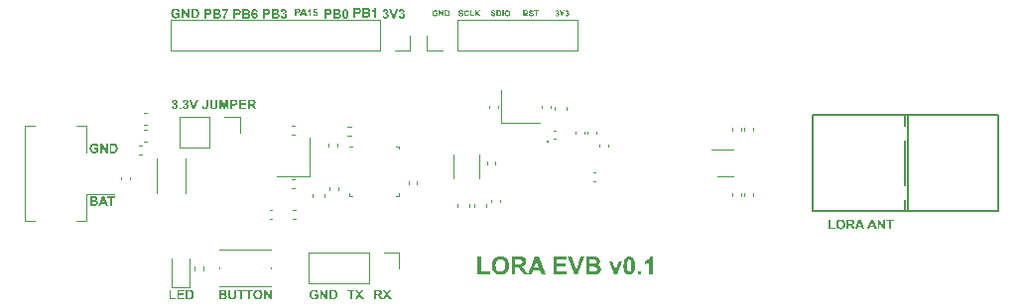
<source format=gbr>
%TF.GenerationSoftware,KiCad,Pcbnew,7.0.9*%
%TF.CreationDate,2024-11-24T18:14:13+08:00*%
%TF.ProjectId,node_v0.1,6e6f6465-5f76-4302-9e31-2e6b69636164,rev?*%
%TF.SameCoordinates,Original*%
%TF.FileFunction,Legend,Top*%
%TF.FilePolarity,Positive*%
%FSLAX46Y46*%
G04 Gerber Fmt 4.6, Leading zero omitted, Abs format (unit mm)*
G04 Created by KiCad (PCBNEW 7.0.9) date 2024-11-24 18:14:13*
%MOMM*%
%LPD*%
G01*
G04 APERTURE LIST*
%ADD10C,0.200000*%
%ADD11C,0.125000*%
%ADD12C,0.150000*%
%ADD13C,0.120000*%
%ADD14C,0.152400*%
%ADD15C,0.080000*%
%ADD16C,0.100000*%
G04 APERTURE END LIST*
D10*
G36*
X118661933Y-77245000D02*
G01*
X118661933Y-75720924D01*
X118966748Y-75720924D01*
X118966748Y-76987079D01*
X119725122Y-76987079D01*
X119725122Y-77245000D01*
X118661933Y-77245000D01*
G37*
G36*
X120625148Y-75697680D02*
G01*
X120645639Y-75698291D01*
X120665869Y-75699309D01*
X120685838Y-75700734D01*
X120705545Y-75702566D01*
X120724991Y-75704806D01*
X120744176Y-75707452D01*
X120763100Y-75710506D01*
X120781763Y-75713966D01*
X120800165Y-75717834D01*
X120818305Y-75722109D01*
X120836184Y-75726792D01*
X120853802Y-75731881D01*
X120871159Y-75737378D01*
X120888255Y-75743281D01*
X120905089Y-75749592D01*
X120921663Y-75756310D01*
X120937975Y-75763435D01*
X120954026Y-75770968D01*
X120969816Y-75778907D01*
X120985344Y-75787254D01*
X121000612Y-75796007D01*
X121015618Y-75805168D01*
X121030363Y-75814736D01*
X121044847Y-75824711D01*
X121059070Y-75835094D01*
X121073031Y-75845883D01*
X121086732Y-75857080D01*
X121100171Y-75868684D01*
X121113349Y-75880695D01*
X121126266Y-75893113D01*
X121138921Y-75905938D01*
X121151251Y-75919103D01*
X121163189Y-75932587D01*
X121174735Y-75946389D01*
X121185890Y-75960509D01*
X121196654Y-75974948D01*
X121207026Y-75989705D01*
X121217007Y-76004781D01*
X121226597Y-76020175D01*
X121235795Y-76035888D01*
X121244602Y-76051919D01*
X121253017Y-76068268D01*
X121261041Y-76084936D01*
X121268673Y-76101922D01*
X121275914Y-76119226D01*
X121282764Y-76136850D01*
X121289222Y-76154791D01*
X121295289Y-76173051D01*
X121300965Y-76191629D01*
X121306249Y-76210526D01*
X121311141Y-76229741D01*
X121315642Y-76249275D01*
X121319752Y-76269127D01*
X121323471Y-76289297D01*
X121326798Y-76309786D01*
X121329733Y-76330593D01*
X121332277Y-76351719D01*
X121334430Y-76373163D01*
X121336191Y-76394926D01*
X121337561Y-76417007D01*
X121338540Y-76439406D01*
X121339127Y-76462124D01*
X121339323Y-76485160D01*
X121339128Y-76507993D01*
X121338546Y-76530513D01*
X121337574Y-76552721D01*
X121336214Y-76574616D01*
X121334466Y-76596198D01*
X121332329Y-76617468D01*
X121329803Y-76638424D01*
X121326889Y-76659069D01*
X121323586Y-76679400D01*
X121319895Y-76699419D01*
X121315816Y-76719125D01*
X121311347Y-76738518D01*
X121306490Y-76757599D01*
X121301245Y-76776367D01*
X121295611Y-76794822D01*
X121289589Y-76812964D01*
X121283178Y-76830794D01*
X121276378Y-76848311D01*
X121269190Y-76865516D01*
X121261613Y-76882408D01*
X121253648Y-76898987D01*
X121245294Y-76915253D01*
X121236552Y-76931207D01*
X121227421Y-76946848D01*
X121217902Y-76962176D01*
X121207994Y-76977192D01*
X121197697Y-76991894D01*
X121187012Y-77006285D01*
X121175939Y-77020362D01*
X121164477Y-77034127D01*
X121152626Y-77047579D01*
X121140387Y-77060718D01*
X121127823Y-77073498D01*
X121114997Y-77085873D01*
X121101911Y-77097842D01*
X121088563Y-77109405D01*
X121074955Y-77120562D01*
X121061085Y-77131314D01*
X121046954Y-77141659D01*
X121032561Y-77151600D01*
X121017908Y-77161134D01*
X121002993Y-77170263D01*
X120987817Y-77178986D01*
X120972380Y-77187303D01*
X120956682Y-77195214D01*
X120940723Y-77202720D01*
X120924502Y-77209820D01*
X120908020Y-77216515D01*
X120891277Y-77222803D01*
X120874273Y-77228686D01*
X120857008Y-77234163D01*
X120839482Y-77239235D01*
X120821694Y-77243901D01*
X120803645Y-77248161D01*
X120785335Y-77252015D01*
X120766764Y-77255464D01*
X120747932Y-77258507D01*
X120728838Y-77261144D01*
X120709483Y-77263375D01*
X120689868Y-77265201D01*
X120669990Y-77266621D01*
X120649852Y-77267635D01*
X120629453Y-77268244D01*
X120608792Y-77268447D01*
X120587861Y-77268245D01*
X120567200Y-77267640D01*
X120546808Y-77266631D01*
X120526687Y-77265218D01*
X120506835Y-77263402D01*
X120487252Y-77261182D01*
X120467940Y-77258559D01*
X120448897Y-77255532D01*
X120430124Y-77252102D01*
X120411621Y-77248268D01*
X120393388Y-77244031D01*
X120375424Y-77239390D01*
X120357730Y-77234345D01*
X120340306Y-77228897D01*
X120323152Y-77223045D01*
X120306267Y-77216789D01*
X120289652Y-77210130D01*
X120273307Y-77203068D01*
X120257232Y-77195602D01*
X120241426Y-77187732D01*
X120225890Y-77179459D01*
X120210624Y-77170782D01*
X120195628Y-77161702D01*
X120180902Y-77152218D01*
X120166445Y-77142330D01*
X120152258Y-77132039D01*
X120138341Y-77121344D01*
X120124693Y-77110246D01*
X120111316Y-77098744D01*
X120098208Y-77086839D01*
X120085370Y-77074530D01*
X120072801Y-77061817D01*
X120060562Y-77048728D01*
X120048711Y-77035335D01*
X120037249Y-77021637D01*
X120026176Y-77007636D01*
X120015491Y-76993330D01*
X120005194Y-76978720D01*
X119995286Y-76963806D01*
X119985767Y-76948588D01*
X119976636Y-76933066D01*
X119967894Y-76917239D01*
X119959540Y-76901109D01*
X119951575Y-76884675D01*
X119943998Y-76867936D01*
X119936810Y-76850893D01*
X119930010Y-76833546D01*
X119923599Y-76815895D01*
X119917577Y-76797940D01*
X119911943Y-76779681D01*
X119906698Y-76761118D01*
X119901841Y-76742250D01*
X119897373Y-76723079D01*
X119893293Y-76703603D01*
X119889602Y-76683824D01*
X119886299Y-76663740D01*
X119883385Y-76643352D01*
X119880859Y-76622660D01*
X119878722Y-76601663D01*
X119876974Y-76580363D01*
X119875614Y-76558759D01*
X119874643Y-76536850D01*
X119874060Y-76514638D01*
X119873866Y-76492121D01*
X119873962Y-76481863D01*
X120188206Y-76481863D01*
X120188322Y-76497997D01*
X120188668Y-76513887D01*
X120189246Y-76529531D01*
X120190055Y-76544929D01*
X120191095Y-76560082D01*
X120192366Y-76574989D01*
X120193869Y-76589651D01*
X120197567Y-76618239D01*
X120202189Y-76645845D01*
X120207736Y-76672470D01*
X120214208Y-76698112D01*
X120221604Y-76722773D01*
X120229924Y-76746453D01*
X120239169Y-76769150D01*
X120249338Y-76790866D01*
X120260432Y-76811600D01*
X120272451Y-76831352D01*
X120285394Y-76850122D01*
X120299261Y-76867911D01*
X120306542Y-76876437D01*
X120321628Y-76892674D01*
X120337213Y-76907864D01*
X120353296Y-76922006D01*
X120369877Y-76935101D01*
X120386956Y-76947148D01*
X120404533Y-76958148D01*
X120422608Y-76968100D01*
X120441181Y-76977004D01*
X120460252Y-76984861D01*
X120479821Y-76991670D01*
X120499888Y-76997432D01*
X120520453Y-77002146D01*
X120541516Y-77005812D01*
X120563077Y-77008431D01*
X120585136Y-77010003D01*
X120607693Y-77010526D01*
X120630243Y-77010007D01*
X120652281Y-77008448D01*
X120673806Y-77005851D01*
X120694819Y-77002214D01*
X120715320Y-76997539D01*
X120735308Y-76991825D01*
X120754784Y-76985071D01*
X120773748Y-76977279D01*
X120792199Y-76968447D01*
X120810138Y-76958577D01*
X120827565Y-76947668D01*
X120844479Y-76935719D01*
X120860881Y-76922732D01*
X120876771Y-76908706D01*
X120892148Y-76893640D01*
X120907013Y-76877536D01*
X120921165Y-76860347D01*
X120934404Y-76842119D01*
X120946730Y-76822852D01*
X120958143Y-76802546D01*
X120968644Y-76781201D01*
X120978231Y-76758817D01*
X120986904Y-76735394D01*
X120994665Y-76710932D01*
X121001513Y-76685431D01*
X121007448Y-76658891D01*
X121012470Y-76631312D01*
X121016579Y-76602694D01*
X121018291Y-76587996D01*
X121019774Y-76573037D01*
X121021030Y-76557819D01*
X121022057Y-76542341D01*
X121022856Y-76526604D01*
X121023426Y-76510607D01*
X121023769Y-76494350D01*
X121023883Y-76477833D01*
X121023772Y-76461500D01*
X121023438Y-76445430D01*
X121022882Y-76429621D01*
X121022103Y-76414074D01*
X121021101Y-76398789D01*
X121019877Y-76383766D01*
X121018431Y-76369005D01*
X121014870Y-76340268D01*
X121010419Y-76312579D01*
X121005079Y-76285937D01*
X120998847Y-76260343D01*
X120991726Y-76235797D01*
X120983715Y-76212298D01*
X120974813Y-76189847D01*
X120965022Y-76168443D01*
X120954340Y-76148087D01*
X120942768Y-76128778D01*
X120930306Y-76110517D01*
X120916954Y-76093304D01*
X120909944Y-76085090D01*
X120895411Y-76069385D01*
X120880297Y-76054693D01*
X120864602Y-76041015D01*
X120848326Y-76028350D01*
X120831469Y-76016697D01*
X120814031Y-76006059D01*
X120796012Y-75996433D01*
X120777411Y-75987821D01*
X120758230Y-75980221D01*
X120738468Y-75973635D01*
X120718125Y-75968063D01*
X120697201Y-75963503D01*
X120675695Y-75959957D01*
X120653609Y-75957424D01*
X120630942Y-75955904D01*
X120607693Y-75955397D01*
X120584395Y-75955910D01*
X120561669Y-75957447D01*
X120539515Y-75960008D01*
X120517934Y-75963595D01*
X120496925Y-75968206D01*
X120476489Y-75973841D01*
X120456625Y-75980502D01*
X120437334Y-75988187D01*
X120418615Y-75996897D01*
X120400468Y-76006631D01*
X120382894Y-76017390D01*
X120365893Y-76029174D01*
X120349464Y-76041982D01*
X120333607Y-76055815D01*
X120318323Y-76070673D01*
X120303611Y-76086556D01*
X120289636Y-76103470D01*
X120276563Y-76121423D01*
X120264391Y-76140416D01*
X120253121Y-76160447D01*
X120242753Y-76181517D01*
X120233286Y-76203626D01*
X120224721Y-76226774D01*
X120217057Y-76250962D01*
X120210295Y-76276188D01*
X120204435Y-76302453D01*
X120199476Y-76329757D01*
X120195419Y-76358100D01*
X120193728Y-76372661D01*
X120192263Y-76387482D01*
X120191024Y-76402563D01*
X120190009Y-76417904D01*
X120189220Y-76433504D01*
X120188657Y-76449364D01*
X120188319Y-76465483D01*
X120188206Y-76481863D01*
X119873962Y-76481863D01*
X119874135Y-76463423D01*
X119874942Y-76435306D01*
X119876287Y-76407770D01*
X119878170Y-76380815D01*
X119880592Y-76354441D01*
X119883551Y-76328648D01*
X119887049Y-76303436D01*
X119891085Y-76278805D01*
X119895658Y-76254756D01*
X119900770Y-76231287D01*
X119906420Y-76208399D01*
X119912609Y-76186092D01*
X119919335Y-76164367D01*
X119926599Y-76143222D01*
X119934401Y-76122658D01*
X119942742Y-76102676D01*
X119949345Y-76088253D01*
X119956240Y-76074019D01*
X119963427Y-76059974D01*
X119970906Y-76046118D01*
X119978677Y-76032451D01*
X119986740Y-76018973D01*
X119995095Y-76005684D01*
X120003742Y-75992583D01*
X120012680Y-75979672D01*
X120021911Y-75966949D01*
X120031434Y-75954416D01*
X120041248Y-75942071D01*
X120051355Y-75929915D01*
X120061753Y-75917948D01*
X120072444Y-75906170D01*
X120083426Y-75894581D01*
X120094664Y-75883226D01*
X120106032Y-75872244D01*
X120117528Y-75861634D01*
X120129153Y-75851396D01*
X120140906Y-75841530D01*
X120152789Y-75832036D01*
X120164800Y-75822914D01*
X120176940Y-75814164D01*
X120189209Y-75805786D01*
X120201607Y-75797780D01*
X120214133Y-75790147D01*
X120233165Y-75779394D01*
X120252486Y-75769479D01*
X120272097Y-75760401D01*
X120278698Y-75757561D01*
X120296543Y-75750285D01*
X120314722Y-75743478D01*
X120333236Y-75737141D01*
X120352085Y-75731274D01*
X120371269Y-75725876D01*
X120390788Y-75720947D01*
X120410642Y-75716488D01*
X120430831Y-75712498D01*
X120451354Y-75708977D01*
X120472213Y-75705926D01*
X120493406Y-75703344D01*
X120514934Y-75701232D01*
X120536797Y-75699589D01*
X120558995Y-75698416D01*
X120581528Y-75697712D01*
X120604396Y-75697477D01*
X120625148Y-75697680D01*
G37*
G36*
X122226275Y-75720964D02*
G01*
X122241022Y-75721084D01*
X122269739Y-75721565D01*
X122297420Y-75722367D01*
X122324064Y-75723489D01*
X122349672Y-75724931D01*
X122374244Y-75726694D01*
X122397780Y-75728778D01*
X122420280Y-75731182D01*
X122441744Y-75733907D01*
X122462172Y-75736953D01*
X122481563Y-75740319D01*
X122499919Y-75744005D01*
X122517238Y-75748012D01*
X122533521Y-75752340D01*
X122548768Y-75756988D01*
X122562979Y-75761957D01*
X122583201Y-75770214D01*
X122602650Y-75779598D01*
X122621326Y-75790109D01*
X122639229Y-75801748D01*
X122656359Y-75814513D01*
X122672717Y-75828405D01*
X122688302Y-75843424D01*
X122703114Y-75859570D01*
X122712559Y-75870960D01*
X122721661Y-75882851D01*
X122730419Y-75895243D01*
X122738834Y-75908136D01*
X122746820Y-75921398D01*
X122754290Y-75934898D01*
X122761245Y-75948635D01*
X122767685Y-75962610D01*
X122773610Y-75976822D01*
X122779020Y-75991272D01*
X122783914Y-76005960D01*
X122788293Y-76020885D01*
X122792157Y-76036047D01*
X122795506Y-76051448D01*
X122798340Y-76067085D01*
X122800658Y-76082961D01*
X122802461Y-76099074D01*
X122803749Y-76115424D01*
X122804522Y-76132012D01*
X122804780Y-76148838D01*
X122804389Y-76170081D01*
X122803217Y-76190855D01*
X122801263Y-76211160D01*
X122798529Y-76230995D01*
X122795012Y-76250361D01*
X122790715Y-76269257D01*
X122785636Y-76287684D01*
X122779775Y-76305642D01*
X122773134Y-76323130D01*
X122765710Y-76340148D01*
X122757506Y-76356698D01*
X122748520Y-76372778D01*
X122738753Y-76388388D01*
X122728204Y-76403529D01*
X122716874Y-76418201D01*
X122704762Y-76432404D01*
X122691918Y-76446049D01*
X122678298Y-76459051D01*
X122663903Y-76471408D01*
X122648731Y-76483122D01*
X122632785Y-76494192D01*
X122616062Y-76504617D01*
X122598564Y-76514399D01*
X122580290Y-76523537D01*
X122561240Y-76532030D01*
X122541415Y-76539880D01*
X122520814Y-76547086D01*
X122499438Y-76553647D01*
X122477286Y-76559565D01*
X122454358Y-76564839D01*
X122430654Y-76569468D01*
X122406175Y-76573454D01*
X122424417Y-76584476D01*
X122442046Y-76595698D01*
X122459064Y-76607119D01*
X122475470Y-76618740D01*
X122491264Y-76630560D01*
X122506446Y-76642581D01*
X122521017Y-76654801D01*
X122534975Y-76667220D01*
X122548322Y-76679839D01*
X122561057Y-76692658D01*
X122569207Y-76701315D01*
X122581690Y-76715251D01*
X122594959Y-76731093D01*
X122604241Y-76742714D01*
X122613872Y-76755182D01*
X122623853Y-76768497D01*
X122634183Y-76782659D01*
X122644862Y-76797669D01*
X122655890Y-76813525D01*
X122667267Y-76830229D01*
X122678994Y-76847780D01*
X122691069Y-76866179D01*
X122703494Y-76885424D01*
X122716268Y-76905517D01*
X122729392Y-76926457D01*
X122742864Y-76948244D01*
X122927512Y-77245000D01*
X122562613Y-77245000D01*
X122342062Y-76909776D01*
X122327652Y-76888571D01*
X122313823Y-76868371D01*
X122300575Y-76849176D01*
X122287908Y-76830985D01*
X122275823Y-76813799D01*
X122264318Y-76797617D01*
X122253394Y-76782440D01*
X122243052Y-76768268D01*
X122233290Y-76755100D01*
X122224109Y-76742937D01*
X122211428Y-76726577D01*
X122200054Y-76712476D01*
X122189987Y-76700636D01*
X122181228Y-76691057D01*
X122170340Y-76680146D01*
X122159292Y-76670128D01*
X122145256Y-76658862D01*
X122130970Y-76648991D01*
X122116433Y-76640515D01*
X122101647Y-76633434D01*
X122089637Y-76628775D01*
X122073138Y-76623920D01*
X122057942Y-76620628D01*
X122040972Y-76617863D01*
X122022227Y-76615625D01*
X122007004Y-76614292D01*
X121990783Y-76613255D01*
X121973564Y-76612515D01*
X121955346Y-76612070D01*
X121936130Y-76611922D01*
X121874214Y-76611922D01*
X121874214Y-77245000D01*
X121569399Y-77245000D01*
X121569399Y-75978845D01*
X121874214Y-75978845D01*
X121874214Y-76354002D01*
X122099895Y-76354002D01*
X122126682Y-76353931D01*
X122152182Y-76353721D01*
X122176393Y-76353370D01*
X122199317Y-76352880D01*
X122220952Y-76352248D01*
X122241300Y-76351477D01*
X122260360Y-76350565D01*
X122278131Y-76349514D01*
X122294615Y-76348322D01*
X122309810Y-76346989D01*
X122330188Y-76344728D01*
X122347669Y-76342151D01*
X122362251Y-76339258D01*
X122373935Y-76336050D01*
X122390413Y-76329690D01*
X122405727Y-76322061D01*
X122419879Y-76313161D01*
X122432868Y-76302991D01*
X122444695Y-76291551D01*
X122455358Y-76278841D01*
X122459298Y-76273401D01*
X122468269Y-76259003D01*
X122475720Y-76243513D01*
X122481650Y-76226932D01*
X122486060Y-76209259D01*
X122488493Y-76194335D01*
X122489953Y-76178713D01*
X122490439Y-76162393D01*
X122489804Y-76144161D01*
X122487897Y-76126833D01*
X122484720Y-76110409D01*
X122480273Y-76094890D01*
X122474554Y-76080276D01*
X122467564Y-76066566D01*
X122459304Y-76053760D01*
X122449773Y-76041859D01*
X122439079Y-76030937D01*
X122427333Y-76021068D01*
X122414533Y-76012252D01*
X122400680Y-76004490D01*
X122385773Y-75997781D01*
X122369814Y-75992125D01*
X122352801Y-75987523D01*
X122334734Y-75983974D01*
X122319548Y-75982496D01*
X122302183Y-75981494D01*
X122286117Y-75980848D01*
X122267442Y-75980292D01*
X122246159Y-75979826D01*
X122230521Y-75979566D01*
X122213724Y-75979345D01*
X122195768Y-75979165D01*
X122176652Y-75979025D01*
X122156378Y-75978925D01*
X122134944Y-75978865D01*
X122112351Y-75978845D01*
X121874214Y-75978845D01*
X121569399Y-75978845D01*
X121569399Y-75720924D01*
X122211270Y-75720924D01*
X122226275Y-75720964D01*
G37*
G36*
X124445725Y-77245000D02*
G01*
X124114166Y-77245000D01*
X123982274Y-76893290D01*
X123378140Y-76893290D01*
X123253576Y-77245000D01*
X122930076Y-77245000D01*
X123165429Y-76635369D01*
X123471929Y-76635369D01*
X123884089Y-76635369D01*
X123675994Y-76096081D01*
X123471929Y-76635369D01*
X123165429Y-76635369D01*
X123518457Y-75720924D01*
X123840858Y-75720924D01*
X124445725Y-77245000D01*
G37*
G36*
X125104448Y-77245000D02*
G01*
X125104448Y-75720924D01*
X126224424Y-75720924D01*
X126224424Y-75978845D01*
X125409630Y-75978845D01*
X125409630Y-76307107D01*
X126168004Y-76307107D01*
X126168004Y-76565027D01*
X125409630Y-76565027D01*
X125409630Y-76987079D01*
X126253367Y-76987079D01*
X126253367Y-77245000D01*
X125104448Y-77245000D01*
G37*
G36*
X126889375Y-77245000D02*
G01*
X126349354Y-75720924D01*
X126680181Y-75720924D01*
X127062299Y-76846395D01*
X127432327Y-75720924D01*
X127755826Y-75720924D01*
X127215073Y-77245000D01*
X126889375Y-77245000D01*
G37*
G36*
X128530376Y-75720984D02*
G01*
X128551701Y-75721165D01*
X128572314Y-75721465D01*
X128592213Y-75721886D01*
X128611400Y-75722427D01*
X128629874Y-75723088D01*
X128647636Y-75723869D01*
X128664685Y-75724771D01*
X128681021Y-75725793D01*
X128696644Y-75726935D01*
X128711555Y-75728197D01*
X128732585Y-75730316D01*
X128752011Y-75732705D01*
X128769834Y-75735365D01*
X128775418Y-75736311D01*
X128791809Y-75739421D01*
X128807871Y-75743116D01*
X128823605Y-75747398D01*
X128839011Y-75752265D01*
X128854088Y-75757719D01*
X128868837Y-75763759D01*
X128883257Y-75770384D01*
X128897349Y-75777596D01*
X128911112Y-75785394D01*
X128924547Y-75793778D01*
X128933321Y-75799692D01*
X128946167Y-75808975D01*
X128958600Y-75818824D01*
X128970622Y-75829239D01*
X128982231Y-75840221D01*
X128993428Y-75851771D01*
X129004213Y-75863886D01*
X129014585Y-75876569D01*
X129024546Y-75889818D01*
X129034094Y-75903634D01*
X129043230Y-75918017D01*
X129049092Y-75927920D01*
X129057407Y-75943069D01*
X129064905Y-75958566D01*
X129071584Y-75974410D01*
X129077445Y-75990603D01*
X129082489Y-76007143D01*
X129086715Y-76024030D01*
X129090123Y-76041266D01*
X129092713Y-76058849D01*
X129094485Y-76076780D01*
X129095439Y-76095059D01*
X129095621Y-76107438D01*
X129095118Y-76127480D01*
X129093611Y-76147212D01*
X129091100Y-76166635D01*
X129087583Y-76185749D01*
X129083063Y-76204554D01*
X129077537Y-76223049D01*
X129071007Y-76241236D01*
X129063472Y-76259113D01*
X129054933Y-76276682D01*
X129045389Y-76293941D01*
X129038468Y-76305275D01*
X129027394Y-76321778D01*
X129015606Y-76337488D01*
X129003103Y-76352406D01*
X128989884Y-76366532D01*
X128975951Y-76379866D01*
X128961304Y-76392408D01*
X128945941Y-76404158D01*
X128929864Y-76415116D01*
X128913071Y-76425281D01*
X128895564Y-76434655D01*
X128883496Y-76440464D01*
X128900510Y-76445723D01*
X128917024Y-76451426D01*
X128933036Y-76457572D01*
X128948548Y-76464163D01*
X128963559Y-76471197D01*
X128978069Y-76478674D01*
X128992078Y-76486595D01*
X129005587Y-76494960D01*
X129018594Y-76503769D01*
X129031100Y-76513021D01*
X129043106Y-76522717D01*
X129054611Y-76532856D01*
X129065614Y-76543439D01*
X129076117Y-76554466D01*
X129086119Y-76565936D01*
X129095621Y-76577850D01*
X129104627Y-76590119D01*
X129113051Y-76602654D01*
X129120895Y-76615455D01*
X129128158Y-76628523D01*
X129134840Y-76641857D01*
X129140941Y-76655456D01*
X129146461Y-76669322D01*
X129151400Y-76683455D01*
X129155757Y-76697853D01*
X129159534Y-76712518D01*
X129162730Y-76727448D01*
X129165344Y-76742645D01*
X129167378Y-76758109D01*
X129168830Y-76773838D01*
X129169702Y-76789833D01*
X129169993Y-76806095D01*
X129169571Y-76825418D01*
X129168305Y-76844645D01*
X129166196Y-76863775D01*
X129163243Y-76882808D01*
X129159447Y-76901745D01*
X129154807Y-76920585D01*
X129149323Y-76939329D01*
X129142996Y-76957976D01*
X129135825Y-76976526D01*
X129127811Y-76994980D01*
X129121999Y-77007229D01*
X129112694Y-77025157D01*
X129102778Y-77042396D01*
X129092249Y-77058945D01*
X129081109Y-77074806D01*
X129069357Y-77089978D01*
X129056993Y-77104460D01*
X129044018Y-77118254D01*
X129030431Y-77131358D01*
X129016232Y-77143773D01*
X129001421Y-77155499D01*
X128991207Y-77162934D01*
X128975341Y-77173463D01*
X128958792Y-77183207D01*
X128941561Y-77192165D01*
X128923647Y-77200337D01*
X128905050Y-77207724D01*
X128885771Y-77214325D01*
X128865809Y-77220140D01*
X128845165Y-77225170D01*
X128823838Y-77229414D01*
X128809240Y-77231807D01*
X128794340Y-77233850D01*
X128786775Y-77234741D01*
X128770594Y-77236201D01*
X128750626Y-77237558D01*
X128735210Y-77238405D01*
X128718111Y-77239206D01*
X128699329Y-77239962D01*
X128678864Y-77240672D01*
X128656716Y-77241336D01*
X128632885Y-77241954D01*
X128607371Y-77242527D01*
X128580175Y-77243053D01*
X128551295Y-77243534D01*
X128536224Y-77243757D01*
X128520732Y-77243969D01*
X128504820Y-77244169D01*
X128488486Y-77244358D01*
X128471732Y-77244536D01*
X128454558Y-77244702D01*
X128436962Y-77244856D01*
X128418946Y-77245000D01*
X127904570Y-77245000D01*
X127904570Y-76588475D01*
X128209385Y-76588475D01*
X128209385Y-76987079D01*
X128491852Y-76987079D01*
X128511989Y-76987043D01*
X128531185Y-76986936D01*
X128549439Y-76986757D01*
X128566751Y-76986507D01*
X128583121Y-76986185D01*
X128598550Y-76985791D01*
X128619928Y-76985067D01*
X128639187Y-76984181D01*
X128656327Y-76983135D01*
X128671348Y-76981927D01*
X128688080Y-76980067D01*
X128701046Y-76977920D01*
X128717681Y-76974348D01*
X128733515Y-76969677D01*
X128748548Y-76963907D01*
X128762779Y-76957037D01*
X128776208Y-76949069D01*
X128788836Y-76940001D01*
X128800663Y-76929835D01*
X128811688Y-76918569D01*
X128821735Y-76906250D01*
X128830442Y-76892923D01*
X128837809Y-76878589D01*
X128843837Y-76863248D01*
X128848525Y-76846899D01*
X128851874Y-76829542D01*
X128853883Y-76811178D01*
X128854553Y-76791807D01*
X128854038Y-76775366D01*
X128852492Y-76759567D01*
X128849916Y-76744409D01*
X128846310Y-76729891D01*
X128840353Y-76712646D01*
X128832786Y-76696403D01*
X128823609Y-76681162D01*
X128821580Y-76678234D01*
X128810561Y-76664206D01*
X128798110Y-76651429D01*
X128784228Y-76639905D01*
X128772092Y-76631588D01*
X128759041Y-76624071D01*
X128745073Y-76617357D01*
X128730189Y-76611443D01*
X128726325Y-76610090D01*
X128708471Y-76605024D01*
X128692082Y-76601668D01*
X128673124Y-76598691D01*
X128651596Y-76596095D01*
X128635817Y-76594575D01*
X128618895Y-76593224D01*
X128600832Y-76592042D01*
X128581626Y-76591029D01*
X128561279Y-76590185D01*
X128539789Y-76589509D01*
X128517158Y-76589002D01*
X128493384Y-76588665D01*
X128468468Y-76588496D01*
X128455582Y-76588475D01*
X128209385Y-76588475D01*
X127904570Y-76588475D01*
X127904570Y-75978845D01*
X128209385Y-75978845D01*
X128209385Y-76330554D01*
X128409420Y-76330554D01*
X128431150Y-76330534D01*
X128451827Y-76330474D01*
X128471450Y-76330374D01*
X128490020Y-76330234D01*
X128507537Y-76330053D01*
X128524001Y-76329833D01*
X128539411Y-76329573D01*
X128560551Y-76329107D01*
X128579322Y-76328551D01*
X128595722Y-76327905D01*
X128613903Y-76326903D01*
X128630704Y-76325425D01*
X128649778Y-76322489D01*
X128667799Y-76318441D01*
X128684766Y-76313284D01*
X128700680Y-76307015D01*
X128715541Y-76299637D01*
X128729348Y-76291147D01*
X128742102Y-76281547D01*
X128753803Y-76270837D01*
X128764364Y-76259125D01*
X128773518Y-76246519D01*
X128781263Y-76233021D01*
X128787600Y-76218630D01*
X128792529Y-76203346D01*
X128796049Y-76187168D01*
X128798161Y-76170098D01*
X128798866Y-76152135D01*
X128798259Y-76134876D01*
X128796438Y-76118452D01*
X128793404Y-76102865D01*
X128789157Y-76088113D01*
X128783696Y-76074197D01*
X128777021Y-76061116D01*
X128766971Y-76045941D01*
X128760031Y-76037463D01*
X128747088Y-76024565D01*
X128735408Y-76015457D01*
X128722548Y-76007426D01*
X128708508Y-76000471D01*
X128693290Y-75994592D01*
X128676892Y-75989789D01*
X128659315Y-75986062D01*
X128645359Y-75983974D01*
X128627012Y-75982496D01*
X128612020Y-75981730D01*
X128594039Y-75981053D01*
X128573071Y-75980467D01*
X128557431Y-75980127D01*
X128540464Y-75979826D01*
X128522169Y-75979566D01*
X128502546Y-75979345D01*
X128481594Y-75979165D01*
X128459315Y-75979025D01*
X128435707Y-75978925D01*
X128410771Y-75978865D01*
X128384508Y-75978845D01*
X128209385Y-75978845D01*
X127904570Y-75978845D01*
X127904570Y-75720924D01*
X128508339Y-75720924D01*
X128530376Y-75720984D01*
G37*
G36*
X130300959Y-77245000D02*
G01*
X129859856Y-76142976D01*
X130163939Y-76142976D01*
X130369836Y-76705345D01*
X130429553Y-76893290D01*
X130435232Y-76876185D01*
X130440361Y-76860592D01*
X130444940Y-76846510D01*
X130449892Y-76831032D01*
X130454700Y-76815576D01*
X130459188Y-76800258D01*
X130459595Y-76798768D01*
X130464113Y-76784219D01*
X130468740Y-76769652D01*
X130473473Y-76755067D01*
X130478314Y-76740464D01*
X130483262Y-76725844D01*
X130488317Y-76711205D01*
X130490369Y-76705345D01*
X130698464Y-76142976D01*
X130996318Y-76142976D01*
X130561444Y-77245000D01*
X130300959Y-77245000D01*
G37*
G36*
X131622704Y-75721538D02*
G01*
X131648973Y-75723380D01*
X131674499Y-75726450D01*
X131699280Y-75730747D01*
X131723317Y-75736273D01*
X131746610Y-75743026D01*
X131769158Y-75751008D01*
X131790963Y-75760217D01*
X131812023Y-75770654D01*
X131832339Y-75782319D01*
X131851911Y-75795212D01*
X131870738Y-75809332D01*
X131888822Y-75824681D01*
X131906161Y-75841258D01*
X131922756Y-75859062D01*
X131938607Y-75878094D01*
X131947668Y-75889965D01*
X131956442Y-75902315D01*
X131964928Y-75915142D01*
X131973126Y-75928447D01*
X131981036Y-75942230D01*
X131988659Y-75956491D01*
X131995994Y-75971230D01*
X132003042Y-75986447D01*
X132009801Y-76002142D01*
X132016274Y-76018315D01*
X132022458Y-76034966D01*
X132028355Y-76052095D01*
X132033964Y-76069701D01*
X132039286Y-76087786D01*
X132044320Y-76106349D01*
X132049066Y-76125390D01*
X132053525Y-76144909D01*
X132057696Y-76164906D01*
X132061579Y-76185381D01*
X132065175Y-76206334D01*
X132068483Y-76227765D01*
X132071503Y-76249674D01*
X132074236Y-76272061D01*
X132076681Y-76294925D01*
X132078838Y-76318268D01*
X132080708Y-76342089D01*
X132082290Y-76366388D01*
X132083585Y-76391165D01*
X132084591Y-76416419D01*
X132085310Y-76442152D01*
X132085742Y-76468363D01*
X132085886Y-76495052D01*
X132085741Y-76521698D01*
X132085306Y-76547871D01*
X132084582Y-76573573D01*
X132083567Y-76598802D01*
X132082263Y-76623558D01*
X132080669Y-76647843D01*
X132078786Y-76671655D01*
X132076612Y-76694995D01*
X132074149Y-76717863D01*
X132071396Y-76740258D01*
X132068353Y-76762181D01*
X132065020Y-76783632D01*
X132061398Y-76804611D01*
X132057485Y-76825117D01*
X132053283Y-76845152D01*
X132048791Y-76864713D01*
X132044010Y-76883803D01*
X132038938Y-76902420D01*
X132033577Y-76920565D01*
X132027926Y-76938238D01*
X132021985Y-76955439D01*
X132015754Y-76972167D01*
X132009234Y-76988423D01*
X132002423Y-77004207D01*
X131995323Y-77019518D01*
X131987933Y-77034357D01*
X131980254Y-77048724D01*
X131972284Y-77062619D01*
X131964025Y-77076041D01*
X131955476Y-77088991D01*
X131946637Y-77101469D01*
X131937508Y-77113475D01*
X131921790Y-77132241D01*
X131905320Y-77149796D01*
X131888096Y-77166141D01*
X131870120Y-77181275D01*
X131851391Y-77195198D01*
X131831909Y-77207911D01*
X131811675Y-77219413D01*
X131790688Y-77229704D01*
X131768948Y-77238784D01*
X131746455Y-77246654D01*
X131723209Y-77253313D01*
X131699211Y-77258761D01*
X131674460Y-77262999D01*
X131648956Y-77266025D01*
X131622700Y-77267841D01*
X131595690Y-77268447D01*
X131568455Y-77267783D01*
X131541886Y-77265791D01*
X131515985Y-77262470D01*
X131490750Y-77257822D01*
X131466182Y-77251846D01*
X131442281Y-77244542D01*
X131419047Y-77235909D01*
X131396480Y-77225949D01*
X131374580Y-77214660D01*
X131353346Y-77202043D01*
X131332780Y-77188099D01*
X131312880Y-77172826D01*
X131293647Y-77156225D01*
X131275082Y-77138296D01*
X131257183Y-77119039D01*
X131239951Y-77098454D01*
X131223625Y-77076164D01*
X131208352Y-77051794D01*
X131201110Y-77038828D01*
X131194132Y-77025343D01*
X131187417Y-77011337D01*
X131180966Y-76996811D01*
X131174778Y-76981764D01*
X131168853Y-76966198D01*
X131163192Y-76950111D01*
X131157793Y-76933504D01*
X131152659Y-76916377D01*
X131147787Y-76898729D01*
X131143179Y-76880562D01*
X131138834Y-76861874D01*
X131134753Y-76842666D01*
X131130934Y-76822938D01*
X131127380Y-76802689D01*
X131124088Y-76781921D01*
X131121060Y-76760632D01*
X131118295Y-76738823D01*
X131115793Y-76716494D01*
X131113555Y-76693644D01*
X131111580Y-76670274D01*
X131109868Y-76646385D01*
X131108420Y-76621975D01*
X131107235Y-76597044D01*
X131106314Y-76571594D01*
X131105655Y-76545623D01*
X131105260Y-76519132D01*
X131105143Y-76495052D01*
X131408112Y-76495052D01*
X131408138Y-76511037D01*
X131408216Y-76526707D01*
X131408347Y-76542061D01*
X131408530Y-76557099D01*
X131408765Y-76571822D01*
X131409392Y-76600321D01*
X131410227Y-76627558D01*
X131411272Y-76653533D01*
X131412526Y-76678245D01*
X131413988Y-76701695D01*
X131415660Y-76723883D01*
X131417540Y-76744809D01*
X131419630Y-76764472D01*
X131421928Y-76782874D01*
X131424435Y-76800013D01*
X131427152Y-76815889D01*
X131430077Y-76830504D01*
X131434856Y-76850059D01*
X131439993Y-76867562D01*
X131445375Y-76883937D01*
X131451002Y-76899186D01*
X131456873Y-76913308D01*
X131465081Y-76930384D01*
X131473725Y-76945457D01*
X131482804Y-76958526D01*
X131494765Y-76972044D01*
X131502267Y-76978653D01*
X131515367Y-76987835D01*
X131529022Y-76995461D01*
X131543231Y-77001531D01*
X131557995Y-77006044D01*
X131573313Y-77009001D01*
X131589186Y-77010402D01*
X131595690Y-77010526D01*
X131611794Y-77009730D01*
X131627361Y-77007342D01*
X131642391Y-77003362D01*
X131656885Y-76997789D01*
X131670842Y-76990625D01*
X131684262Y-76981868D01*
X131689480Y-76977920D01*
X131701952Y-76966478D01*
X131713494Y-76952532D01*
X131722057Y-76939572D01*
X131730026Y-76925009D01*
X131737399Y-76908843D01*
X131744177Y-76891074D01*
X131748869Y-76876696D01*
X131753227Y-76861416D01*
X131758596Y-76839831D01*
X131761882Y-76823975D01*
X131764933Y-76806944D01*
X131767749Y-76788741D01*
X131770331Y-76769364D01*
X131772678Y-76748813D01*
X131774790Y-76727089D01*
X131776668Y-76704191D01*
X131778311Y-76680119D01*
X131779719Y-76654875D01*
X131780893Y-76628456D01*
X131781831Y-76600865D01*
X131782535Y-76572099D01*
X131782799Y-76557277D01*
X131783005Y-76542160D01*
X131783152Y-76526751D01*
X131783240Y-76511048D01*
X131783269Y-76495052D01*
X131783243Y-76479090D01*
X131783164Y-76463443D01*
X131783034Y-76448112D01*
X131782851Y-76433096D01*
X131782616Y-76418396D01*
X131781989Y-76389943D01*
X131781153Y-76362752D01*
X131780109Y-76336823D01*
X131778855Y-76312156D01*
X131777392Y-76288752D01*
X131775721Y-76266610D01*
X131773840Y-76245730D01*
X131771751Y-76226112D01*
X131769453Y-76207757D01*
X131766945Y-76190664D01*
X131764229Y-76174833D01*
X131761304Y-76160264D01*
X131756524Y-76140778D01*
X131751384Y-76123206D01*
X131745993Y-76106762D01*
X131740350Y-76091444D01*
X131734457Y-76077253D01*
X131726208Y-76060086D01*
X131717512Y-76044922D01*
X131708370Y-76031761D01*
X131698782Y-76020604D01*
X131688747Y-76011451D01*
X131675752Y-76002058D01*
X131662185Y-75994256D01*
X131648046Y-75988047D01*
X131633334Y-75983430D01*
X131618050Y-75980405D01*
X131602193Y-75978972D01*
X131595690Y-75978845D01*
X131579587Y-75979641D01*
X131564020Y-75982029D01*
X131548990Y-75986009D01*
X131534496Y-75991581D01*
X131520539Y-75998746D01*
X131507119Y-76007503D01*
X131501901Y-76011451D01*
X131489429Y-76022893D01*
X131477887Y-76036839D01*
X131469323Y-76049799D01*
X131461355Y-76064362D01*
X131453982Y-76080528D01*
X131447204Y-76098297D01*
X131442511Y-76112675D01*
X131438154Y-76127955D01*
X131434516Y-76142183D01*
X131431113Y-76157573D01*
X131427944Y-76174125D01*
X131425010Y-76191840D01*
X131422311Y-76210716D01*
X131419847Y-76230754D01*
X131417617Y-76251955D01*
X131415622Y-76274317D01*
X131413862Y-76297842D01*
X131412336Y-76322529D01*
X131411046Y-76348377D01*
X131409989Y-76375388D01*
X131409168Y-76403561D01*
X131408581Y-76432896D01*
X131408376Y-76447999D01*
X131408229Y-76463393D01*
X131408141Y-76479077D01*
X131408112Y-76495052D01*
X131105143Y-76495052D01*
X131105129Y-76492121D01*
X131105273Y-76465610D01*
X131105708Y-76439568D01*
X131106433Y-76413993D01*
X131107447Y-76388886D01*
X131108751Y-76364248D01*
X131110345Y-76340077D01*
X131112229Y-76316374D01*
X131114402Y-76293139D01*
X131116865Y-76270373D01*
X131119619Y-76248074D01*
X131122661Y-76226243D01*
X131125994Y-76204880D01*
X131129617Y-76183985D01*
X131133529Y-76163558D01*
X131137731Y-76143599D01*
X131142223Y-76124108D01*
X131147005Y-76105085D01*
X131152076Y-76086530D01*
X131157437Y-76068443D01*
X131163089Y-76050824D01*
X131169029Y-76033673D01*
X131175260Y-76016989D01*
X131181781Y-76000774D01*
X131188591Y-75985027D01*
X131195691Y-75969748D01*
X131203081Y-75954936D01*
X131210761Y-75940593D01*
X131218730Y-75926718D01*
X131226989Y-75913310D01*
X131235539Y-75900371D01*
X131244377Y-75887900D01*
X131253506Y-75875896D01*
X131269225Y-75857130D01*
X131285700Y-75839575D01*
X131302931Y-75823230D01*
X131320917Y-75808096D01*
X131339659Y-75794173D01*
X131359156Y-75781460D01*
X131379410Y-75769958D01*
X131400418Y-75759667D01*
X131422183Y-75750587D01*
X131444702Y-75742717D01*
X131467978Y-75736058D01*
X131492009Y-75730610D01*
X131516796Y-75726372D01*
X131542339Y-75723346D01*
X131568637Y-75721529D01*
X131595690Y-75720924D01*
X131622704Y-75721538D01*
G37*
G36*
X132335746Y-77245000D02*
G01*
X132335746Y-76963632D01*
X132625540Y-76963632D01*
X132625540Y-77245000D01*
X132335746Y-77245000D01*
G37*
G36*
X133598237Y-77245000D02*
G01*
X133308810Y-77245000D01*
X133308810Y-76142243D01*
X133288758Y-76161795D01*
X133268263Y-76180700D01*
X133247325Y-76198958D01*
X133225943Y-76216569D01*
X133204117Y-76233534D01*
X133181847Y-76249851D01*
X133159134Y-76265522D01*
X133135977Y-76280546D01*
X133112377Y-76294922D01*
X133088333Y-76308653D01*
X133063845Y-76321736D01*
X133038914Y-76334172D01*
X133013539Y-76345962D01*
X132987720Y-76357104D01*
X132961458Y-76367600D01*
X132934752Y-76377449D01*
X132934752Y-76096081D01*
X132948980Y-76091293D01*
X132963363Y-76085995D01*
X132977900Y-76080187D01*
X132992592Y-76073870D01*
X133007438Y-76067044D01*
X133022439Y-76059708D01*
X133037594Y-76051863D01*
X133052904Y-76043508D01*
X133068369Y-76034644D01*
X133083988Y-76025270D01*
X133099762Y-76015387D01*
X133115690Y-76004994D01*
X133131773Y-75994092D01*
X133148010Y-75982680D01*
X133164402Y-75970759D01*
X133180949Y-75958328D01*
X133197246Y-75945465D01*
X133212891Y-75932339D01*
X133227883Y-75918950D01*
X133242223Y-75905297D01*
X133255910Y-75891381D01*
X133268945Y-75877201D01*
X133281327Y-75862759D01*
X133293056Y-75848053D01*
X133304133Y-75833083D01*
X133314557Y-75817850D01*
X133324329Y-75802354D01*
X133333448Y-75786595D01*
X133341914Y-75770572D01*
X133349728Y-75754286D01*
X133356889Y-75737737D01*
X133363398Y-75720924D01*
X133598237Y-75720924D01*
X133598237Y-77245000D01*
G37*
G36*
X148586364Y-73364000D02*
G01*
X148586364Y-72551159D01*
X148748932Y-72551159D01*
X148748932Y-73226442D01*
X149153398Y-73226442D01*
X149153398Y-73364000D01*
X148586364Y-73364000D01*
G37*
G36*
X149633412Y-72538763D02*
G01*
X149644341Y-72539088D01*
X149655130Y-72539631D01*
X149665780Y-72540391D01*
X149676290Y-72541368D01*
X149686662Y-72542563D01*
X149696894Y-72543974D01*
X149706987Y-72545603D01*
X149716940Y-72547449D01*
X149726754Y-72549511D01*
X149736429Y-72551791D01*
X149745965Y-72554289D01*
X149755361Y-72557003D01*
X149764618Y-72559934D01*
X149773736Y-72563083D01*
X149782714Y-72566449D01*
X149791553Y-72570032D01*
X149800253Y-72573832D01*
X149808814Y-72577849D01*
X149817235Y-72582084D01*
X149825517Y-72586535D01*
X149833659Y-72591204D01*
X149841663Y-72596089D01*
X149849527Y-72601192D01*
X149857251Y-72606513D01*
X149864837Y-72612050D01*
X149872283Y-72617804D01*
X149879590Y-72623776D01*
X149886758Y-72629964D01*
X149893786Y-72636370D01*
X149900675Y-72642993D01*
X149907424Y-72649833D01*
X149914000Y-72656855D01*
X149920367Y-72664046D01*
X149926525Y-72671407D01*
X149932475Y-72678938D01*
X149938215Y-72686639D01*
X149943747Y-72694509D01*
X149949070Y-72702550D01*
X149954185Y-72710760D01*
X149959090Y-72719140D01*
X149963787Y-72727690D01*
X149968275Y-72736409D01*
X149972555Y-72745299D01*
X149976626Y-72754358D01*
X149980487Y-72763587D01*
X149984141Y-72772986D01*
X149987585Y-72782555D01*
X149990821Y-72792294D01*
X149993848Y-72802202D01*
X149996666Y-72812280D01*
X149999275Y-72822528D01*
X150001676Y-72832946D01*
X150003868Y-72843534D01*
X150005851Y-72854292D01*
X150007625Y-72865219D01*
X150009191Y-72876316D01*
X150010548Y-72887583D01*
X150011696Y-72899020D01*
X150012635Y-72910627D01*
X150013366Y-72922403D01*
X150013888Y-72934350D01*
X150014201Y-72946466D01*
X150014305Y-72958752D01*
X150014202Y-72970929D01*
X150013891Y-72982940D01*
X150013373Y-72994784D01*
X150012647Y-73006462D01*
X150011715Y-73017972D01*
X150010575Y-73029316D01*
X150009228Y-73040493D01*
X150007674Y-73051503D01*
X150005913Y-73062346D01*
X150003944Y-73073023D01*
X150001768Y-73083533D01*
X149999385Y-73093876D01*
X149996795Y-73104052D01*
X149993997Y-73114062D01*
X149990992Y-73123905D01*
X149987780Y-73133581D01*
X149984361Y-73143090D01*
X149980735Y-73152433D01*
X149976901Y-73161608D01*
X149972860Y-73170617D01*
X149968612Y-73179459D01*
X149964157Y-73188135D01*
X149959494Y-73196643D01*
X149954624Y-73204985D01*
X149949547Y-73213160D01*
X149944263Y-73221169D01*
X149938772Y-73229010D01*
X149933073Y-73236685D01*
X149927167Y-73244193D01*
X149921054Y-73251534D01*
X149914734Y-73258709D01*
X149908206Y-73265716D01*
X149901505Y-73272532D01*
X149894665Y-73279132D01*
X149887686Y-73285515D01*
X149880567Y-73291682D01*
X149873309Y-73297633D01*
X149865912Y-73303367D01*
X149858375Y-73308885D01*
X149850699Y-73314186D01*
X149842884Y-73319271D01*
X149834929Y-73324140D01*
X149826836Y-73328792D01*
X149818603Y-73333228D01*
X149810230Y-73337447D01*
X149801718Y-73341451D01*
X149793068Y-73345237D01*
X149784277Y-73348808D01*
X149775348Y-73352162D01*
X149766279Y-73355299D01*
X149757071Y-73358220D01*
X149747723Y-73360925D01*
X149738237Y-73363414D01*
X149728610Y-73365686D01*
X149718845Y-73367741D01*
X149708941Y-73369580D01*
X149698897Y-73371203D01*
X149688713Y-73372610D01*
X149678391Y-73373800D01*
X149667929Y-73374774D01*
X149657328Y-73375531D01*
X149646588Y-73376072D01*
X149635708Y-73376397D01*
X149624689Y-73376505D01*
X149613526Y-73376397D01*
X149602506Y-73376074D01*
X149591631Y-73375536D01*
X149580899Y-73374783D01*
X149570312Y-73373814D01*
X149559868Y-73372630D01*
X149549568Y-73371231D01*
X149539412Y-73369617D01*
X149529399Y-73367788D01*
X149519531Y-73365743D01*
X149509806Y-73363483D01*
X149500226Y-73361008D01*
X149490789Y-73358317D01*
X149481496Y-73355411D01*
X149472347Y-73352290D01*
X149463342Y-73348954D01*
X149454481Y-73345403D01*
X149445764Y-73341636D01*
X149437190Y-73337654D01*
X149428760Y-73333457D01*
X149420475Y-73329045D01*
X149412333Y-73324417D01*
X149404335Y-73319574D01*
X149396481Y-73314516D01*
X149388770Y-73309243D01*
X149381204Y-73303754D01*
X149373782Y-73298050D01*
X149366503Y-73292131D01*
X149359368Y-73285997D01*
X149352377Y-73279647D01*
X149345530Y-73273082D01*
X149338827Y-73266302D01*
X149332300Y-73259321D01*
X149325979Y-73252178D01*
X149319866Y-73244873D01*
X149313960Y-73237405D01*
X149308261Y-73229776D01*
X149302770Y-73221984D01*
X149297486Y-73214030D01*
X149292409Y-73205913D01*
X149287539Y-73197635D01*
X149282876Y-73189194D01*
X149278421Y-73180591D01*
X149274173Y-73171826D01*
X149270132Y-73162899D01*
X149266298Y-73153809D01*
X149262672Y-73144558D01*
X149259253Y-73135144D01*
X149256041Y-73125568D01*
X149253036Y-73115830D01*
X149250239Y-73105929D01*
X149247648Y-73095867D01*
X149245265Y-73085642D01*
X149243089Y-73075255D01*
X149241121Y-73064706D01*
X149239359Y-73053994D01*
X149237805Y-73043121D01*
X149236458Y-73032085D01*
X149235318Y-73020887D01*
X149234386Y-73009527D01*
X149233661Y-72998004D01*
X149233142Y-72986320D01*
X149232832Y-72974473D01*
X149232728Y-72962464D01*
X149232779Y-72956993D01*
X149400376Y-72956993D01*
X149400438Y-72965598D01*
X149400623Y-72974073D01*
X149400931Y-72982416D01*
X149401362Y-72990629D01*
X149401917Y-72998710D01*
X149402595Y-73006661D01*
X149403396Y-73014481D01*
X149405369Y-73029727D01*
X149407834Y-73044451D01*
X149410792Y-73058650D01*
X149414244Y-73072326D01*
X149418188Y-73085479D01*
X149422626Y-73098108D01*
X149427557Y-73110213D01*
X149432980Y-73121795D01*
X149438897Y-73132853D01*
X149445307Y-73143387D01*
X149452210Y-73153398D01*
X149459606Y-73162886D01*
X149463489Y-73167433D01*
X149471535Y-73176093D01*
X149479847Y-73184194D01*
X149488424Y-73191737D01*
X149497267Y-73198720D01*
X149506376Y-73205145D01*
X149515751Y-73211012D01*
X149525391Y-73216320D01*
X149535296Y-73221069D01*
X149545467Y-73225259D01*
X149555904Y-73228890D01*
X149566606Y-73231963D01*
X149577575Y-73234478D01*
X149588808Y-73236433D01*
X149600307Y-73237830D01*
X149612072Y-73238668D01*
X149624103Y-73238947D01*
X149636129Y-73238670D01*
X149647883Y-73237839D01*
X149659363Y-73236454D01*
X149670570Y-73234514D01*
X149681504Y-73232021D01*
X149692164Y-73228973D01*
X149702551Y-73225371D01*
X149712665Y-73221215D01*
X149722506Y-73216505D01*
X149732073Y-73211241D01*
X149741368Y-73205423D01*
X149750389Y-73199050D01*
X149759136Y-73192124D01*
X149767611Y-73184643D01*
X149775812Y-73176608D01*
X149783740Y-73168019D01*
X149791288Y-73158852D01*
X149798349Y-73149130D01*
X149804923Y-73138854D01*
X149811010Y-73128024D01*
X149816610Y-73116640D01*
X149821723Y-73104702D01*
X149826349Y-73092210D01*
X149830488Y-73079163D01*
X149834140Y-73065563D01*
X149837305Y-73051408D01*
X149839984Y-73036700D01*
X149842175Y-73021437D01*
X149843088Y-73013597D01*
X149843879Y-73005620D01*
X149844549Y-72997503D01*
X149845097Y-72989249D01*
X149845523Y-72980855D01*
X149845827Y-72972323D01*
X149846010Y-72963653D01*
X149846071Y-72954844D01*
X149846011Y-72946133D01*
X149845833Y-72937562D01*
X149845537Y-72929131D01*
X149845121Y-72920839D01*
X149844587Y-72912687D01*
X149843934Y-72904675D01*
X149843163Y-72896802D01*
X149841264Y-72881476D01*
X149838890Y-72866708D01*
X149836042Y-72852500D01*
X149832718Y-72838850D01*
X149828920Y-72825758D01*
X149824648Y-72813225D01*
X149819900Y-72801251D01*
X149814678Y-72789836D01*
X149808981Y-72778979D01*
X149802809Y-72768682D01*
X149796163Y-72758942D01*
X149789042Y-72749762D01*
X149785303Y-72745381D01*
X149777552Y-72737005D01*
X149769491Y-72729170D01*
X149761121Y-72721874D01*
X149752440Y-72715120D01*
X149743450Y-72708905D01*
X149734149Y-72703231D01*
X149724539Y-72698097D01*
X149714619Y-72693504D01*
X149704389Y-72689451D01*
X149693849Y-72685939D01*
X149683000Y-72682966D01*
X149671840Y-72680535D01*
X149660371Y-72678643D01*
X149648591Y-72677292D01*
X149636502Y-72676482D01*
X149624103Y-72676212D01*
X149611677Y-72676485D01*
X149599556Y-72677305D01*
X149587741Y-72678671D01*
X149576231Y-72680584D01*
X149565027Y-72683043D01*
X149554127Y-72686049D01*
X149543533Y-72689601D01*
X149533244Y-72693699D01*
X149523261Y-72698345D01*
X149513583Y-72703536D01*
X149504210Y-72709274D01*
X149495143Y-72715559D01*
X149486380Y-72722390D01*
X149477923Y-72729768D01*
X149469772Y-72737692D01*
X149461926Y-72746163D01*
X149454472Y-72755184D01*
X149447500Y-72764759D01*
X149441008Y-72774888D01*
X149434998Y-72785571D01*
X149429468Y-72796809D01*
X149424419Y-72808600D01*
X149419851Y-72820946D01*
X149415764Y-72833846D01*
X149412157Y-72847300D01*
X149409032Y-72861308D01*
X149406387Y-72875870D01*
X149404223Y-72890987D01*
X149403322Y-72898753D01*
X149402540Y-72906657D01*
X149401879Y-72914700D01*
X149401338Y-72922882D01*
X149400917Y-72931202D01*
X149400617Y-72939660D01*
X149400436Y-72948258D01*
X149400376Y-72956993D01*
X149232779Y-72956993D01*
X149232872Y-72947159D01*
X149233302Y-72932163D01*
X149234019Y-72917477D01*
X149235024Y-72903101D01*
X149236315Y-72889035D01*
X149237894Y-72875279D01*
X149239759Y-72861832D01*
X149241912Y-72848696D01*
X149244351Y-72835869D01*
X149247077Y-72823353D01*
X149250091Y-72811146D01*
X149253391Y-72799249D01*
X149256978Y-72787662D01*
X149260853Y-72776385D01*
X149265014Y-72765418D01*
X149269462Y-72754760D01*
X149272984Y-72747068D01*
X149276661Y-72739477D01*
X149280494Y-72731986D01*
X149284483Y-72724596D01*
X149288628Y-72717307D01*
X149292928Y-72710119D01*
X149297384Y-72703031D01*
X149301995Y-72696044D01*
X149306763Y-72689158D01*
X149311686Y-72682373D01*
X149316764Y-72675688D01*
X149321999Y-72669104D01*
X149327389Y-72662621D01*
X149332935Y-72656239D01*
X149338636Y-72649957D01*
X149344494Y-72643776D01*
X149350487Y-72637720D01*
X149356550Y-72631863D01*
X149362681Y-72626204D01*
X149368881Y-72620744D01*
X149375150Y-72615482D01*
X149381487Y-72610419D01*
X149387893Y-72605554D01*
X149394368Y-72600887D01*
X149400911Y-72596419D01*
X149407523Y-72592149D01*
X149414204Y-72588078D01*
X149424354Y-72582343D01*
X149434659Y-72577055D01*
X149445118Y-72572213D01*
X149448639Y-72570699D01*
X149458156Y-72566818D01*
X149467851Y-72563188D01*
X149477726Y-72559809D01*
X149487779Y-72556679D01*
X149498010Y-72553800D01*
X149508420Y-72551172D01*
X149519009Y-72548793D01*
X149529776Y-72546665D01*
X149540722Y-72544788D01*
X149551847Y-72543160D01*
X149563150Y-72541783D01*
X149574631Y-72540657D01*
X149586292Y-72539781D01*
X149598131Y-72539155D01*
X149610148Y-72538779D01*
X149622344Y-72538654D01*
X149633412Y-72538763D01*
G37*
G36*
X150487347Y-72551181D02*
G01*
X150495212Y-72551245D01*
X150510527Y-72551501D01*
X150525290Y-72551929D01*
X150539501Y-72552527D01*
X150553158Y-72553296D01*
X150566263Y-72554237D01*
X150578816Y-72555348D01*
X150590816Y-72556630D01*
X150602263Y-72558084D01*
X150613158Y-72559708D01*
X150623500Y-72561503D01*
X150633290Y-72563469D01*
X150642527Y-72565606D01*
X150651211Y-72567914D01*
X150659343Y-72570393D01*
X150666922Y-72573043D01*
X150677707Y-72577447D01*
X150688080Y-72582452D01*
X150698040Y-72588058D01*
X150707588Y-72594265D01*
X150716725Y-72601073D01*
X150725449Y-72608482D01*
X150733761Y-72616493D01*
X150741660Y-72625104D01*
X150746698Y-72631179D01*
X150751552Y-72637521D01*
X150756223Y-72644130D01*
X150760711Y-72651006D01*
X150764970Y-72658079D01*
X150768954Y-72665279D01*
X150772664Y-72672605D01*
X150776099Y-72680058D01*
X150779258Y-72687638D01*
X150782144Y-72695345D01*
X150784754Y-72703178D01*
X150787090Y-72711138D01*
X150789150Y-72719225D01*
X150790936Y-72727439D01*
X150792448Y-72735779D01*
X150793684Y-72744245D01*
X150794646Y-72752839D01*
X150795333Y-72761559D01*
X150795745Y-72770406D01*
X150795882Y-72779380D01*
X150795674Y-72790710D01*
X150795049Y-72801789D01*
X150794007Y-72812618D01*
X150792548Y-72823197D01*
X150790673Y-72833525D01*
X150788381Y-72843603D01*
X150785672Y-72853431D01*
X150782547Y-72863009D01*
X150779004Y-72872336D01*
X150775045Y-72881412D01*
X150770670Y-72890239D01*
X150765877Y-72898815D01*
X150760668Y-72907140D01*
X150755042Y-72915215D01*
X150748999Y-72923040D01*
X150742540Y-72930615D01*
X150735689Y-72937893D01*
X150728425Y-72944827D01*
X150720748Y-72951418D01*
X150712657Y-72957665D01*
X150704152Y-72963569D01*
X150695233Y-72969129D01*
X150685900Y-72974346D01*
X150676154Y-72979219D01*
X150665995Y-72983749D01*
X150655421Y-72987936D01*
X150644434Y-72991779D01*
X150633033Y-72995278D01*
X150621219Y-72998434D01*
X150608991Y-73001247D01*
X150596349Y-73003716D01*
X150583293Y-73005842D01*
X150593022Y-73011720D01*
X150602424Y-73017705D01*
X150611500Y-73023797D01*
X150620250Y-73029994D01*
X150628674Y-73036299D01*
X150636771Y-73042709D01*
X150644542Y-73049227D01*
X150651987Y-73055851D01*
X150659105Y-73062581D01*
X150665897Y-73069417D01*
X150670244Y-73074034D01*
X150676901Y-73081467D01*
X150683978Y-73089916D01*
X150688928Y-73096114D01*
X150694065Y-73102763D01*
X150699388Y-73109865D01*
X150704897Y-73117418D01*
X150710593Y-73125423D01*
X150716474Y-73133880D01*
X150722542Y-73142789D01*
X150728796Y-73152149D01*
X150735237Y-73161962D01*
X150741863Y-73172226D01*
X150748676Y-73182942D01*
X150755675Y-73194110D01*
X150762861Y-73205730D01*
X150861339Y-73364000D01*
X150666727Y-73364000D01*
X150549099Y-73185214D01*
X150541414Y-73173905D01*
X150534039Y-73163131D01*
X150526973Y-73152894D01*
X150520218Y-73143192D01*
X150513772Y-73134026D01*
X150507636Y-73125396D01*
X150501810Y-73117301D01*
X150496294Y-73109743D01*
X150491088Y-73102720D01*
X150486191Y-73096233D01*
X150479428Y-73087507D01*
X150473362Y-73079987D01*
X150467993Y-73073672D01*
X150463321Y-73068563D01*
X150457514Y-73062744D01*
X150451622Y-73057401D01*
X150444136Y-73051393D01*
X150436517Y-73046128D01*
X150428764Y-73041608D01*
X150420878Y-73037831D01*
X150414473Y-73035346D01*
X150405673Y-73032757D01*
X150397569Y-73031001D01*
X150388518Y-73029527D01*
X150378521Y-73028333D01*
X150370402Y-73027622D01*
X150361751Y-73027069D01*
X150352567Y-73026674D01*
X150342851Y-73026437D01*
X150332602Y-73026358D01*
X150299581Y-73026358D01*
X150299581Y-73364000D01*
X150137013Y-73364000D01*
X150137013Y-72688717D01*
X150299581Y-72688717D01*
X150299581Y-72888801D01*
X150419944Y-72888801D01*
X150434230Y-72888763D01*
X150447830Y-72888651D01*
X150460743Y-72888464D01*
X150472969Y-72888202D01*
X150484508Y-72887866D01*
X150495360Y-72887454D01*
X150505525Y-72886968D01*
X150515003Y-72886407D01*
X150523794Y-72885771D01*
X150531898Y-72885061D01*
X150542767Y-72883855D01*
X150552090Y-72882480D01*
X150559867Y-72880937D01*
X150566099Y-72879226D01*
X150574887Y-72875835D01*
X150583054Y-72871765D01*
X150590602Y-72867019D01*
X150597530Y-72861595D01*
X150603837Y-72855494D01*
X150609524Y-72848715D01*
X150611625Y-72845814D01*
X150616410Y-72838135D01*
X150620384Y-72829873D01*
X150623547Y-72821030D01*
X150625898Y-72811605D01*
X150627196Y-72803645D01*
X150627974Y-72795314D01*
X150628234Y-72786609D01*
X150627895Y-72776885D01*
X150626878Y-72767644D01*
X150625184Y-72758885D01*
X150622812Y-72750608D01*
X150619762Y-72742814D01*
X150616034Y-72735502D01*
X150611629Y-72728672D01*
X150606545Y-72722325D01*
X150600842Y-72716500D01*
X150594577Y-72711236D01*
X150587751Y-72706534D01*
X150580362Y-72702394D01*
X150572412Y-72698816D01*
X150563900Y-72695800D01*
X150554827Y-72693345D01*
X150545191Y-72691452D01*
X150537092Y-72690664D01*
X150527831Y-72690130D01*
X150519262Y-72689785D01*
X150509302Y-72689489D01*
X150497951Y-72689240D01*
X150489611Y-72689102D01*
X150480653Y-72688984D01*
X150471076Y-72688888D01*
X150460881Y-72688813D01*
X150450068Y-72688760D01*
X150438637Y-72688728D01*
X150426587Y-72688717D01*
X150299581Y-72688717D01*
X150137013Y-72688717D01*
X150137013Y-72551159D01*
X150479344Y-72551159D01*
X150487347Y-72551181D01*
G37*
G36*
X151671053Y-73364000D02*
G01*
X151494221Y-73364000D01*
X151423879Y-73176421D01*
X151101674Y-73176421D01*
X151035240Y-73364000D01*
X150862707Y-73364000D01*
X150988228Y-73038863D01*
X151151695Y-73038863D01*
X151371514Y-73038863D01*
X151260530Y-72751243D01*
X151151695Y-73038863D01*
X150988228Y-73038863D01*
X151176510Y-72551159D01*
X151348457Y-72551159D01*
X151671053Y-73364000D01*
G37*
G36*
X152707424Y-73364000D02*
G01*
X152530593Y-73364000D01*
X152460251Y-73176421D01*
X152138046Y-73176421D01*
X152071612Y-73364000D01*
X151899078Y-73364000D01*
X152024600Y-73038863D01*
X152188066Y-73038863D01*
X152407885Y-73038863D01*
X152296901Y-72751243D01*
X152188066Y-73038863D01*
X152024600Y-73038863D01*
X152212882Y-72551159D01*
X152384829Y-72551159D01*
X152707424Y-73364000D01*
G37*
G36*
X152790858Y-73364000D02*
G01*
X152790858Y-72551159D01*
X152949127Y-72551159D01*
X153278757Y-73100413D01*
X153278757Y-72551159D01*
X153429797Y-72551159D01*
X153429797Y-73364000D01*
X153266643Y-73364000D01*
X152941898Y-72822953D01*
X152941898Y-73364000D01*
X152790858Y-73364000D01*
G37*
G36*
X153778576Y-73364000D02*
G01*
X153778576Y-72688717D01*
X153539609Y-72688717D01*
X153539609Y-72551159D01*
X154179720Y-72551159D01*
X154179720Y-72688717D01*
X153941339Y-72688717D01*
X153941339Y-73364000D01*
X153778576Y-73364000D01*
G37*
G36*
X92542400Y-62883239D02*
G01*
X92691877Y-62863895D01*
X92693443Y-62875038D01*
X92695433Y-62885680D01*
X92697844Y-62895820D01*
X92700679Y-62905459D01*
X92703935Y-62914596D01*
X92707614Y-62923232D01*
X92711716Y-62931367D01*
X92716240Y-62939000D01*
X92721186Y-62946131D01*
X92726555Y-62952761D01*
X92730369Y-62956903D01*
X92736348Y-62962629D01*
X92742560Y-62967793D01*
X92749006Y-62972393D01*
X92757963Y-62977650D01*
X92767336Y-62981906D01*
X92777124Y-62985161D01*
X92784738Y-62986944D01*
X92792585Y-62988165D01*
X92800665Y-62988822D01*
X92806182Y-62988947D01*
X92814989Y-62988626D01*
X92823532Y-62987663D01*
X92831810Y-62986057D01*
X92839824Y-62983809D01*
X92847573Y-62980919D01*
X92855058Y-62977386D01*
X92862278Y-62973211D01*
X92869234Y-62968394D01*
X92875925Y-62962935D01*
X92882352Y-62956833D01*
X92886489Y-62952408D01*
X92892356Y-62945332D01*
X92897645Y-62937807D01*
X92902358Y-62929831D01*
X92906493Y-62921405D01*
X92910051Y-62912529D01*
X92913032Y-62903203D01*
X92915437Y-62893428D01*
X92917264Y-62883202D01*
X92918514Y-62872527D01*
X92919187Y-62861401D01*
X92919316Y-62853734D01*
X92919039Y-62842956D01*
X92918210Y-62832604D01*
X92916827Y-62822678D01*
X92914892Y-62813178D01*
X92912403Y-62804103D01*
X92909362Y-62795455D01*
X92905768Y-62787232D01*
X92901620Y-62779436D01*
X92896920Y-62772065D01*
X92891667Y-62765120D01*
X92887857Y-62760727D01*
X92881875Y-62754581D01*
X92875653Y-62749040D01*
X92869190Y-62744103D01*
X92862486Y-62739771D01*
X92855543Y-62736043D01*
X92848358Y-62732920D01*
X92840934Y-62730401D01*
X92833269Y-62728487D01*
X92825363Y-62727177D01*
X92817218Y-62726472D01*
X92811653Y-62726337D01*
X92802091Y-62726619D01*
X92794035Y-62727249D01*
X92785620Y-62728240D01*
X92776844Y-62729591D01*
X92767707Y-62731302D01*
X92758211Y-62733374D01*
X92748354Y-62735805D01*
X92740725Y-62737866D01*
X92757725Y-62613790D01*
X92769222Y-62613839D01*
X92780194Y-62613401D01*
X92790641Y-62612475D01*
X92800562Y-62611061D01*
X92809957Y-62609159D01*
X92818827Y-62606770D01*
X92827172Y-62603893D01*
X92834991Y-62600528D01*
X92842284Y-62596675D01*
X92849052Y-62592335D01*
X92853272Y-62589170D01*
X92861012Y-62582356D01*
X92867719Y-62575004D01*
X92873395Y-62567115D01*
X92878039Y-62558689D01*
X92881650Y-62549725D01*
X92884230Y-62540224D01*
X92885778Y-62530186D01*
X92886262Y-62522304D01*
X92886294Y-62519610D01*
X92885915Y-62510613D01*
X92884780Y-62502086D01*
X92882887Y-62494029D01*
X92880237Y-62486442D01*
X92876830Y-62479325D01*
X92872665Y-62472679D01*
X92867744Y-62466503D01*
X92862065Y-62460796D01*
X92855803Y-62455622D01*
X92849035Y-62451137D01*
X92841759Y-62447342D01*
X92833977Y-62444237D01*
X92825688Y-62441822D01*
X92816892Y-62440097D01*
X92807590Y-62439062D01*
X92797780Y-62438717D01*
X92788090Y-62439117D01*
X92778754Y-62440317D01*
X92769772Y-62442316D01*
X92761144Y-62445116D01*
X92752870Y-62448716D01*
X92744951Y-62453115D01*
X92737385Y-62458314D01*
X92730174Y-62464314D01*
X92723531Y-62471033D01*
X92717571Y-62478492D01*
X92712295Y-62486689D01*
X92707704Y-62495625D01*
X92703796Y-62505301D01*
X92701314Y-62513042D01*
X92699216Y-62521198D01*
X92697503Y-62529771D01*
X92696175Y-62538759D01*
X92553928Y-62516288D01*
X92555843Y-62507076D01*
X92557876Y-62498098D01*
X92560026Y-62489356D01*
X92562294Y-62480849D01*
X92564679Y-62472577D01*
X92567182Y-62464539D01*
X92569802Y-62456737D01*
X92572540Y-62449170D01*
X92575395Y-62441839D01*
X92579898Y-62431282D01*
X92584666Y-62421254D01*
X92589699Y-62411754D01*
X92594995Y-62402784D01*
X92598674Y-62397098D01*
X92604487Y-62388876D01*
X92610716Y-62380992D01*
X92617360Y-62373443D01*
X92624420Y-62366232D01*
X92631895Y-62359357D01*
X92639787Y-62352818D01*
X92648093Y-62346616D01*
X92656816Y-62340751D01*
X92665954Y-62335222D01*
X92675507Y-62330030D01*
X92682107Y-62326756D01*
X92692294Y-62322182D01*
X92702704Y-62318057D01*
X92713337Y-62314383D01*
X92724193Y-62311158D01*
X92735273Y-62308383D01*
X92746576Y-62306059D01*
X92758102Y-62304184D01*
X92765910Y-62303184D01*
X92773817Y-62302384D01*
X92781824Y-62301784D01*
X92789930Y-62301384D01*
X92798135Y-62301184D01*
X92802274Y-62301159D01*
X92816313Y-62301436D01*
X92829999Y-62302268D01*
X92843332Y-62303653D01*
X92856313Y-62305592D01*
X92868941Y-62308086D01*
X92881217Y-62311134D01*
X92893140Y-62314735D01*
X92904710Y-62318891D01*
X92915928Y-62323601D01*
X92926793Y-62328866D01*
X92937305Y-62334684D01*
X92947465Y-62341056D01*
X92957272Y-62347983D01*
X92966726Y-62355464D01*
X92975828Y-62363498D01*
X92984577Y-62372087D01*
X92991439Y-62379401D01*
X92997858Y-62386834D01*
X93003834Y-62394385D01*
X93009368Y-62402056D01*
X93014459Y-62409846D01*
X93019107Y-62417755D01*
X93023313Y-62425783D01*
X93027076Y-62433930D01*
X93030396Y-62442196D01*
X93033273Y-62450581D01*
X93035708Y-62459085D01*
X93037700Y-62467709D01*
X93039250Y-62476451D01*
X93040356Y-62485312D01*
X93041020Y-62494293D01*
X93041242Y-62503392D01*
X93040789Y-62516198D01*
X93039431Y-62528675D01*
X93037168Y-62540823D01*
X93034000Y-62552644D01*
X93029926Y-62564136D01*
X93024948Y-62575301D01*
X93019064Y-62586137D01*
X93012274Y-62596644D01*
X93004580Y-62606824D01*
X92995980Y-62616675D01*
X92986476Y-62626198D01*
X92976065Y-62635393D01*
X92964750Y-62644260D01*
X92952530Y-62652799D01*
X92939404Y-62661009D01*
X92932501Y-62664991D01*
X92925373Y-62668891D01*
X92933911Y-62670944D01*
X92942232Y-62673291D01*
X92950336Y-62675932D01*
X92958224Y-62678869D01*
X92965894Y-62682100D01*
X92973348Y-62685625D01*
X92980585Y-62689445D01*
X92987606Y-62693560D01*
X92994410Y-62697969D01*
X93000997Y-62702673D01*
X93007367Y-62707672D01*
X93013520Y-62712965D01*
X93019457Y-62718553D01*
X93025177Y-62724435D01*
X93030680Y-62730612D01*
X93035966Y-62737084D01*
X93041006Y-62743765D01*
X93045720Y-62750618D01*
X93050110Y-62757644D01*
X93054174Y-62764842D01*
X93057914Y-62772213D01*
X93061328Y-62779756D01*
X93064416Y-62787472D01*
X93067180Y-62795360D01*
X93069619Y-62803421D01*
X93071732Y-62811654D01*
X93073521Y-62820060D01*
X93074984Y-62828638D01*
X93076122Y-62837389D01*
X93076935Y-62846312D01*
X93077422Y-62855408D01*
X93077585Y-62864676D01*
X93077282Y-62878131D01*
X93076373Y-62891336D01*
X93074858Y-62904290D01*
X93072737Y-62916993D01*
X93070010Y-62929447D01*
X93066676Y-62941650D01*
X93062737Y-62953602D01*
X93058192Y-62965304D01*
X93053041Y-62976756D01*
X93047284Y-62987958D01*
X93040920Y-62998909D01*
X93033951Y-63009610D01*
X93026376Y-63020061D01*
X93018194Y-63030261D01*
X93009407Y-63040211D01*
X93000013Y-63049910D01*
X92990193Y-63059185D01*
X92980074Y-63067862D01*
X92969658Y-63075940D01*
X92958944Y-63083420D01*
X92947932Y-63090302D01*
X92936623Y-63096585D01*
X92925016Y-63102270D01*
X92913112Y-63107356D01*
X92900910Y-63111844D01*
X92888410Y-63115734D01*
X92875612Y-63119025D01*
X92862517Y-63121718D01*
X92849124Y-63123812D01*
X92835433Y-63125308D01*
X92821445Y-63126206D01*
X92807159Y-63126505D01*
X92793651Y-63126242D01*
X92780433Y-63125454D01*
X92767505Y-63124142D01*
X92754867Y-63122304D01*
X92742519Y-63119941D01*
X92730461Y-63117053D01*
X92718693Y-63113639D01*
X92707215Y-63109701D01*
X92696027Y-63105237D01*
X92685129Y-63100249D01*
X92674522Y-63094735D01*
X92664204Y-63088696D01*
X92654176Y-63082132D01*
X92644439Y-63075043D01*
X92634991Y-63067428D01*
X92625833Y-63059289D01*
X92617081Y-63050702D01*
X92608801Y-63041792D01*
X92600992Y-63032561D01*
X92593654Y-63023007D01*
X92586789Y-63013131D01*
X92580395Y-63002933D01*
X92574473Y-62992413D01*
X92569023Y-62981571D01*
X92564044Y-62970407D01*
X92559537Y-62958921D01*
X92555501Y-62947112D01*
X92551938Y-62934982D01*
X92548846Y-62922529D01*
X92546226Y-62909754D01*
X92544077Y-62896658D01*
X92542400Y-62883239D01*
G37*
G36*
X93203614Y-63114000D02*
G01*
X93203614Y-62963937D01*
X93358171Y-62963937D01*
X93358171Y-63114000D01*
X93203614Y-63114000D01*
G37*
G36*
X93476385Y-62883239D02*
G01*
X93625861Y-62863895D01*
X93627428Y-62875038D01*
X93629417Y-62885680D01*
X93631829Y-62895820D01*
X93634663Y-62905459D01*
X93637920Y-62914596D01*
X93641599Y-62923232D01*
X93645701Y-62931367D01*
X93650225Y-62939000D01*
X93655171Y-62946131D01*
X93660540Y-62952761D01*
X93664354Y-62956903D01*
X93670333Y-62962629D01*
X93676545Y-62967793D01*
X93682990Y-62972393D01*
X93691948Y-62977650D01*
X93701321Y-62981906D01*
X93711109Y-62985161D01*
X93718722Y-62986944D01*
X93726570Y-62988165D01*
X93734650Y-62988822D01*
X93740167Y-62988947D01*
X93748974Y-62988626D01*
X93757517Y-62987663D01*
X93765795Y-62986057D01*
X93773808Y-62983809D01*
X93781558Y-62980919D01*
X93789042Y-62977386D01*
X93796263Y-62973211D01*
X93803218Y-62968394D01*
X93809910Y-62962935D01*
X93816336Y-62956833D01*
X93820474Y-62952408D01*
X93826340Y-62945332D01*
X93831630Y-62937807D01*
X93836342Y-62929831D01*
X93840478Y-62921405D01*
X93844036Y-62912529D01*
X93847017Y-62903203D01*
X93849421Y-62893428D01*
X93851249Y-62883202D01*
X93852499Y-62872527D01*
X93853172Y-62861401D01*
X93853300Y-62853734D01*
X93853024Y-62842956D01*
X93852194Y-62832604D01*
X93850812Y-62822678D01*
X93848876Y-62813178D01*
X93846388Y-62804103D01*
X93843347Y-62795455D01*
X93839752Y-62787232D01*
X93835605Y-62779436D01*
X93830905Y-62772065D01*
X93825651Y-62765120D01*
X93821842Y-62760727D01*
X93815860Y-62754581D01*
X93809637Y-62749040D01*
X93803174Y-62744103D01*
X93796471Y-62739771D01*
X93789527Y-62736043D01*
X93782343Y-62732920D01*
X93774919Y-62730401D01*
X93767254Y-62728487D01*
X93759348Y-62727177D01*
X93751202Y-62726472D01*
X93745638Y-62726337D01*
X93736075Y-62726619D01*
X93728020Y-62727249D01*
X93719604Y-62728240D01*
X93710828Y-62729591D01*
X93701692Y-62731302D01*
X93692196Y-62733374D01*
X93682339Y-62735805D01*
X93674710Y-62737866D01*
X93691709Y-62613790D01*
X93703207Y-62613839D01*
X93714179Y-62613401D01*
X93724625Y-62612475D01*
X93734546Y-62611061D01*
X93743942Y-62609159D01*
X93752812Y-62606770D01*
X93761156Y-62603893D01*
X93768975Y-62600528D01*
X93776269Y-62596675D01*
X93783037Y-62592335D01*
X93787257Y-62589170D01*
X93794996Y-62582356D01*
X93801704Y-62575004D01*
X93807380Y-62567115D01*
X93812023Y-62558689D01*
X93815635Y-62549725D01*
X93818215Y-62540224D01*
X93819763Y-62530186D01*
X93820246Y-62522304D01*
X93820279Y-62519610D01*
X93819900Y-62510613D01*
X93818764Y-62502086D01*
X93816871Y-62494029D01*
X93814221Y-62486442D01*
X93810814Y-62479325D01*
X93806650Y-62472679D01*
X93801728Y-62466503D01*
X93796050Y-62460796D01*
X93789788Y-62455622D01*
X93783019Y-62451137D01*
X93775744Y-62447342D01*
X93767962Y-62444237D01*
X93759673Y-62441822D01*
X93750877Y-62440097D01*
X93741574Y-62439062D01*
X93731765Y-62438717D01*
X93722075Y-62439117D01*
X93712739Y-62440317D01*
X93703756Y-62442316D01*
X93695129Y-62445116D01*
X93686855Y-62448716D01*
X93678935Y-62453115D01*
X93671370Y-62458314D01*
X93664159Y-62464314D01*
X93657515Y-62471033D01*
X93651556Y-62478492D01*
X93646280Y-62486689D01*
X93641688Y-62495625D01*
X93637780Y-62505301D01*
X93635298Y-62513042D01*
X93633201Y-62521198D01*
X93631488Y-62529771D01*
X93630160Y-62538759D01*
X93487913Y-62516288D01*
X93489828Y-62507076D01*
X93491861Y-62498098D01*
X93494011Y-62489356D01*
X93496278Y-62480849D01*
X93498663Y-62472577D01*
X93501166Y-62464539D01*
X93503786Y-62456737D01*
X93506524Y-62449170D01*
X93509380Y-62441839D01*
X93513883Y-62431282D01*
X93518651Y-62421254D01*
X93523683Y-62411754D01*
X93528980Y-62402784D01*
X93532658Y-62397098D01*
X93538471Y-62388876D01*
X93544700Y-62380992D01*
X93551345Y-62373443D01*
X93558405Y-62366232D01*
X93565880Y-62359357D01*
X93573771Y-62352818D01*
X93582078Y-62346616D01*
X93590800Y-62340751D01*
X93599938Y-62335222D01*
X93609492Y-62330030D01*
X93616092Y-62326756D01*
X93626278Y-62322182D01*
X93636688Y-62318057D01*
X93647321Y-62314383D01*
X93658178Y-62311158D01*
X93669257Y-62308383D01*
X93680560Y-62306059D01*
X93692086Y-62304184D01*
X93699895Y-62303184D01*
X93707802Y-62302384D01*
X93715809Y-62301784D01*
X93723914Y-62301384D01*
X93732119Y-62301184D01*
X93736259Y-62301159D01*
X93750298Y-62301436D01*
X93763984Y-62302268D01*
X93777317Y-62303653D01*
X93790298Y-62305592D01*
X93802926Y-62308086D01*
X93815201Y-62311134D01*
X93827124Y-62314735D01*
X93838695Y-62318891D01*
X93849912Y-62323601D01*
X93860777Y-62328866D01*
X93871290Y-62334684D01*
X93881449Y-62341056D01*
X93891256Y-62347983D01*
X93900711Y-62355464D01*
X93909813Y-62363498D01*
X93918562Y-62372087D01*
X93925424Y-62379401D01*
X93931843Y-62386834D01*
X93937819Y-62394385D01*
X93943353Y-62402056D01*
X93948444Y-62409846D01*
X93953092Y-62417755D01*
X93957297Y-62425783D01*
X93961060Y-62433930D01*
X93964380Y-62442196D01*
X93967258Y-62450581D01*
X93969693Y-62459085D01*
X93971685Y-62467709D01*
X93973234Y-62476451D01*
X93974341Y-62485312D01*
X93975005Y-62494293D01*
X93975226Y-62503392D01*
X93974774Y-62516198D01*
X93973416Y-62528675D01*
X93971153Y-62540823D01*
X93967984Y-62552644D01*
X93963911Y-62564136D01*
X93958932Y-62575301D01*
X93953048Y-62586137D01*
X93946259Y-62596644D01*
X93938565Y-62606824D01*
X93929965Y-62616675D01*
X93920460Y-62626198D01*
X93910050Y-62635393D01*
X93898735Y-62644260D01*
X93886514Y-62652799D01*
X93873388Y-62661009D01*
X93866486Y-62664991D01*
X93859357Y-62668891D01*
X93867895Y-62670944D01*
X93876216Y-62673291D01*
X93884321Y-62675932D01*
X93892208Y-62678869D01*
X93899879Y-62682100D01*
X93907333Y-62685625D01*
X93914570Y-62689445D01*
X93921591Y-62693560D01*
X93928394Y-62697969D01*
X93934981Y-62702673D01*
X93941351Y-62707672D01*
X93947505Y-62712965D01*
X93953441Y-62718553D01*
X93959161Y-62724435D01*
X93964664Y-62730612D01*
X93969951Y-62737084D01*
X93974990Y-62743765D01*
X93979705Y-62750618D01*
X93984095Y-62757644D01*
X93988159Y-62764842D01*
X93991898Y-62772213D01*
X93995312Y-62779756D01*
X93998401Y-62787472D01*
X94001165Y-62795360D01*
X94003603Y-62803421D01*
X94005717Y-62811654D01*
X94007505Y-62820060D01*
X94008968Y-62828638D01*
X94010106Y-62837389D01*
X94010919Y-62846312D01*
X94011407Y-62855408D01*
X94011570Y-62864676D01*
X94011267Y-62878131D01*
X94010358Y-62891336D01*
X94008843Y-62904290D01*
X94006721Y-62916993D01*
X94003994Y-62929447D01*
X94000661Y-62941650D01*
X93996722Y-62953602D01*
X93992177Y-62965304D01*
X93987026Y-62976756D01*
X93981268Y-62987958D01*
X93974905Y-62998909D01*
X93967936Y-63009610D01*
X93960360Y-63020061D01*
X93952179Y-63030261D01*
X93943392Y-63040211D01*
X93933998Y-63049910D01*
X93924177Y-63059185D01*
X93914059Y-63067862D01*
X93903643Y-63075940D01*
X93892929Y-63083420D01*
X93881917Y-63090302D01*
X93870608Y-63096585D01*
X93859001Y-63102270D01*
X93847096Y-63107356D01*
X93834894Y-63111844D01*
X93822394Y-63115734D01*
X93809597Y-63119025D01*
X93796502Y-63121718D01*
X93783109Y-63123812D01*
X93769418Y-63125308D01*
X93755430Y-63126206D01*
X93741144Y-63126505D01*
X93727636Y-63126242D01*
X93714418Y-63125454D01*
X93701490Y-63124142D01*
X93688852Y-63122304D01*
X93676504Y-63119941D01*
X93664446Y-63117053D01*
X93652678Y-63113639D01*
X93641200Y-63109701D01*
X93630012Y-63105237D01*
X93619114Y-63100249D01*
X93608506Y-63094735D01*
X93598189Y-63088696D01*
X93588161Y-63082132D01*
X93578423Y-63075043D01*
X93568976Y-63067428D01*
X93559818Y-63059289D01*
X93551066Y-63050702D01*
X93542785Y-63041792D01*
X93534976Y-63032561D01*
X93527639Y-63023007D01*
X93520774Y-63013131D01*
X93514380Y-63002933D01*
X93508458Y-62992413D01*
X93503007Y-62981571D01*
X93498028Y-62970407D01*
X93493521Y-62958921D01*
X93489486Y-62947112D01*
X93485922Y-62934982D01*
X93482830Y-62922529D01*
X93480210Y-62909754D01*
X93478062Y-62896658D01*
X93476385Y-62883239D01*
G37*
G36*
X94344326Y-63114000D02*
G01*
X94056315Y-62301159D01*
X94232756Y-62301159D01*
X94436552Y-62901411D01*
X94633900Y-62301159D01*
X94806434Y-62301159D01*
X94518032Y-63114000D01*
X94344326Y-63114000D01*
G37*
G36*
X95486992Y-62301159D02*
G01*
X95649169Y-62301159D01*
X95649169Y-62814851D01*
X95649100Y-62827271D01*
X95648894Y-62839327D01*
X95648551Y-62851018D01*
X95648070Y-62862344D01*
X95647452Y-62873305D01*
X95646696Y-62883901D01*
X95645803Y-62894133D01*
X95644773Y-62904000D01*
X95643605Y-62913501D01*
X95642300Y-62922638D01*
X95640857Y-62931410D01*
X95639277Y-62939818D01*
X95637560Y-62947860D01*
X95635705Y-62955538D01*
X95632666Y-62966370D01*
X95631584Y-62969799D01*
X95628478Y-62978555D01*
X95625071Y-62987094D01*
X95621364Y-62995414D01*
X95617356Y-63003516D01*
X95613048Y-63011400D01*
X95608439Y-63019065D01*
X95603528Y-63026512D01*
X95598318Y-63033741D01*
X95592806Y-63040752D01*
X95586994Y-63047544D01*
X95580881Y-63054118D01*
X95574467Y-63060474D01*
X95567753Y-63066611D01*
X95560738Y-63072530D01*
X95553422Y-63078231D01*
X95545806Y-63083713D01*
X95537884Y-63088895D01*
X95529655Y-63093743D01*
X95521117Y-63098256D01*
X95512271Y-63102435D01*
X95503116Y-63106279D01*
X95493654Y-63109789D01*
X95483882Y-63112965D01*
X95473803Y-63115807D01*
X95463415Y-63118314D01*
X95452718Y-63120487D01*
X95441714Y-63122326D01*
X95430401Y-63123830D01*
X95418779Y-63125000D01*
X95406850Y-63125836D01*
X95394612Y-63126338D01*
X95382065Y-63126505D01*
X95367357Y-63126244D01*
X95353080Y-63125464D01*
X95339233Y-63124162D01*
X95325816Y-63122340D01*
X95312830Y-63119998D01*
X95300274Y-63117135D01*
X95288149Y-63113751D01*
X95276454Y-63109847D01*
X95265190Y-63105423D01*
X95254357Y-63100478D01*
X95243953Y-63095012D01*
X95233981Y-63089026D01*
X95224438Y-63082519D01*
X95215327Y-63075492D01*
X95206645Y-63067944D01*
X95198394Y-63059875D01*
X95190608Y-63051279D01*
X95183319Y-63042195D01*
X95176527Y-63032625D01*
X95170233Y-63022567D01*
X95164437Y-63012023D01*
X95159139Y-63000991D01*
X95154338Y-62989473D01*
X95150034Y-62977468D01*
X95146229Y-62964975D01*
X95142921Y-62951996D01*
X95140110Y-62938530D01*
X95137798Y-62924577D01*
X95135983Y-62910137D01*
X95134665Y-62895210D01*
X95133846Y-62879796D01*
X95133622Y-62871906D01*
X95133524Y-62863895D01*
X95286908Y-62851390D01*
X95287308Y-62859662D01*
X95287824Y-62867626D01*
X95288815Y-62878993D01*
X95290068Y-62889667D01*
X95291582Y-62899647D01*
X95293356Y-62908933D01*
X95295392Y-62917526D01*
X95297688Y-62925424D01*
X95301157Y-62934876D01*
X95305089Y-62943095D01*
X95307229Y-62946742D01*
X95312417Y-62954285D01*
X95318089Y-62961085D01*
X95324246Y-62967144D01*
X95330887Y-62972461D01*
X95338012Y-62977036D01*
X95345622Y-62980869D01*
X95353716Y-62983960D01*
X95362294Y-62986309D01*
X95371356Y-62987917D01*
X95380903Y-62988782D01*
X95387536Y-62988947D01*
X95397441Y-62988672D01*
X95406786Y-62987848D01*
X95415572Y-62986474D01*
X95423797Y-62984551D01*
X95431463Y-62982078D01*
X95440813Y-62977926D01*
X95449167Y-62972797D01*
X95456527Y-62966691D01*
X95462891Y-62959607D01*
X95464326Y-62957684D01*
X95469638Y-62948766D01*
X95473158Y-62940695D01*
X95476279Y-62931439D01*
X95479001Y-62920999D01*
X95481325Y-62909373D01*
X95482653Y-62900964D01*
X95483804Y-62892029D01*
X95484778Y-62882566D01*
X95485575Y-62872578D01*
X95486195Y-62862062D01*
X95486638Y-62851020D01*
X95486903Y-62839451D01*
X95486992Y-62827356D01*
X95486992Y-62301159D01*
G37*
G36*
X95817990Y-62301159D02*
G01*
X95980753Y-62301159D01*
X95980753Y-62742360D01*
X95980777Y-62755187D01*
X95980848Y-62767437D01*
X95980966Y-62779110D01*
X95981132Y-62790207D01*
X95981345Y-62800726D01*
X95981605Y-62810668D01*
X95981913Y-62820033D01*
X95982267Y-62828822D01*
X95982670Y-62837033D01*
X95983362Y-62848267D01*
X95984160Y-62858204D01*
X95985065Y-62866842D01*
X95986438Y-62876340D01*
X95986810Y-62878354D01*
X95989006Y-62887559D01*
X95991711Y-62896418D01*
X95994923Y-62904930D01*
X95998644Y-62913094D01*
X96002873Y-62920912D01*
X96007611Y-62928383D01*
X96012857Y-62935507D01*
X96018611Y-62942285D01*
X96024873Y-62948715D01*
X96031644Y-62954798D01*
X96036441Y-62958661D01*
X96044092Y-62964074D01*
X96052245Y-62968954D01*
X96060899Y-62973301D01*
X96070054Y-62977117D01*
X96079712Y-62980400D01*
X96089870Y-62983150D01*
X96100530Y-62985368D01*
X96111692Y-62987054D01*
X96123355Y-62988208D01*
X96131409Y-62988681D01*
X96139685Y-62988918D01*
X96143907Y-62988947D01*
X96152444Y-62988836D01*
X96160714Y-62988501D01*
X96168717Y-62987944D01*
X96180220Y-62986691D01*
X96191123Y-62984935D01*
X96201424Y-62982679D01*
X96211124Y-62979921D01*
X96220223Y-62976661D01*
X96228721Y-62972900D01*
X96236618Y-62968638D01*
X96243913Y-62963874D01*
X96248443Y-62960420D01*
X96254791Y-62954921D01*
X96260643Y-62949195D01*
X96266001Y-62943243D01*
X96270865Y-62937064D01*
X96276580Y-62928473D01*
X96281416Y-62919478D01*
X96285373Y-62910081D01*
X96288450Y-62900281D01*
X96290648Y-62890078D01*
X96291940Y-62881790D01*
X96293105Y-62872533D01*
X96294143Y-62862308D01*
X96295054Y-62851115D01*
X96295591Y-62843114D01*
X96296071Y-62834683D01*
X96296494Y-62825822D01*
X96296861Y-62816530D01*
X96297172Y-62806808D01*
X96297426Y-62796655D01*
X96297624Y-62786071D01*
X96297765Y-62775058D01*
X96297850Y-62763613D01*
X96297878Y-62751739D01*
X96297878Y-62301159D01*
X96460446Y-62301159D01*
X96460446Y-62727314D01*
X96460433Y-62736365D01*
X96460394Y-62745249D01*
X96460329Y-62753964D01*
X96460239Y-62762513D01*
X96460122Y-62770893D01*
X96459979Y-62779107D01*
X96459810Y-62787152D01*
X96459616Y-62795031D01*
X96459149Y-62810284D01*
X96458578Y-62824868D01*
X96457903Y-62838781D01*
X96457124Y-62852025D01*
X96456242Y-62864598D01*
X96455256Y-62876501D01*
X96454166Y-62887734D01*
X96452972Y-62898296D01*
X96451675Y-62908189D01*
X96450273Y-62917411D01*
X96448768Y-62925964D01*
X96447159Y-62933846D01*
X96444507Y-62945002D01*
X96441460Y-62955828D01*
X96438018Y-62966324D01*
X96434181Y-62976491D01*
X96429949Y-62986328D01*
X96425322Y-62995835D01*
X96420300Y-63005012D01*
X96414883Y-63013860D01*
X96409071Y-63022378D01*
X96402864Y-63030566D01*
X96398506Y-63035842D01*
X96391664Y-63043461D01*
X96384399Y-63050785D01*
X96376711Y-63057813D01*
X96368602Y-63064546D01*
X96360069Y-63070984D01*
X96351115Y-63077126D01*
X96341737Y-63082973D01*
X96331938Y-63088525D01*
X96321716Y-63093781D01*
X96311071Y-63098742D01*
X96303740Y-63101885D01*
X96296197Y-63104866D01*
X96288368Y-63107655D01*
X96280254Y-63110252D01*
X96271854Y-63112656D01*
X96263169Y-63114868D01*
X96254198Y-63116888D01*
X96244942Y-63118715D01*
X96235401Y-63120350D01*
X96225574Y-63121792D01*
X96215461Y-63123043D01*
X96205064Y-63124100D01*
X96194380Y-63124966D01*
X96183411Y-63125639D01*
X96172157Y-63126120D01*
X96160617Y-63126409D01*
X96148792Y-63126505D01*
X96134599Y-63126400D01*
X96120839Y-63126086D01*
X96107512Y-63125564D01*
X96094619Y-63124832D01*
X96082160Y-63123891D01*
X96070134Y-63122740D01*
X96058541Y-63121381D01*
X96047383Y-63119812D01*
X96036657Y-63118035D01*
X96026366Y-63116048D01*
X96016507Y-63113852D01*
X96007083Y-63111447D01*
X95998091Y-63108833D01*
X95989534Y-63106010D01*
X95981410Y-63102977D01*
X95973719Y-63099736D01*
X95966367Y-63096303D01*
X95959211Y-63092747D01*
X95952250Y-63089068D01*
X95942175Y-63083316D01*
X95932540Y-63077287D01*
X95923344Y-63070979D01*
X95914588Y-63064393D01*
X95906271Y-63057529D01*
X95898394Y-63050386D01*
X95890957Y-63042966D01*
X95883960Y-63035267D01*
X95879539Y-63029980D01*
X95873262Y-63021884D01*
X95867401Y-63013716D01*
X95861955Y-63005475D01*
X95856925Y-62997163D01*
X95852311Y-62988778D01*
X95848112Y-62980322D01*
X95844328Y-62971793D01*
X95840961Y-62963192D01*
X95838009Y-62954519D01*
X95835472Y-62945773D01*
X95834012Y-62939903D01*
X95832072Y-62930924D01*
X95830257Y-62921426D01*
X95828567Y-62911409D01*
X95827002Y-62900873D01*
X95825563Y-62889818D01*
X95824248Y-62878244D01*
X95823059Y-62866151D01*
X95821995Y-62853539D01*
X95821057Y-62840408D01*
X95820243Y-62826758D01*
X95819554Y-62812589D01*
X95818991Y-62797900D01*
X95818553Y-62782693D01*
X95818240Y-62766967D01*
X95818131Y-62758909D01*
X95818052Y-62750722D01*
X95818005Y-62742405D01*
X95817990Y-62733958D01*
X95817990Y-62301159D01*
G37*
G36*
X96625163Y-63114000D02*
G01*
X96625163Y-62301159D01*
X96868625Y-62301159D01*
X97014780Y-62855688D01*
X97159371Y-62301159D01*
X97403224Y-62301159D01*
X97403224Y-63114000D01*
X97252184Y-63114000D01*
X97252184Y-62474083D01*
X97092156Y-63114000D01*
X96935645Y-63114000D01*
X96776203Y-62474083D01*
X96776203Y-63114000D01*
X96625163Y-63114000D01*
G37*
G36*
X97829961Y-62301171D02*
G01*
X97838939Y-62301207D01*
X97847715Y-62301266D01*
X97856288Y-62301349D01*
X97864659Y-62301455D01*
X97872828Y-62301585D01*
X97880794Y-62301739D01*
X97896120Y-62302118D01*
X97910638Y-62302591D01*
X97924346Y-62303159D01*
X97937245Y-62303821D01*
X97949335Y-62304578D01*
X97960616Y-62305430D01*
X97971088Y-62306377D01*
X97980751Y-62307418D01*
X97989604Y-62308553D01*
X97997649Y-62309784D01*
X98008199Y-62311807D01*
X98014221Y-62313274D01*
X98022803Y-62315687D01*
X98031209Y-62318433D01*
X98039436Y-62321512D01*
X98047487Y-62324924D01*
X98055361Y-62328669D01*
X98063058Y-62332746D01*
X98070577Y-62337156D01*
X98077920Y-62341899D01*
X98085085Y-62346975D01*
X98092074Y-62352383D01*
X98098885Y-62358124D01*
X98105519Y-62364198D01*
X98111977Y-62370605D01*
X98118257Y-62377345D01*
X98124360Y-62384417D01*
X98130286Y-62391822D01*
X98135941Y-62399532D01*
X98141231Y-62407518D01*
X98146156Y-62415780D01*
X98150717Y-62424319D01*
X98154912Y-62433134D01*
X98158743Y-62442225D01*
X98162209Y-62451592D01*
X98165310Y-62461236D01*
X98168046Y-62471156D01*
X98170418Y-62481353D01*
X98172424Y-62491825D01*
X98174066Y-62502574D01*
X98175343Y-62513599D01*
X98176255Y-62524901D01*
X98176802Y-62536479D01*
X98176985Y-62548333D01*
X98176880Y-62557474D01*
X98176564Y-62566431D01*
X98176037Y-62575206D01*
X98175300Y-62583797D01*
X98174352Y-62592205D01*
X98173193Y-62600430D01*
X98171824Y-62608472D01*
X98170244Y-62616330D01*
X98168453Y-62624006D01*
X98165372Y-62635175D01*
X98161817Y-62645933D01*
X98157789Y-62656278D01*
X98153286Y-62666211D01*
X98150020Y-62672604D01*
X98144838Y-62681865D01*
X98139400Y-62690746D01*
X98133709Y-62699245D01*
X98127764Y-62707363D01*
X98121564Y-62715099D01*
X98115110Y-62722455D01*
X98108403Y-62729429D01*
X98101441Y-62736021D01*
X98094224Y-62742233D01*
X98086754Y-62748063D01*
X98081632Y-62751739D01*
X98073852Y-62756954D01*
X98066044Y-62761830D01*
X98058208Y-62766365D01*
X98050345Y-62770560D01*
X98042454Y-62774416D01*
X98034536Y-62777931D01*
X98026591Y-62781107D01*
X98018618Y-62783942D01*
X98010617Y-62786437D01*
X98002589Y-62788592D01*
X97997222Y-62789840D01*
X97985846Y-62791901D01*
X97977752Y-62793162D01*
X97969251Y-62794332D01*
X97960342Y-62795413D01*
X97951026Y-62796404D01*
X97941302Y-62797304D01*
X97931171Y-62798115D01*
X97920632Y-62798836D01*
X97909685Y-62799466D01*
X97898331Y-62800006D01*
X97886569Y-62800457D01*
X97874399Y-62800817D01*
X97861822Y-62801087D01*
X97848838Y-62801267D01*
X97835446Y-62801357D01*
X97828597Y-62801369D01*
X97722498Y-62801369D01*
X97722498Y-63114000D01*
X97559734Y-63114000D01*
X97559734Y-62438717D01*
X97722498Y-62438717D01*
X97722498Y-62663811D01*
X97811598Y-62663811D01*
X97823365Y-62663763D01*
X97834636Y-62663619D01*
X97845408Y-62663378D01*
X97855683Y-62663042D01*
X97865461Y-62662609D01*
X97874740Y-62662080D01*
X97883522Y-62661455D01*
X97891807Y-62660734D01*
X97899594Y-62659916D01*
X97910341Y-62658510D01*
X97919968Y-62656887D01*
X97928476Y-62655048D01*
X97938078Y-62652259D01*
X97940167Y-62651501D01*
X97948056Y-62648155D01*
X97955505Y-62644369D01*
X97962515Y-62640144D01*
X97969085Y-62635479D01*
X97975216Y-62630374D01*
X97980907Y-62624830D01*
X97986158Y-62618846D01*
X97990969Y-62612422D01*
X97995274Y-62605645D01*
X97999005Y-62598598D01*
X98002162Y-62591283D01*
X98004745Y-62583699D01*
X98006754Y-62575847D01*
X98008189Y-62567726D01*
X98009050Y-62559336D01*
X98009337Y-62550678D01*
X98009110Y-62542713D01*
X98008102Y-62532506D01*
X98006289Y-62522768D01*
X98003669Y-62513500D01*
X98000244Y-62504703D01*
X97996012Y-62496376D01*
X97990975Y-62488519D01*
X97985131Y-62481132D01*
X97983545Y-62479359D01*
X97976880Y-62472654D01*
X97969781Y-62466609D01*
X97962250Y-62461224D01*
X97954284Y-62456498D01*
X97945885Y-62452431D01*
X97937053Y-62449024D01*
X97927787Y-62446276D01*
X97918087Y-62444188D01*
X97909890Y-62442906D01*
X97899855Y-62441794D01*
X97891122Y-62441073D01*
X97881356Y-62440448D01*
X97870555Y-62439919D01*
X97858721Y-62439486D01*
X97850257Y-62439251D01*
X97841334Y-62439059D01*
X97831951Y-62438909D01*
X97822109Y-62438802D01*
X97811807Y-62438738D01*
X97801046Y-62438717D01*
X97722498Y-62438717D01*
X97559734Y-62438717D01*
X97559734Y-62301159D01*
X97820781Y-62301159D01*
X97829961Y-62301171D01*
G37*
G36*
X98306140Y-63114000D02*
G01*
X98306140Y-62301159D01*
X98903461Y-62301159D01*
X98903461Y-62438717D01*
X98468904Y-62438717D01*
X98468904Y-62613790D01*
X98873370Y-62613790D01*
X98873370Y-62751348D01*
X98468904Y-62751348D01*
X98468904Y-62976442D01*
X98918897Y-62976442D01*
X98918897Y-63114000D01*
X98306140Y-63114000D01*
G37*
G36*
X99403467Y-62301181D02*
G01*
X99411332Y-62301245D01*
X99426647Y-62301501D01*
X99441410Y-62301929D01*
X99455621Y-62302527D01*
X99469278Y-62303296D01*
X99482383Y-62304237D01*
X99494936Y-62305348D01*
X99506936Y-62306630D01*
X99518383Y-62308084D01*
X99529278Y-62309708D01*
X99539620Y-62311503D01*
X99549410Y-62313469D01*
X99558647Y-62315606D01*
X99567331Y-62317914D01*
X99575463Y-62320393D01*
X99583042Y-62323043D01*
X99593827Y-62327447D01*
X99604200Y-62332452D01*
X99614160Y-62338058D01*
X99623709Y-62344265D01*
X99632845Y-62351073D01*
X99641569Y-62358482D01*
X99649881Y-62366493D01*
X99657780Y-62375104D01*
X99662818Y-62381179D01*
X99667672Y-62387521D01*
X99672343Y-62394130D01*
X99676831Y-62401006D01*
X99681090Y-62408079D01*
X99685075Y-62415279D01*
X99688784Y-62422605D01*
X99692219Y-62430058D01*
X99695379Y-62437638D01*
X99698264Y-62445345D01*
X99700874Y-62453178D01*
X99703210Y-62461138D01*
X99705270Y-62469225D01*
X99707056Y-62477439D01*
X99708568Y-62485779D01*
X99709804Y-62494245D01*
X99710766Y-62502839D01*
X99711453Y-62511559D01*
X99711865Y-62520406D01*
X99712002Y-62529380D01*
X99711794Y-62540710D01*
X99711169Y-62551789D01*
X99710127Y-62562618D01*
X99708668Y-62573197D01*
X99706793Y-62583525D01*
X99704501Y-62593603D01*
X99701792Y-62603431D01*
X99698667Y-62613009D01*
X99695124Y-62622336D01*
X99691165Y-62631412D01*
X99686790Y-62640239D01*
X99681997Y-62648815D01*
X99676788Y-62657140D01*
X99671162Y-62665215D01*
X99665119Y-62673040D01*
X99658660Y-62680615D01*
X99651809Y-62687893D01*
X99644545Y-62694827D01*
X99636868Y-62701418D01*
X99628777Y-62707665D01*
X99620272Y-62713569D01*
X99611353Y-62719129D01*
X99602021Y-62724346D01*
X99592274Y-62729219D01*
X99582115Y-62733749D01*
X99571541Y-62737936D01*
X99560554Y-62741779D01*
X99549153Y-62745278D01*
X99537339Y-62748434D01*
X99525111Y-62751247D01*
X99512469Y-62753716D01*
X99499413Y-62755842D01*
X99509142Y-62761720D01*
X99518544Y-62767705D01*
X99527621Y-62773797D01*
X99536370Y-62779994D01*
X99544794Y-62786299D01*
X99552891Y-62792709D01*
X99560662Y-62799227D01*
X99568107Y-62805851D01*
X99575225Y-62812581D01*
X99582017Y-62819417D01*
X99586364Y-62824034D01*
X99593021Y-62831467D01*
X99600098Y-62839916D01*
X99605048Y-62846114D01*
X99610185Y-62852763D01*
X99615508Y-62859865D01*
X99621017Y-62867418D01*
X99626713Y-62875423D01*
X99632594Y-62883880D01*
X99638662Y-62892789D01*
X99644916Y-62902149D01*
X99651357Y-62911962D01*
X99657983Y-62922226D01*
X99664796Y-62932942D01*
X99671795Y-62944110D01*
X99678981Y-62955730D01*
X99777459Y-63114000D01*
X99582847Y-63114000D01*
X99465219Y-62935214D01*
X99457534Y-62923905D01*
X99450159Y-62913131D01*
X99443093Y-62902894D01*
X99436338Y-62893192D01*
X99429892Y-62884026D01*
X99423756Y-62875396D01*
X99417930Y-62867301D01*
X99412414Y-62859743D01*
X99407208Y-62852720D01*
X99402312Y-62846233D01*
X99395548Y-62837507D01*
X99389482Y-62829987D01*
X99384113Y-62823672D01*
X99379441Y-62818563D01*
X99373634Y-62812744D01*
X99367742Y-62807401D01*
X99360256Y-62801393D01*
X99352637Y-62796128D01*
X99344884Y-62791608D01*
X99336998Y-62787831D01*
X99330593Y-62785346D01*
X99321793Y-62782757D01*
X99313689Y-62781001D01*
X99304638Y-62779527D01*
X99294641Y-62778333D01*
X99286522Y-62777622D01*
X99277871Y-62777069D01*
X99268687Y-62776674D01*
X99258971Y-62776437D01*
X99248722Y-62776358D01*
X99215701Y-62776358D01*
X99215701Y-63114000D01*
X99053133Y-63114000D01*
X99053133Y-62438717D01*
X99215701Y-62438717D01*
X99215701Y-62638801D01*
X99336064Y-62638801D01*
X99350350Y-62638763D01*
X99363950Y-62638651D01*
X99376863Y-62638464D01*
X99389089Y-62638202D01*
X99400628Y-62637866D01*
X99411480Y-62637454D01*
X99421645Y-62636968D01*
X99431123Y-62636407D01*
X99439914Y-62635771D01*
X99448019Y-62635061D01*
X99458887Y-62633855D01*
X99468210Y-62632480D01*
X99475987Y-62630937D01*
X99482219Y-62629226D01*
X99491007Y-62625835D01*
X99499174Y-62621765D01*
X99506722Y-62617019D01*
X99513650Y-62611595D01*
X99519957Y-62605494D01*
X99525644Y-62598715D01*
X99527745Y-62595814D01*
X99532530Y-62588135D01*
X99536504Y-62579873D01*
X99539667Y-62571030D01*
X99542018Y-62561605D01*
X99543316Y-62553645D01*
X99544094Y-62545314D01*
X99544354Y-62536609D01*
X99544015Y-62526885D01*
X99542998Y-62517644D01*
X99541304Y-62508885D01*
X99538932Y-62500608D01*
X99535882Y-62492814D01*
X99532154Y-62485502D01*
X99527749Y-62478672D01*
X99522665Y-62472325D01*
X99516962Y-62466500D01*
X99510697Y-62461236D01*
X99503871Y-62456534D01*
X99496482Y-62452394D01*
X99488532Y-62448816D01*
X99480020Y-62445800D01*
X99470947Y-62443345D01*
X99461311Y-62441452D01*
X99453212Y-62440664D01*
X99443951Y-62440130D01*
X99435382Y-62439785D01*
X99425422Y-62439489D01*
X99414071Y-62439240D01*
X99405731Y-62439102D01*
X99396773Y-62438984D01*
X99387196Y-62438888D01*
X99377001Y-62438813D01*
X99366188Y-62438760D01*
X99354757Y-62438728D01*
X99342707Y-62438717D01*
X99215701Y-62438717D01*
X99053133Y-62438717D01*
X99053133Y-62301159D01*
X99395464Y-62301159D01*
X99403467Y-62301181D01*
G37*
G36*
X92336364Y-79364000D02*
G01*
X92336364Y-78551159D01*
X92498932Y-78551159D01*
X92498932Y-79226442D01*
X92903398Y-79226442D01*
X92903398Y-79364000D01*
X92336364Y-79364000D01*
G37*
G36*
X93015750Y-79364000D02*
G01*
X93015750Y-78551159D01*
X93613070Y-78551159D01*
X93613070Y-78688717D01*
X93178513Y-78688717D01*
X93178513Y-78863790D01*
X93582979Y-78863790D01*
X93582979Y-79001348D01*
X93178513Y-79001348D01*
X93178513Y-79226442D01*
X93628506Y-79226442D01*
X93628506Y-79364000D01*
X93015750Y-79364000D01*
G37*
G36*
X94071351Y-78551220D02*
G01*
X94083369Y-78551400D01*
X94095012Y-78551702D01*
X94106282Y-78552124D01*
X94117177Y-78552667D01*
X94127699Y-78553330D01*
X94137846Y-78554114D01*
X94147620Y-78555018D01*
X94157019Y-78556043D01*
X94166045Y-78557189D01*
X94174696Y-78558455D01*
X94182974Y-78559842D01*
X94190878Y-78561350D01*
X94202032Y-78563837D01*
X94212344Y-78566595D01*
X94221107Y-78569362D01*
X94229713Y-78572384D01*
X94238161Y-78575663D01*
X94246453Y-78579198D01*
X94254587Y-78582990D01*
X94262564Y-78587039D01*
X94270383Y-78591343D01*
X94278046Y-78595905D01*
X94285551Y-78600722D01*
X94292899Y-78605796D01*
X94300089Y-78611127D01*
X94307123Y-78616714D01*
X94313999Y-78622558D01*
X94320718Y-78628658D01*
X94327280Y-78635014D01*
X94333684Y-78641627D01*
X94339915Y-78648438D01*
X94345957Y-78655439D01*
X94351810Y-78662629D01*
X94357473Y-78670008D01*
X94362947Y-78677576D01*
X94368232Y-78685334D01*
X94373328Y-78693281D01*
X94378234Y-78701418D01*
X94382951Y-78709743D01*
X94387479Y-78718258D01*
X94391817Y-78726962D01*
X94395966Y-78735856D01*
X94399926Y-78744939D01*
X94403696Y-78754211D01*
X94407278Y-78763672D01*
X94410669Y-78773323D01*
X94413864Y-78783186D01*
X94416852Y-78793335D01*
X94419634Y-78803770D01*
X94422210Y-78814490D01*
X94424580Y-78825495D01*
X94426744Y-78836786D01*
X94428701Y-78848362D01*
X94430453Y-78860224D01*
X94431999Y-78872371D01*
X94433338Y-78884804D01*
X94434472Y-78897522D01*
X94435399Y-78910526D01*
X94436120Y-78923815D01*
X94436635Y-78937390D01*
X94436945Y-78951250D01*
X94437048Y-78965395D01*
X94436951Y-78977817D01*
X94436660Y-78990024D01*
X94436175Y-79002016D01*
X94435497Y-79013792D01*
X94434624Y-79025353D01*
X94433558Y-79036699D01*
X94432298Y-79047829D01*
X94430844Y-79058745D01*
X94429196Y-79069445D01*
X94427354Y-79079930D01*
X94425319Y-79090199D01*
X94423089Y-79100254D01*
X94420666Y-79110093D01*
X94418049Y-79119717D01*
X94415238Y-79129126D01*
X94412233Y-79138319D01*
X94408370Y-79149276D01*
X94404304Y-79159968D01*
X94400035Y-79170397D01*
X94395563Y-79180561D01*
X94390888Y-79190461D01*
X94386010Y-79200097D01*
X94380929Y-79209469D01*
X94375645Y-79218577D01*
X94370158Y-79227421D01*
X94364468Y-79236001D01*
X94358575Y-79244317D01*
X94352479Y-79252368D01*
X94346179Y-79260156D01*
X94339677Y-79267679D01*
X94332972Y-79274939D01*
X94326064Y-79281934D01*
X94317854Y-79289576D01*
X94309126Y-79296895D01*
X94299880Y-79303892D01*
X94293427Y-79308377D01*
X94286744Y-79312718D01*
X94279830Y-79316916D01*
X94272686Y-79320970D01*
X94265312Y-79324881D01*
X94257706Y-79328649D01*
X94249871Y-79332273D01*
X94241805Y-79335753D01*
X94233508Y-79339090D01*
X94224981Y-79342284D01*
X94216223Y-79345334D01*
X94211758Y-79346805D01*
X94201329Y-79349878D01*
X94190264Y-79352648D01*
X94182534Y-79354327D01*
X94174522Y-79355872D01*
X94166228Y-79357283D01*
X94157651Y-79358559D01*
X94148792Y-79359701D01*
X94139651Y-79360708D01*
X94130227Y-79361581D01*
X94120520Y-79362320D01*
X94110532Y-79362925D01*
X94100260Y-79363395D01*
X94089707Y-79363731D01*
X94078871Y-79363932D01*
X94067752Y-79364000D01*
X93761570Y-79364000D01*
X93761570Y-78688717D01*
X93924333Y-78688717D01*
X93924333Y-79226442D01*
X94045673Y-79226442D01*
X94054049Y-79226411D01*
X94062129Y-79226320D01*
X94073693Y-79226068D01*
X94084591Y-79225679D01*
X94094823Y-79225152D01*
X94104389Y-79224488D01*
X94113288Y-79223687D01*
X94121521Y-79222748D01*
X94131462Y-79221282D01*
X94140218Y-79219573D01*
X94144152Y-79218626D01*
X94153808Y-79215921D01*
X94163044Y-79212789D01*
X94171858Y-79209229D01*
X94180251Y-79205242D01*
X94188222Y-79200827D01*
X94195772Y-79195985D01*
X94202901Y-79190715D01*
X94209609Y-79185018D01*
X94216002Y-79178579D01*
X94222090Y-79171182D01*
X94227872Y-79162826D01*
X94232008Y-79155930D01*
X94235973Y-79148494D01*
X94239766Y-79140519D01*
X94243387Y-79132005D01*
X94246837Y-79122952D01*
X94250115Y-79113360D01*
X94252205Y-79106665D01*
X94255173Y-79096060D01*
X94257849Y-79084761D01*
X94259471Y-79076843D01*
X94260963Y-79068617D01*
X94262325Y-79060082D01*
X94263558Y-79051239D01*
X94264661Y-79042087D01*
X94265634Y-79032628D01*
X94266478Y-79022859D01*
X94267191Y-79012783D01*
X94267775Y-79002398D01*
X94268229Y-78991705D01*
X94268554Y-78980703D01*
X94268748Y-78969393D01*
X94268813Y-78957775D01*
X94268748Y-78946197D01*
X94268554Y-78934959D01*
X94268229Y-78924062D01*
X94267775Y-78913506D01*
X94267191Y-78903290D01*
X94266478Y-78893414D01*
X94265634Y-78883878D01*
X94264661Y-78874683D01*
X94263558Y-78865829D01*
X94262325Y-78857315D01*
X94260963Y-78849141D01*
X94259471Y-78841308D01*
X94256989Y-78830196D01*
X94254216Y-78819850D01*
X94252205Y-78813378D01*
X94249010Y-78804122D01*
X94245583Y-78795257D01*
X94241921Y-78786784D01*
X94238026Y-78778702D01*
X94233898Y-78771012D01*
X94229536Y-78763713D01*
X94224940Y-78756806D01*
X94220111Y-78750290D01*
X94215048Y-78744166D01*
X94207935Y-78736610D01*
X94206092Y-78734830D01*
X94198462Y-78728034D01*
X94190326Y-78721812D01*
X94181683Y-78716164D01*
X94174868Y-78712304D01*
X94167768Y-78708768D01*
X94160383Y-78705554D01*
X94152712Y-78702663D01*
X94144757Y-78700095D01*
X94136517Y-78697850D01*
X94130865Y-78696533D01*
X94121342Y-78694701D01*
X94112858Y-78693487D01*
X94103223Y-78692411D01*
X94092438Y-78691472D01*
X94084608Y-78690923D01*
X94076268Y-78690434D01*
X94067415Y-78690007D01*
X94058052Y-78689640D01*
X94048177Y-78689335D01*
X94037790Y-78689091D01*
X94026892Y-78688908D01*
X94015483Y-78688786D01*
X94003563Y-78688725D01*
X93997411Y-78688717D01*
X93924333Y-78688717D01*
X93761570Y-78688717D01*
X93761570Y-78551159D01*
X94058960Y-78551159D01*
X94071351Y-78551220D01*
G37*
G36*
X96916219Y-78551191D02*
G01*
X96927592Y-78551288D01*
X96938586Y-78551448D01*
X96949199Y-78551672D01*
X96959432Y-78551961D01*
X96969285Y-78552313D01*
X96978757Y-78552730D01*
X96987850Y-78553211D01*
X96996563Y-78553756D01*
X97004895Y-78554365D01*
X97012848Y-78555038D01*
X97024064Y-78556168D01*
X97034424Y-78557442D01*
X97043930Y-78558861D01*
X97046908Y-78559366D01*
X97055650Y-78561024D01*
X97064217Y-78562995D01*
X97072608Y-78565279D01*
X97080824Y-78567875D01*
X97088865Y-78570783D01*
X97096731Y-78574004D01*
X97104422Y-78577538D01*
X97111938Y-78581384D01*
X97119278Y-78585543D01*
X97126443Y-78590015D01*
X97131123Y-78593169D01*
X97137974Y-78598120D01*
X97144605Y-78603372D01*
X97151017Y-78608927D01*
X97157208Y-78614785D01*
X97163180Y-78620944D01*
X97168932Y-78627406D01*
X97174464Y-78634170D01*
X97179776Y-78641236D01*
X97184869Y-78648605D01*
X97189741Y-78656275D01*
X97192868Y-78661557D01*
X97197302Y-78669637D01*
X97201301Y-78677901D01*
X97204863Y-78686352D01*
X97207989Y-78694988D01*
X97210679Y-78703809D01*
X97212933Y-78712816D01*
X97214750Y-78722008D01*
X97216132Y-78731386D01*
X97217077Y-78740949D01*
X97217586Y-78750698D01*
X97217683Y-78757300D01*
X97217415Y-78767989D01*
X97216611Y-78778513D01*
X97215272Y-78788872D01*
X97213396Y-78799066D01*
X97210985Y-78809095D01*
X97208038Y-78818959D01*
X97204555Y-78828659D01*
X97200537Y-78838193D01*
X97195982Y-78847563D01*
X97190892Y-78856768D01*
X97187201Y-78862813D01*
X97181295Y-78871615D01*
X97175008Y-78879993D01*
X97168340Y-78887950D01*
X97161290Y-78895484D01*
X97153859Y-78902595D01*
X97146047Y-78909284D01*
X97137854Y-78915551D01*
X97129279Y-78921395D01*
X97120323Y-78926816D01*
X97110986Y-78931816D01*
X97104549Y-78934914D01*
X97113624Y-78937719D01*
X97122431Y-78940760D01*
X97130971Y-78944038D01*
X97139244Y-78947553D01*
X97147250Y-78951305D01*
X97154989Y-78955293D01*
X97162460Y-78959517D01*
X97169665Y-78963979D01*
X97176602Y-78968676D01*
X97183272Y-78973611D01*
X97189675Y-78978782D01*
X97195811Y-78984190D01*
X97201679Y-78989834D01*
X97207281Y-78995715D01*
X97212615Y-79001832D01*
X97217683Y-79008187D01*
X97222486Y-79014730D01*
X97226979Y-79021415D01*
X97231163Y-79028243D01*
X97235036Y-79035212D01*
X97238600Y-79042323D01*
X97241854Y-79049577D01*
X97244797Y-79056972D01*
X97247431Y-79064509D01*
X97249756Y-79072188D01*
X97251770Y-79080009D01*
X97253474Y-79087972D01*
X97254869Y-79096077D01*
X97255953Y-79104324D01*
X97256728Y-79112713D01*
X97257193Y-79121244D01*
X97257348Y-79129917D01*
X97257123Y-79140223D01*
X97256448Y-79150477D01*
X97255323Y-79160680D01*
X97253748Y-79170831D01*
X97251723Y-79180931D01*
X97249249Y-79190979D01*
X97246324Y-79200975D01*
X97242950Y-79210920D01*
X97239125Y-79220814D01*
X97234851Y-79230656D01*
X97231751Y-79237189D01*
X97226789Y-79246750D01*
X97221500Y-79255944D01*
X97215885Y-79264771D01*
X97209943Y-79273230D01*
X97203676Y-79281321D01*
X97197082Y-79289045D01*
X97190161Y-79296402D01*
X97182915Y-79303391D01*
X97175342Y-79310012D01*
X97167443Y-79316266D01*
X97161995Y-79320231D01*
X97153533Y-79325847D01*
X97144707Y-79331044D01*
X97135517Y-79335821D01*
X97125963Y-79340180D01*
X97116045Y-79344119D01*
X97105763Y-79347640D01*
X97095117Y-79350741D01*
X97084106Y-79353424D01*
X97072732Y-79355687D01*
X97064947Y-79356963D01*
X97057000Y-79358053D01*
X97052965Y-79358528D01*
X97044335Y-79359307D01*
X97033685Y-79360031D01*
X97025464Y-79360482D01*
X97016344Y-79360910D01*
X97006327Y-79361313D01*
X96995413Y-79361691D01*
X96983600Y-79362046D01*
X96970891Y-79362375D01*
X96957283Y-79362681D01*
X96942778Y-79362961D01*
X96927376Y-79363218D01*
X96919338Y-79363337D01*
X96911075Y-79363450D01*
X96902589Y-79363557D01*
X96893878Y-79363658D01*
X96884942Y-79363752D01*
X96875782Y-79363841D01*
X96866398Y-79363923D01*
X96856789Y-79364000D01*
X96582456Y-79364000D01*
X96582456Y-79013853D01*
X96745024Y-79013853D01*
X96745024Y-79226442D01*
X96895673Y-79226442D01*
X96906413Y-79226423D01*
X96916650Y-79226366D01*
X96926386Y-79226270D01*
X96935619Y-79226137D01*
X96944350Y-79225965D01*
X96952578Y-79225755D01*
X96963980Y-79225369D01*
X96974251Y-79224896D01*
X96983393Y-79224338D01*
X96991404Y-79223694D01*
X97000328Y-79222702D01*
X97007243Y-79221557D01*
X97016115Y-79219652D01*
X97024560Y-79217161D01*
X97032577Y-79214083D01*
X97040167Y-79210420D01*
X97047329Y-79206170D01*
X97054064Y-79201334D01*
X97060372Y-79195912D01*
X97066252Y-79189903D01*
X97071610Y-79183333D01*
X97076254Y-79176226D01*
X97080183Y-79168581D01*
X97083398Y-79160399D01*
X97085898Y-79151679D01*
X97087684Y-79142422D01*
X97088756Y-79132628D01*
X97089113Y-79122297D01*
X97088838Y-79113528D01*
X97088014Y-79105102D01*
X97086640Y-79097018D01*
X97084717Y-79089275D01*
X97081540Y-79080078D01*
X97077504Y-79071415D01*
X97072610Y-79063286D01*
X97071528Y-79061725D01*
X97065651Y-79054243D01*
X97059010Y-79047429D01*
X97051607Y-79041283D01*
X97045134Y-79036847D01*
X97038173Y-79032838D01*
X97030724Y-79029257D01*
X97022786Y-79026103D01*
X97020725Y-79025381D01*
X97011203Y-79022679D01*
X97002462Y-79020889D01*
X96992351Y-79019302D01*
X96980870Y-79017917D01*
X96972454Y-79017107D01*
X96963429Y-79016386D01*
X96953795Y-79015756D01*
X96943552Y-79015215D01*
X96932700Y-79014765D01*
X96921239Y-79014405D01*
X96909169Y-79014134D01*
X96896490Y-79013954D01*
X96883201Y-79013864D01*
X96876329Y-79013853D01*
X96745024Y-79013853D01*
X96582456Y-79013853D01*
X96582456Y-78688717D01*
X96745024Y-78688717D01*
X96745024Y-78876295D01*
X96851709Y-78876295D01*
X96863299Y-78876285D01*
X96874326Y-78876253D01*
X96884792Y-78876199D01*
X96894696Y-78876124D01*
X96904038Y-78876028D01*
X96912819Y-78875911D01*
X96921038Y-78875772D01*
X96932312Y-78875523D01*
X96942323Y-78875227D01*
X96951070Y-78874882D01*
X96960767Y-78874348D01*
X96969727Y-78873560D01*
X96979900Y-78871994D01*
X96989511Y-78869835D01*
X96998560Y-78867084D01*
X97007048Y-78863741D01*
X97014973Y-78859806D01*
X97022337Y-78855278D01*
X97029139Y-78850158D01*
X97035380Y-78844446D01*
X97041013Y-78838200D01*
X97045894Y-78831477D01*
X97050025Y-78824278D01*
X97053405Y-78816602D01*
X97056034Y-78808451D01*
X97057911Y-78799823D01*
X97059038Y-78790719D01*
X97059413Y-78781138D01*
X97059090Y-78771933D01*
X97058119Y-78763174D01*
X97056501Y-78754861D01*
X97054235Y-78746993D01*
X97051323Y-78739571D01*
X97047763Y-78732595D01*
X97042403Y-78724502D01*
X97038702Y-78719980D01*
X97031799Y-78713101D01*
X97025569Y-78708244D01*
X97018710Y-78703960D01*
X97011223Y-78700251D01*
X97003106Y-78697115D01*
X96994361Y-78694554D01*
X96984987Y-78692566D01*
X96977543Y-78691452D01*
X96967758Y-78690664D01*
X96959762Y-78690256D01*
X96950173Y-78689895D01*
X96938989Y-78689582D01*
X96930648Y-78689401D01*
X96921599Y-78689240D01*
X96911842Y-78689102D01*
X96901376Y-78688984D01*
X96890202Y-78688888D01*
X96878319Y-78688813D01*
X96865729Y-78688760D01*
X96852430Y-78688728D01*
X96838422Y-78688717D01*
X96745024Y-78688717D01*
X96582456Y-78688717D01*
X96582456Y-78551159D01*
X96904466Y-78551159D01*
X96916219Y-78551191D01*
G37*
G36*
X97388848Y-78551159D02*
G01*
X97551612Y-78551159D01*
X97551612Y-78992360D01*
X97551635Y-79005187D01*
X97551706Y-79017437D01*
X97551824Y-79029110D01*
X97551990Y-79040207D01*
X97552203Y-79050726D01*
X97552463Y-79060668D01*
X97552771Y-79070033D01*
X97553126Y-79078822D01*
X97553528Y-79087033D01*
X97554220Y-79098267D01*
X97555019Y-79108204D01*
X97555924Y-79116842D01*
X97557296Y-79126340D01*
X97557669Y-79128354D01*
X97559865Y-79137559D01*
X97562569Y-79146418D01*
X97565781Y-79154930D01*
X97569502Y-79163094D01*
X97573732Y-79170912D01*
X97578469Y-79178383D01*
X97583715Y-79185507D01*
X97589469Y-79192285D01*
X97595732Y-79198715D01*
X97602503Y-79204798D01*
X97607299Y-79208661D01*
X97614950Y-79214074D01*
X97623103Y-79218954D01*
X97631757Y-79223301D01*
X97640913Y-79227117D01*
X97650570Y-79230400D01*
X97660729Y-79233150D01*
X97671389Y-79235368D01*
X97682550Y-79237054D01*
X97694213Y-79238208D01*
X97702267Y-79238681D01*
X97710544Y-79238918D01*
X97714766Y-79238947D01*
X97723303Y-79238836D01*
X97731573Y-79238501D01*
X97739575Y-79237944D01*
X97751079Y-79236691D01*
X97761981Y-79234935D01*
X97772282Y-79232679D01*
X97781982Y-79229921D01*
X97791081Y-79226661D01*
X97799579Y-79222900D01*
X97807476Y-79218638D01*
X97814772Y-79213874D01*
X97819302Y-79210420D01*
X97825649Y-79204921D01*
X97831502Y-79199195D01*
X97836860Y-79193243D01*
X97841723Y-79187064D01*
X97847438Y-79178473D01*
X97852274Y-79169478D01*
X97856231Y-79160081D01*
X97859309Y-79150281D01*
X97861507Y-79140078D01*
X97862799Y-79131790D01*
X97863964Y-79122533D01*
X97865002Y-79112308D01*
X97865912Y-79101115D01*
X97866449Y-79093114D01*
X97866929Y-79084683D01*
X97867353Y-79075822D01*
X97867720Y-79066530D01*
X97868030Y-79056808D01*
X97868285Y-79046655D01*
X97868482Y-79036071D01*
X97868623Y-79025058D01*
X97868708Y-79013613D01*
X97868736Y-79001739D01*
X97868736Y-78551159D01*
X98031304Y-78551159D01*
X98031304Y-78977314D01*
X98031291Y-78986365D01*
X98031253Y-78995249D01*
X98031188Y-79003964D01*
X98031097Y-79012513D01*
X98030980Y-79020893D01*
X98030837Y-79029107D01*
X98030669Y-79037152D01*
X98030474Y-79045031D01*
X98030007Y-79060284D01*
X98029436Y-79074868D01*
X98028761Y-79088781D01*
X98027983Y-79102025D01*
X98027100Y-79114598D01*
X98026114Y-79126501D01*
X98025024Y-79137734D01*
X98023831Y-79148296D01*
X98022533Y-79158189D01*
X98021132Y-79167411D01*
X98019627Y-79175964D01*
X98018018Y-79183846D01*
X98015366Y-79195002D01*
X98012318Y-79205828D01*
X98008876Y-79216324D01*
X98005039Y-79226491D01*
X98000807Y-79236328D01*
X97996180Y-79245835D01*
X97991158Y-79255012D01*
X97985741Y-79263860D01*
X97979929Y-79272378D01*
X97973722Y-79280566D01*
X97969364Y-79285842D01*
X97962522Y-79293461D01*
X97955257Y-79300785D01*
X97947570Y-79307813D01*
X97939460Y-79314546D01*
X97930928Y-79320984D01*
X97921973Y-79327126D01*
X97912596Y-79332973D01*
X97902796Y-79338525D01*
X97892574Y-79343781D01*
X97881929Y-79348742D01*
X97874598Y-79351885D01*
X97867055Y-79354866D01*
X97859226Y-79357655D01*
X97851112Y-79360252D01*
X97842712Y-79362656D01*
X97834027Y-79364868D01*
X97825057Y-79366888D01*
X97815801Y-79368715D01*
X97806259Y-79370350D01*
X97796432Y-79371792D01*
X97786320Y-79373043D01*
X97775922Y-79374100D01*
X97765239Y-79374966D01*
X97754270Y-79375639D01*
X97743015Y-79376120D01*
X97731476Y-79376409D01*
X97719651Y-79376505D01*
X97705457Y-79376400D01*
X97691697Y-79376086D01*
X97678370Y-79375564D01*
X97665478Y-79374832D01*
X97653018Y-79373891D01*
X97640992Y-79372740D01*
X97629400Y-79371381D01*
X97618241Y-79369812D01*
X97607516Y-79368035D01*
X97597224Y-79366048D01*
X97587366Y-79363852D01*
X97577941Y-79361447D01*
X97568950Y-79358833D01*
X97560392Y-79356010D01*
X97552268Y-79352977D01*
X97544577Y-79349736D01*
X97537226Y-79346303D01*
X97530069Y-79342747D01*
X97523108Y-79339068D01*
X97513033Y-79333316D01*
X97503398Y-79327287D01*
X97494202Y-79320979D01*
X97485446Y-79314393D01*
X97477130Y-79307529D01*
X97469253Y-79300386D01*
X97461816Y-79292966D01*
X97454818Y-79285267D01*
X97450397Y-79279980D01*
X97444120Y-79271884D01*
X97438259Y-79263716D01*
X97432813Y-79255475D01*
X97427783Y-79247163D01*
X97423169Y-79238778D01*
X97418970Y-79230322D01*
X97415187Y-79221793D01*
X97411819Y-79213192D01*
X97408867Y-79204519D01*
X97406331Y-79195773D01*
X97404870Y-79189903D01*
X97402930Y-79180924D01*
X97401115Y-79171426D01*
X97399425Y-79161409D01*
X97397861Y-79150873D01*
X97396421Y-79139818D01*
X97395107Y-79128244D01*
X97393918Y-79116151D01*
X97392854Y-79103539D01*
X97391915Y-79090408D01*
X97391101Y-79076758D01*
X97390413Y-79062589D01*
X97389849Y-79047900D01*
X97389411Y-79032693D01*
X97389098Y-79016967D01*
X97388989Y-79008909D01*
X97388911Y-79000722D01*
X97388864Y-78992405D01*
X97388848Y-78983958D01*
X97388848Y-78551159D01*
G37*
G36*
X98379497Y-79364000D02*
G01*
X98379497Y-78688717D01*
X98140530Y-78688717D01*
X98140530Y-78551159D01*
X98780642Y-78551159D01*
X98780642Y-78688717D01*
X98542260Y-78688717D01*
X98542260Y-79364000D01*
X98379497Y-79364000D01*
G37*
G36*
X99063377Y-79364000D02*
G01*
X99063377Y-78688717D01*
X98824410Y-78688717D01*
X98824410Y-78551159D01*
X99464521Y-78551159D01*
X99464521Y-78688717D01*
X99226140Y-78688717D01*
X99226140Y-79364000D01*
X99063377Y-79364000D01*
G37*
G36*
X99913272Y-78538763D02*
G01*
X99924201Y-78539088D01*
X99934990Y-78539631D01*
X99945640Y-78540391D01*
X99956151Y-78541368D01*
X99966522Y-78542563D01*
X99976754Y-78543974D01*
X99986847Y-78545603D01*
X99996800Y-78547449D01*
X100006615Y-78549511D01*
X100016290Y-78551791D01*
X100025825Y-78554289D01*
X100035221Y-78557003D01*
X100044478Y-78559934D01*
X100053596Y-78563083D01*
X100062575Y-78566449D01*
X100071414Y-78570032D01*
X100080113Y-78573832D01*
X100088674Y-78577849D01*
X100097095Y-78582084D01*
X100105377Y-78586535D01*
X100113520Y-78591204D01*
X100121523Y-78596089D01*
X100129387Y-78601192D01*
X100137112Y-78606513D01*
X100144697Y-78612050D01*
X100152144Y-78617804D01*
X100159450Y-78623776D01*
X100166618Y-78629964D01*
X100173646Y-78636370D01*
X100180535Y-78642993D01*
X100187285Y-78649833D01*
X100193861Y-78656855D01*
X100200227Y-78664046D01*
X100206386Y-78671407D01*
X100212335Y-78678938D01*
X100218076Y-78686639D01*
X100223608Y-78694509D01*
X100228931Y-78702550D01*
X100234045Y-78710760D01*
X100238951Y-78719140D01*
X100243648Y-78727690D01*
X100248136Y-78736409D01*
X100252415Y-78745299D01*
X100256486Y-78754358D01*
X100260348Y-78763587D01*
X100264001Y-78772986D01*
X100267445Y-78782555D01*
X100270681Y-78792294D01*
X100273708Y-78802202D01*
X100276526Y-78812280D01*
X100279135Y-78822528D01*
X100281536Y-78832946D01*
X100283728Y-78843534D01*
X100285711Y-78854292D01*
X100287486Y-78865219D01*
X100289051Y-78876316D01*
X100290408Y-78887583D01*
X100291556Y-78899020D01*
X100292496Y-78910627D01*
X100293226Y-78922403D01*
X100293748Y-78934350D01*
X100294061Y-78946466D01*
X100294166Y-78958752D01*
X100294062Y-78970929D01*
X100293751Y-78982940D01*
X100293233Y-78994784D01*
X100292508Y-79006462D01*
X100291575Y-79017972D01*
X100290436Y-79029316D01*
X100289089Y-79040493D01*
X100287534Y-79051503D01*
X100285773Y-79062346D01*
X100283804Y-79073023D01*
X100281628Y-79083533D01*
X100279245Y-79093876D01*
X100276655Y-79104052D01*
X100273858Y-79114062D01*
X100270853Y-79123905D01*
X100267641Y-79133581D01*
X100264222Y-79143090D01*
X100260595Y-79152433D01*
X100256762Y-79161608D01*
X100252721Y-79170617D01*
X100248473Y-79179459D01*
X100244017Y-79188135D01*
X100239355Y-79196643D01*
X100234485Y-79204985D01*
X100229408Y-79213160D01*
X100224124Y-79221169D01*
X100218632Y-79229010D01*
X100212933Y-79236685D01*
X100207028Y-79244193D01*
X100200914Y-79251534D01*
X100194594Y-79258709D01*
X100188066Y-79265716D01*
X100181366Y-79272532D01*
X100174526Y-79279132D01*
X100167546Y-79285515D01*
X100160427Y-79291682D01*
X100153169Y-79297633D01*
X100145772Y-79303367D01*
X100138235Y-79308885D01*
X100130560Y-79314186D01*
X100122744Y-79319271D01*
X100114790Y-79324140D01*
X100106696Y-79328792D01*
X100098463Y-79333228D01*
X100090091Y-79337447D01*
X100081579Y-79341451D01*
X100072928Y-79345237D01*
X100064138Y-79348808D01*
X100055208Y-79352162D01*
X100046139Y-79355299D01*
X100036931Y-79358220D01*
X100027584Y-79360925D01*
X100018097Y-79363414D01*
X100008471Y-79365686D01*
X99998706Y-79367741D01*
X99988801Y-79369580D01*
X99978757Y-79371203D01*
X99968574Y-79372610D01*
X99958251Y-79373800D01*
X99947790Y-79374774D01*
X99937188Y-79375531D01*
X99926448Y-79376072D01*
X99915568Y-79376397D01*
X99904549Y-79376505D01*
X99893386Y-79376397D01*
X99882367Y-79376074D01*
X99871491Y-79375536D01*
X99860760Y-79374783D01*
X99850172Y-79373814D01*
X99839728Y-79372630D01*
X99829428Y-79371231D01*
X99819272Y-79369617D01*
X99809260Y-79367788D01*
X99799391Y-79365743D01*
X99789667Y-79363483D01*
X99780086Y-79361008D01*
X99770650Y-79358317D01*
X99761357Y-79355411D01*
X99752208Y-79352290D01*
X99743203Y-79348954D01*
X99734341Y-79345403D01*
X99725624Y-79341636D01*
X99717050Y-79337654D01*
X99708621Y-79333457D01*
X99700335Y-79329045D01*
X99692193Y-79324417D01*
X99684195Y-79319574D01*
X99676341Y-79314516D01*
X99668631Y-79309243D01*
X99661064Y-79303754D01*
X99653642Y-79298050D01*
X99646363Y-79292131D01*
X99639229Y-79285997D01*
X99632238Y-79279647D01*
X99625391Y-79273082D01*
X99618688Y-79266302D01*
X99612160Y-79259321D01*
X99605840Y-79252178D01*
X99599726Y-79244873D01*
X99593821Y-79237405D01*
X99588122Y-79229776D01*
X99582630Y-79221984D01*
X99577346Y-79214030D01*
X99572269Y-79205913D01*
X99567399Y-79197635D01*
X99562737Y-79189194D01*
X99558282Y-79180591D01*
X99554033Y-79171826D01*
X99549993Y-79162899D01*
X99546159Y-79153809D01*
X99542532Y-79144558D01*
X99539113Y-79135144D01*
X99535901Y-79125568D01*
X99532897Y-79115830D01*
X99530099Y-79105929D01*
X99527509Y-79095867D01*
X99525126Y-79085642D01*
X99522950Y-79075255D01*
X99520981Y-79064706D01*
X99519220Y-79053994D01*
X99517665Y-79043121D01*
X99516319Y-79032085D01*
X99515179Y-79020887D01*
X99514246Y-79009527D01*
X99513521Y-78998004D01*
X99513003Y-78986320D01*
X99512692Y-78974473D01*
X99512588Y-78962464D01*
X99512639Y-78956993D01*
X99680237Y-78956993D01*
X99680298Y-78965598D01*
X99680483Y-78974073D01*
X99680791Y-78982416D01*
X99681223Y-78990629D01*
X99681778Y-78998710D01*
X99682456Y-79006661D01*
X99683257Y-79014481D01*
X99685229Y-79029727D01*
X99687694Y-79044451D01*
X99690653Y-79058650D01*
X99694104Y-79072326D01*
X99698049Y-79085479D01*
X99702486Y-79098108D01*
X99707417Y-79110213D01*
X99712841Y-79121795D01*
X99718757Y-79132853D01*
X99725167Y-79143387D01*
X99732070Y-79153398D01*
X99739466Y-79162886D01*
X99743349Y-79167433D01*
X99751395Y-79176093D01*
X99759707Y-79184194D01*
X99768285Y-79191737D01*
X99777128Y-79198720D01*
X99786237Y-79205145D01*
X99795611Y-79211012D01*
X99805251Y-79216320D01*
X99815157Y-79221069D01*
X99825328Y-79225259D01*
X99835765Y-79228890D01*
X99846467Y-79231963D01*
X99857435Y-79234478D01*
X99868669Y-79236433D01*
X99880168Y-79237830D01*
X99891933Y-79238668D01*
X99903963Y-79238947D01*
X99915990Y-79238670D01*
X99927743Y-79237839D01*
X99939223Y-79236454D01*
X99950430Y-79234514D01*
X99961364Y-79232021D01*
X99972025Y-79228973D01*
X99982412Y-79225371D01*
X99992526Y-79221215D01*
X100002366Y-79216505D01*
X100011934Y-79211241D01*
X100021228Y-79205423D01*
X100030249Y-79199050D01*
X100038997Y-79192124D01*
X100047471Y-79184643D01*
X100055672Y-79176608D01*
X100063600Y-79168019D01*
X100071148Y-79158852D01*
X100078209Y-79149130D01*
X100084783Y-79138854D01*
X100090870Y-79128024D01*
X100096470Y-79116640D01*
X100101583Y-79104702D01*
X100106209Y-79092210D01*
X100110348Y-79079163D01*
X100114001Y-79065563D01*
X100117166Y-79051408D01*
X100119844Y-79036700D01*
X100122035Y-79021437D01*
X100122948Y-79013597D01*
X100123740Y-79005620D01*
X100124409Y-78997503D01*
X100124957Y-78989249D01*
X100125383Y-78980855D01*
X100125688Y-78972323D01*
X100125870Y-78963653D01*
X100125931Y-78954844D01*
X100125872Y-78946133D01*
X100125694Y-78937562D01*
X100125397Y-78929131D01*
X100124982Y-78920839D01*
X100124448Y-78912687D01*
X100123795Y-78904675D01*
X100123023Y-78896802D01*
X100121124Y-78881476D01*
X100118751Y-78866708D01*
X100115902Y-78852500D01*
X100112579Y-78838850D01*
X100108781Y-78825758D01*
X100104508Y-78813225D01*
X100099761Y-78801251D01*
X100094538Y-78789836D01*
X100088841Y-78778979D01*
X100082670Y-78768682D01*
X100076023Y-78758942D01*
X100068902Y-78749762D01*
X100065163Y-78745381D01*
X100057413Y-78737005D01*
X100049352Y-78729170D01*
X100040981Y-78721874D01*
X100032301Y-78715120D01*
X100023310Y-78708905D01*
X100014010Y-78703231D01*
X100004400Y-78698097D01*
X99994480Y-78693504D01*
X99984250Y-78689451D01*
X99973710Y-78685939D01*
X99962860Y-78682966D01*
X99951700Y-78680535D01*
X99940231Y-78678643D01*
X99928452Y-78677292D01*
X99916362Y-78676482D01*
X99903963Y-78676212D01*
X99891537Y-78676485D01*
X99879417Y-78677305D01*
X99867602Y-78678671D01*
X99856092Y-78680584D01*
X99844887Y-78683043D01*
X99833988Y-78686049D01*
X99823394Y-78689601D01*
X99813105Y-78693699D01*
X99803121Y-78698345D01*
X99793443Y-78703536D01*
X99784071Y-78709274D01*
X99775003Y-78715559D01*
X99766241Y-78722390D01*
X99757784Y-78729768D01*
X99749632Y-78737692D01*
X99741786Y-78746163D01*
X99734333Y-78755184D01*
X99727360Y-78764759D01*
X99720869Y-78774888D01*
X99714858Y-78785571D01*
X99709328Y-78796809D01*
X99704279Y-78808600D01*
X99699711Y-78820946D01*
X99695624Y-78833846D01*
X99692018Y-78847300D01*
X99688892Y-78861308D01*
X99686247Y-78875870D01*
X99684084Y-78890987D01*
X99683182Y-78898753D01*
X99682401Y-78906657D01*
X99681739Y-78914700D01*
X99681198Y-78922882D01*
X99680778Y-78931202D01*
X99680477Y-78939660D01*
X99680297Y-78948258D01*
X99680237Y-78956993D01*
X99512639Y-78956993D01*
X99512732Y-78947159D01*
X99513162Y-78932163D01*
X99513880Y-78917477D01*
X99514884Y-78903101D01*
X99516176Y-78889035D01*
X99517754Y-78875279D01*
X99519620Y-78861832D01*
X99521772Y-78848696D01*
X99524211Y-78835869D01*
X99526938Y-78823353D01*
X99529951Y-78811146D01*
X99533251Y-78799249D01*
X99536839Y-78787662D01*
X99540713Y-78776385D01*
X99544874Y-78765418D01*
X99549323Y-78754760D01*
X99552844Y-78747068D01*
X99556522Y-78739477D01*
X99560355Y-78731986D01*
X99564344Y-78724596D01*
X99568488Y-78717307D01*
X99572788Y-78710119D01*
X99577244Y-78703031D01*
X99581856Y-78696044D01*
X99586623Y-78689158D01*
X99591546Y-78682373D01*
X99596625Y-78675688D01*
X99601859Y-78669104D01*
X99607249Y-78662621D01*
X99612795Y-78656239D01*
X99618497Y-78649957D01*
X99624354Y-78643776D01*
X99630348Y-78637720D01*
X99636410Y-78631863D01*
X99642542Y-78626204D01*
X99648742Y-78620744D01*
X99655010Y-78615482D01*
X99661348Y-78610419D01*
X99667754Y-78605554D01*
X99674228Y-78600887D01*
X99680772Y-78596419D01*
X99687384Y-78592149D01*
X99694065Y-78588078D01*
X99704215Y-78582343D01*
X99714519Y-78577055D01*
X99724978Y-78572213D01*
X99728499Y-78570699D01*
X99738016Y-78566818D01*
X99747712Y-78563188D01*
X99757586Y-78559809D01*
X99767639Y-78556679D01*
X99777871Y-78553800D01*
X99788281Y-78551172D01*
X99798869Y-78548793D01*
X99809637Y-78546665D01*
X99820583Y-78544788D01*
X99831707Y-78543160D01*
X99843010Y-78541783D01*
X99854492Y-78540657D01*
X99866152Y-78539781D01*
X99877991Y-78539155D01*
X99890009Y-78538779D01*
X99902205Y-78538654D01*
X99913272Y-78538763D01*
G37*
G36*
X100418046Y-79364000D02*
G01*
X100418046Y-78551159D01*
X100576315Y-78551159D01*
X100905945Y-79100413D01*
X100905945Y-78551159D01*
X101056985Y-78551159D01*
X101056985Y-79364000D01*
X100893831Y-79364000D01*
X100569085Y-78822953D01*
X100569085Y-79364000D01*
X100418046Y-79364000D01*
G37*
G36*
X85916219Y-70551191D02*
G01*
X85927592Y-70551288D01*
X85938586Y-70551448D01*
X85949199Y-70551672D01*
X85959432Y-70551961D01*
X85969285Y-70552313D01*
X85978757Y-70552730D01*
X85987850Y-70553211D01*
X85996563Y-70553756D01*
X86004895Y-70554365D01*
X86012848Y-70555038D01*
X86024064Y-70556168D01*
X86034424Y-70557442D01*
X86043930Y-70558861D01*
X86046908Y-70559366D01*
X86055650Y-70561024D01*
X86064217Y-70562995D01*
X86072608Y-70565279D01*
X86080824Y-70567875D01*
X86088865Y-70570783D01*
X86096731Y-70574004D01*
X86104422Y-70577538D01*
X86111938Y-70581384D01*
X86119278Y-70585543D01*
X86126443Y-70590015D01*
X86131123Y-70593169D01*
X86137974Y-70598120D01*
X86144605Y-70603372D01*
X86151017Y-70608927D01*
X86157208Y-70614785D01*
X86163180Y-70620944D01*
X86168932Y-70627406D01*
X86174464Y-70634170D01*
X86179776Y-70641236D01*
X86184869Y-70648605D01*
X86189741Y-70656275D01*
X86192868Y-70661557D01*
X86197302Y-70669637D01*
X86201301Y-70677901D01*
X86204863Y-70686352D01*
X86207989Y-70694988D01*
X86210679Y-70703809D01*
X86212933Y-70712816D01*
X86214750Y-70722008D01*
X86216132Y-70731386D01*
X86217077Y-70740949D01*
X86217586Y-70750698D01*
X86217683Y-70757300D01*
X86217415Y-70767989D01*
X86216611Y-70778513D01*
X86215272Y-70788872D01*
X86213396Y-70799066D01*
X86210985Y-70809095D01*
X86208038Y-70818959D01*
X86204555Y-70828659D01*
X86200537Y-70838193D01*
X86195982Y-70847563D01*
X86190892Y-70856768D01*
X86187201Y-70862813D01*
X86181295Y-70871615D01*
X86175008Y-70879993D01*
X86168340Y-70887950D01*
X86161290Y-70895484D01*
X86153859Y-70902595D01*
X86146047Y-70909284D01*
X86137854Y-70915551D01*
X86129279Y-70921395D01*
X86120323Y-70926816D01*
X86110986Y-70931816D01*
X86104549Y-70934914D01*
X86113624Y-70937719D01*
X86122431Y-70940760D01*
X86130971Y-70944038D01*
X86139244Y-70947553D01*
X86147250Y-70951305D01*
X86154989Y-70955293D01*
X86162460Y-70959517D01*
X86169665Y-70963979D01*
X86176602Y-70968676D01*
X86183272Y-70973611D01*
X86189675Y-70978782D01*
X86195811Y-70984190D01*
X86201679Y-70989834D01*
X86207281Y-70995715D01*
X86212615Y-71001832D01*
X86217683Y-71008187D01*
X86222486Y-71014730D01*
X86226979Y-71021415D01*
X86231163Y-71028243D01*
X86235036Y-71035212D01*
X86238600Y-71042323D01*
X86241854Y-71049577D01*
X86244797Y-71056972D01*
X86247431Y-71064509D01*
X86249756Y-71072188D01*
X86251770Y-71080009D01*
X86253474Y-71087972D01*
X86254869Y-71096077D01*
X86255953Y-71104324D01*
X86256728Y-71112713D01*
X86257193Y-71121244D01*
X86257348Y-71129917D01*
X86257123Y-71140223D01*
X86256448Y-71150477D01*
X86255323Y-71160680D01*
X86253748Y-71170831D01*
X86251723Y-71180931D01*
X86249249Y-71190979D01*
X86246324Y-71200975D01*
X86242950Y-71210920D01*
X86239125Y-71220814D01*
X86234851Y-71230656D01*
X86231751Y-71237189D01*
X86226789Y-71246750D01*
X86221500Y-71255944D01*
X86215885Y-71264771D01*
X86209943Y-71273230D01*
X86203676Y-71281321D01*
X86197082Y-71289045D01*
X86190161Y-71296402D01*
X86182915Y-71303391D01*
X86175342Y-71310012D01*
X86167443Y-71316266D01*
X86161995Y-71320231D01*
X86153533Y-71325847D01*
X86144707Y-71331044D01*
X86135517Y-71335821D01*
X86125963Y-71340180D01*
X86116045Y-71344119D01*
X86105763Y-71347640D01*
X86095117Y-71350741D01*
X86084106Y-71353424D01*
X86072732Y-71355687D01*
X86064947Y-71356963D01*
X86057000Y-71358053D01*
X86052965Y-71358528D01*
X86044335Y-71359307D01*
X86033685Y-71360031D01*
X86025464Y-71360482D01*
X86016344Y-71360910D01*
X86006327Y-71361313D01*
X85995413Y-71361691D01*
X85983600Y-71362046D01*
X85970891Y-71362375D01*
X85957283Y-71362681D01*
X85942778Y-71362961D01*
X85927376Y-71363218D01*
X85919338Y-71363337D01*
X85911075Y-71363450D01*
X85902589Y-71363557D01*
X85893878Y-71363658D01*
X85884942Y-71363752D01*
X85875782Y-71363841D01*
X85866398Y-71363923D01*
X85856789Y-71364000D01*
X85582456Y-71364000D01*
X85582456Y-71013853D01*
X85745024Y-71013853D01*
X85745024Y-71226442D01*
X85895673Y-71226442D01*
X85906413Y-71226423D01*
X85916650Y-71226366D01*
X85926386Y-71226270D01*
X85935619Y-71226137D01*
X85944350Y-71225965D01*
X85952578Y-71225755D01*
X85963980Y-71225369D01*
X85974251Y-71224896D01*
X85983393Y-71224338D01*
X85991404Y-71223694D01*
X86000328Y-71222702D01*
X86007243Y-71221557D01*
X86016115Y-71219652D01*
X86024560Y-71217161D01*
X86032577Y-71214083D01*
X86040167Y-71210420D01*
X86047329Y-71206170D01*
X86054064Y-71201334D01*
X86060372Y-71195912D01*
X86066252Y-71189903D01*
X86071610Y-71183333D01*
X86076254Y-71176226D01*
X86080183Y-71168581D01*
X86083398Y-71160399D01*
X86085898Y-71151679D01*
X86087684Y-71142422D01*
X86088756Y-71132628D01*
X86089113Y-71122297D01*
X86088838Y-71113528D01*
X86088014Y-71105102D01*
X86086640Y-71097018D01*
X86084717Y-71089275D01*
X86081540Y-71080078D01*
X86077504Y-71071415D01*
X86072610Y-71063286D01*
X86071528Y-71061725D01*
X86065651Y-71054243D01*
X86059010Y-71047429D01*
X86051607Y-71041283D01*
X86045134Y-71036847D01*
X86038173Y-71032838D01*
X86030724Y-71029257D01*
X86022786Y-71026103D01*
X86020725Y-71025381D01*
X86011203Y-71022679D01*
X86002462Y-71020889D01*
X85992351Y-71019302D01*
X85980870Y-71017917D01*
X85972454Y-71017107D01*
X85963429Y-71016386D01*
X85953795Y-71015756D01*
X85943552Y-71015215D01*
X85932700Y-71014765D01*
X85921239Y-71014405D01*
X85909169Y-71014134D01*
X85896490Y-71013954D01*
X85883201Y-71013864D01*
X85876329Y-71013853D01*
X85745024Y-71013853D01*
X85582456Y-71013853D01*
X85582456Y-70688717D01*
X85745024Y-70688717D01*
X85745024Y-70876295D01*
X85851709Y-70876295D01*
X85863299Y-70876285D01*
X85874326Y-70876253D01*
X85884792Y-70876199D01*
X85894696Y-70876124D01*
X85904038Y-70876028D01*
X85912819Y-70875911D01*
X85921038Y-70875772D01*
X85932312Y-70875523D01*
X85942323Y-70875227D01*
X85951070Y-70874882D01*
X85960767Y-70874348D01*
X85969727Y-70873560D01*
X85979900Y-70871994D01*
X85989511Y-70869835D01*
X85998560Y-70867084D01*
X86007048Y-70863741D01*
X86014973Y-70859806D01*
X86022337Y-70855278D01*
X86029139Y-70850158D01*
X86035380Y-70844446D01*
X86041013Y-70838200D01*
X86045894Y-70831477D01*
X86050025Y-70824278D01*
X86053405Y-70816602D01*
X86056034Y-70808451D01*
X86057911Y-70799823D01*
X86059038Y-70790719D01*
X86059413Y-70781138D01*
X86059090Y-70771933D01*
X86058119Y-70763174D01*
X86056501Y-70754861D01*
X86054235Y-70746993D01*
X86051323Y-70739571D01*
X86047763Y-70732595D01*
X86042403Y-70724502D01*
X86038702Y-70719980D01*
X86031799Y-70713101D01*
X86025569Y-70708244D01*
X86018710Y-70703960D01*
X86011223Y-70700251D01*
X86003106Y-70697115D01*
X85994361Y-70694554D01*
X85984987Y-70692566D01*
X85977543Y-70691452D01*
X85967758Y-70690664D01*
X85959762Y-70690256D01*
X85950173Y-70689895D01*
X85938989Y-70689582D01*
X85930648Y-70689401D01*
X85921599Y-70689240D01*
X85911842Y-70689102D01*
X85901376Y-70688984D01*
X85890202Y-70688888D01*
X85878319Y-70688813D01*
X85865729Y-70688760D01*
X85852430Y-70688728D01*
X85838422Y-70688717D01*
X85745024Y-70688717D01*
X85582456Y-70688717D01*
X85582456Y-70551159D01*
X85904466Y-70551159D01*
X85916219Y-70551191D01*
G37*
G36*
X87116496Y-71364000D02*
G01*
X86939665Y-71364000D01*
X86869323Y-71176421D01*
X86547117Y-71176421D01*
X86480683Y-71364000D01*
X86308150Y-71364000D01*
X86433671Y-71038863D01*
X86597138Y-71038863D01*
X86816957Y-71038863D01*
X86705973Y-70751243D01*
X86597138Y-71038863D01*
X86433671Y-71038863D01*
X86621953Y-70551159D01*
X86793900Y-70551159D01*
X87116496Y-71364000D01*
G37*
G36*
X87296650Y-71364000D02*
G01*
X87296650Y-70688717D01*
X87057683Y-70688717D01*
X87057683Y-70551159D01*
X87697794Y-70551159D01*
X87697794Y-70688717D01*
X87459413Y-70688717D01*
X87459413Y-71364000D01*
X87296650Y-71364000D01*
G37*
G36*
X85956636Y-66563874D02*
G01*
X85956636Y-66426316D01*
X86307369Y-66426316D01*
X86307369Y-66753016D01*
X86300791Y-66759100D01*
X86293856Y-66765093D01*
X86286564Y-66770995D01*
X86278914Y-66776805D01*
X86270908Y-66782523D01*
X86262544Y-66788150D01*
X86253823Y-66793685D01*
X86244745Y-66799129D01*
X86235309Y-66804481D01*
X86225517Y-66809741D01*
X86215367Y-66814910D01*
X86204860Y-66819987D01*
X86193996Y-66824973D01*
X86182774Y-66829867D01*
X86171196Y-66834669D01*
X86159260Y-66839380D01*
X86147135Y-66843875D01*
X86134991Y-66848081D01*
X86122827Y-66851996D01*
X86110643Y-66855622D01*
X86098440Y-66858957D01*
X86086216Y-66862003D01*
X86073972Y-66864758D01*
X86061709Y-66867224D01*
X86049426Y-66869399D01*
X86037123Y-66871284D01*
X86024800Y-66872879D01*
X86012458Y-66874184D01*
X86000095Y-66875200D01*
X85987713Y-66875925D01*
X85975311Y-66876360D01*
X85962889Y-66876505D01*
X85955019Y-66876453D01*
X85939470Y-66876036D01*
X85924174Y-66875202D01*
X85909132Y-66873952D01*
X85894343Y-66872285D01*
X85879807Y-66870202D01*
X85865525Y-66867701D01*
X85851497Y-66864784D01*
X85837721Y-66861450D01*
X85824199Y-66857699D01*
X85810931Y-66853532D01*
X85797916Y-66848948D01*
X85785154Y-66843947D01*
X85772646Y-66838529D01*
X85760391Y-66832695D01*
X85748390Y-66826444D01*
X85742484Y-66823162D01*
X85730918Y-66816316D01*
X85719717Y-66809112D01*
X85708881Y-66801551D01*
X85698410Y-66793633D01*
X85688304Y-66785358D01*
X85678562Y-66776725D01*
X85669186Y-66767736D01*
X85660174Y-66758389D01*
X85651527Y-66748685D01*
X85643245Y-66738624D01*
X85635328Y-66728205D01*
X85627775Y-66717429D01*
X85620588Y-66706296D01*
X85613765Y-66694806D01*
X85607307Y-66682959D01*
X85601214Y-66670755D01*
X85595488Y-66658279D01*
X85590131Y-66645668D01*
X85585144Y-66632921D01*
X85580526Y-66620038D01*
X85576278Y-66607019D01*
X85572399Y-66593864D01*
X85568890Y-66580573D01*
X85565750Y-66567147D01*
X85562979Y-66553584D01*
X85560578Y-66539886D01*
X85558546Y-66526052D01*
X85556884Y-66512082D01*
X85555591Y-66497976D01*
X85554667Y-66483735D01*
X85554113Y-66469357D01*
X85553928Y-66454844D01*
X85553980Y-66446958D01*
X85554134Y-66439128D01*
X85554753Y-66423633D01*
X85555783Y-66408359D01*
X85557226Y-66393307D01*
X85559080Y-66378476D01*
X85561347Y-66363866D01*
X85564026Y-66349478D01*
X85567117Y-66335311D01*
X85570621Y-66321366D01*
X85574536Y-66307642D01*
X85578864Y-66294139D01*
X85583604Y-66280857D01*
X85588756Y-66267797D01*
X85594320Y-66254959D01*
X85600296Y-66242341D01*
X85606685Y-66229945D01*
X85613470Y-66217815D01*
X85620637Y-66206043D01*
X85628186Y-66194630D01*
X85636116Y-66183576D01*
X85644428Y-66172880D01*
X85653121Y-66162543D01*
X85662197Y-66152565D01*
X85671653Y-66142946D01*
X85681492Y-66133685D01*
X85691712Y-66124783D01*
X85702313Y-66116240D01*
X85713297Y-66108056D01*
X85724662Y-66100230D01*
X85736408Y-66092763D01*
X85748536Y-66085655D01*
X85761046Y-66078905D01*
X85770890Y-66074031D01*
X85781028Y-66069471D01*
X85791461Y-66065226D01*
X85802189Y-66061295D01*
X85813211Y-66057679D01*
X85824528Y-66054377D01*
X85836139Y-66051390D01*
X85848046Y-66048717D01*
X85860246Y-66046358D01*
X85872742Y-66044314D01*
X85885531Y-66042585D01*
X85898616Y-66041170D01*
X85911995Y-66040069D01*
X85925669Y-66039283D01*
X85939637Y-66038811D01*
X85953900Y-66038654D01*
X85963215Y-66038719D01*
X85972401Y-66038914D01*
X85981458Y-66039238D01*
X85990387Y-66039692D01*
X85999187Y-66040276D01*
X86007859Y-66040990D01*
X86016402Y-66041833D01*
X86024816Y-66042806D01*
X86033102Y-66043909D01*
X86041259Y-66045142D01*
X86049288Y-66046504D01*
X86057188Y-66047996D01*
X86064959Y-66049618D01*
X86072602Y-66051370D01*
X86087501Y-66055263D01*
X86101886Y-66059674D01*
X86115757Y-66064605D01*
X86129113Y-66070055D01*
X86141955Y-66076023D01*
X86154283Y-66082511D01*
X86166096Y-66089518D01*
X86177394Y-66097043D01*
X86188178Y-66105088D01*
X86198494Y-66113591D01*
X86208340Y-66122490D01*
X86217716Y-66131787D01*
X86226622Y-66141480D01*
X86235058Y-66151571D01*
X86243023Y-66162058D01*
X86250518Y-66172942D01*
X86257543Y-66184223D01*
X86264098Y-66195901D01*
X86270183Y-66207975D01*
X86275797Y-66220447D01*
X86280942Y-66233316D01*
X86285616Y-66246581D01*
X86289820Y-66260243D01*
X86293554Y-66274303D01*
X86296817Y-66288759D01*
X86135226Y-66313769D01*
X86132984Y-66305911D01*
X86130506Y-66298263D01*
X86127794Y-66290823D01*
X86123284Y-66280056D01*
X86118245Y-66269760D01*
X86112678Y-66259934D01*
X86106581Y-66250578D01*
X86099956Y-66241693D01*
X86092801Y-66233279D01*
X86085118Y-66225335D01*
X86076906Y-66217862D01*
X86071137Y-66213141D01*
X86062138Y-66206541D01*
X86052727Y-66200591D01*
X86042904Y-66195289D01*
X86032669Y-66190637D01*
X86022021Y-66186634D01*
X86010962Y-66183280D01*
X86003360Y-66181405D01*
X85995574Y-66179818D01*
X85987606Y-66178520D01*
X85979454Y-66177510D01*
X85971120Y-66176789D01*
X85962602Y-66176356D01*
X85953900Y-66176212D01*
X85940736Y-66176480D01*
X85927913Y-66177283D01*
X85915432Y-66178623D01*
X85903293Y-66180498D01*
X85891496Y-66182909D01*
X85880041Y-66185856D01*
X85868928Y-66189339D01*
X85858157Y-66193357D01*
X85847728Y-66197912D01*
X85837641Y-66203002D01*
X85827896Y-66208628D01*
X85818492Y-66214790D01*
X85809431Y-66221487D01*
X85800711Y-66228721D01*
X85792334Y-66236490D01*
X85784298Y-66244795D01*
X85776679Y-66253604D01*
X85769552Y-66262933D01*
X85762916Y-66272783D01*
X85756772Y-66283153D01*
X85751119Y-66294044D01*
X85745958Y-66305456D01*
X85741289Y-66317388D01*
X85737110Y-66329840D01*
X85733424Y-66342814D01*
X85730229Y-66356307D01*
X85727525Y-66370321D01*
X85725314Y-66384856D01*
X85723593Y-66399911D01*
X85722364Y-66415487D01*
X85721934Y-66423470D01*
X85721627Y-66431584D01*
X85721443Y-66439827D01*
X85721381Y-66448200D01*
X85721443Y-66457215D01*
X85721630Y-66466088D01*
X85721941Y-66474819D01*
X85722377Y-66483408D01*
X85722936Y-66491855D01*
X85723621Y-66500160D01*
X85724429Y-66508323D01*
X85725362Y-66516344D01*
X85726420Y-66524223D01*
X85727602Y-66531961D01*
X85730339Y-66547009D01*
X85733574Y-66561489D01*
X85737306Y-66575402D01*
X85741536Y-66588747D01*
X85746263Y-66601524D01*
X85751489Y-66613733D01*
X85757212Y-66625374D01*
X85763432Y-66636448D01*
X85770150Y-66646953D01*
X85777366Y-66656891D01*
X85785080Y-66666260D01*
X85793221Y-66675062D01*
X85801670Y-66683296D01*
X85810428Y-66690963D01*
X85819494Y-66698061D01*
X85828868Y-66704591D01*
X85838551Y-66710554D01*
X85848542Y-66715949D01*
X85858841Y-66720775D01*
X85869449Y-66725034D01*
X85880365Y-66728726D01*
X85891589Y-66731849D01*
X85903122Y-66734404D01*
X85914964Y-66736392D01*
X85927113Y-66737811D01*
X85939571Y-66738663D01*
X85952337Y-66738947D01*
X85961903Y-66738767D01*
X85971475Y-66738226D01*
X85981054Y-66737324D01*
X85990641Y-66736062D01*
X86000234Y-66734439D01*
X86009834Y-66732456D01*
X86019440Y-66730111D01*
X86029054Y-66727407D01*
X86038674Y-66724341D01*
X86048302Y-66720915D01*
X86054724Y-66718431D01*
X86064232Y-66714507D01*
X86073486Y-66710428D01*
X86082486Y-66706195D01*
X86091232Y-66701807D01*
X86099724Y-66697265D01*
X86107961Y-66692568D01*
X86115944Y-66687716D01*
X86123674Y-66682710D01*
X86131149Y-66677550D01*
X86138369Y-66672235D01*
X86143042Y-66668605D01*
X86143042Y-66563874D01*
X85956636Y-66563874D01*
G37*
G36*
X86454305Y-66864000D02*
G01*
X86454305Y-66051159D01*
X86612575Y-66051159D01*
X86942205Y-66600413D01*
X86942205Y-66051159D01*
X87093244Y-66051159D01*
X87093244Y-66864000D01*
X86930090Y-66864000D01*
X86605345Y-66322953D01*
X86605345Y-66864000D01*
X86454305Y-66864000D01*
G37*
G36*
X87569893Y-66051220D02*
G01*
X87581910Y-66051400D01*
X87593554Y-66051702D01*
X87604823Y-66052124D01*
X87615719Y-66052667D01*
X87626240Y-66053330D01*
X87636388Y-66054114D01*
X87646161Y-66055018D01*
X87655561Y-66056043D01*
X87664586Y-66057189D01*
X87673238Y-66058455D01*
X87681516Y-66059842D01*
X87689419Y-66061350D01*
X87700573Y-66063837D01*
X87710886Y-66066595D01*
X87719649Y-66069362D01*
X87728254Y-66072384D01*
X87736703Y-66075663D01*
X87744994Y-66079198D01*
X87753128Y-66082990D01*
X87761105Y-66087039D01*
X87768925Y-66091343D01*
X87776587Y-66095905D01*
X87784092Y-66100722D01*
X87791440Y-66105796D01*
X87798631Y-66111127D01*
X87805664Y-66116714D01*
X87812540Y-66122558D01*
X87819259Y-66128658D01*
X87825821Y-66135014D01*
X87832226Y-66141627D01*
X87838457Y-66148438D01*
X87844499Y-66155439D01*
X87850351Y-66162629D01*
X87856015Y-66170008D01*
X87861489Y-66177576D01*
X87866774Y-66185334D01*
X87871869Y-66193281D01*
X87876775Y-66201418D01*
X87881492Y-66209743D01*
X87886020Y-66218258D01*
X87890358Y-66226962D01*
X87894508Y-66235856D01*
X87898467Y-66244939D01*
X87902238Y-66254211D01*
X87905819Y-66263672D01*
X87909211Y-66273323D01*
X87912405Y-66283186D01*
X87915393Y-66293335D01*
X87918175Y-66303770D01*
X87920751Y-66314490D01*
X87923121Y-66325495D01*
X87925285Y-66336786D01*
X87927243Y-66348362D01*
X87928995Y-66360224D01*
X87930540Y-66372371D01*
X87931880Y-66384804D01*
X87933013Y-66397522D01*
X87933941Y-66410526D01*
X87934662Y-66423815D01*
X87935177Y-66437390D01*
X87935486Y-66451250D01*
X87935589Y-66465395D01*
X87935492Y-66477817D01*
X87935201Y-66490024D01*
X87934717Y-66502016D01*
X87934038Y-66513792D01*
X87933166Y-66525353D01*
X87932100Y-66536699D01*
X87930839Y-66547829D01*
X87929385Y-66558745D01*
X87927738Y-66569445D01*
X87925896Y-66579930D01*
X87923860Y-66590199D01*
X87921631Y-66600254D01*
X87919207Y-66610093D01*
X87916590Y-66619717D01*
X87913779Y-66629126D01*
X87910774Y-66638319D01*
X87906911Y-66649276D01*
X87902845Y-66659968D01*
X87898576Y-66670397D01*
X87894105Y-66680561D01*
X87889430Y-66690461D01*
X87884552Y-66700097D01*
X87879471Y-66709469D01*
X87874187Y-66718577D01*
X87868699Y-66727421D01*
X87863009Y-66736001D01*
X87857116Y-66744317D01*
X87851020Y-66752368D01*
X87844721Y-66760156D01*
X87838219Y-66767679D01*
X87831513Y-66774939D01*
X87824605Y-66781934D01*
X87816396Y-66789576D01*
X87807668Y-66796895D01*
X87798421Y-66803892D01*
X87791968Y-66808377D01*
X87785285Y-66812718D01*
X87778372Y-66816916D01*
X87771228Y-66820970D01*
X87763853Y-66824881D01*
X87756248Y-66828649D01*
X87748412Y-66832273D01*
X87740346Y-66835753D01*
X87732050Y-66839090D01*
X87723522Y-66842284D01*
X87714765Y-66845334D01*
X87710300Y-66846805D01*
X87699870Y-66849878D01*
X87688805Y-66852648D01*
X87681076Y-66854327D01*
X87673064Y-66855872D01*
X87664770Y-66857283D01*
X87656193Y-66858559D01*
X87647334Y-66859701D01*
X87638192Y-66860708D01*
X87628768Y-66861581D01*
X87619062Y-66862320D01*
X87609073Y-66862925D01*
X87598802Y-66863395D01*
X87588248Y-66863731D01*
X87577412Y-66863932D01*
X87566294Y-66864000D01*
X87260111Y-66864000D01*
X87260111Y-66188717D01*
X87422875Y-66188717D01*
X87422875Y-66726442D01*
X87544214Y-66726442D01*
X87552590Y-66726411D01*
X87560670Y-66726320D01*
X87572235Y-66726068D01*
X87583133Y-66725679D01*
X87593365Y-66725152D01*
X87602930Y-66724488D01*
X87611830Y-66723687D01*
X87620063Y-66722748D01*
X87630003Y-66721282D01*
X87638759Y-66719573D01*
X87642693Y-66718626D01*
X87652350Y-66715921D01*
X87661585Y-66712789D01*
X87670399Y-66709229D01*
X87678792Y-66705242D01*
X87686764Y-66700827D01*
X87694314Y-66695985D01*
X87701443Y-66690715D01*
X87708150Y-66685018D01*
X87714543Y-66678579D01*
X87720631Y-66671182D01*
X87726413Y-66662826D01*
X87730550Y-66655930D01*
X87734515Y-66648494D01*
X87738308Y-66640519D01*
X87741929Y-66632005D01*
X87745379Y-66622952D01*
X87748656Y-66613360D01*
X87750746Y-66606665D01*
X87753714Y-66596060D01*
X87756390Y-66584761D01*
X87758012Y-66576843D01*
X87759505Y-66568617D01*
X87760867Y-66560082D01*
X87762100Y-66551239D01*
X87763203Y-66542087D01*
X87764176Y-66532628D01*
X87765019Y-66522859D01*
X87765733Y-66512783D01*
X87766317Y-66502398D01*
X87766771Y-66491705D01*
X87767095Y-66480703D01*
X87767290Y-66469393D01*
X87767355Y-66457775D01*
X87767290Y-66446197D01*
X87767095Y-66434959D01*
X87766771Y-66424062D01*
X87766317Y-66413506D01*
X87765733Y-66403290D01*
X87765019Y-66393414D01*
X87764176Y-66383878D01*
X87763203Y-66374683D01*
X87762100Y-66365829D01*
X87760867Y-66357315D01*
X87759505Y-66349141D01*
X87758012Y-66341308D01*
X87755531Y-66330196D01*
X87752757Y-66319850D01*
X87750746Y-66313378D01*
X87747552Y-66304122D01*
X87744124Y-66295257D01*
X87740463Y-66286784D01*
X87736568Y-66278702D01*
X87732439Y-66271012D01*
X87728077Y-66263713D01*
X87723482Y-66256806D01*
X87718653Y-66250290D01*
X87713590Y-66244166D01*
X87706476Y-66236610D01*
X87704633Y-66234830D01*
X87697004Y-66228034D01*
X87688867Y-66221812D01*
X87680224Y-66216164D01*
X87673409Y-66212304D01*
X87666309Y-66208768D01*
X87658924Y-66205554D01*
X87651254Y-66202663D01*
X87643299Y-66200095D01*
X87635058Y-66197850D01*
X87629406Y-66196533D01*
X87619884Y-66194701D01*
X87611400Y-66193487D01*
X87601765Y-66192411D01*
X87590979Y-66191472D01*
X87583150Y-66190923D01*
X87574809Y-66190434D01*
X87565957Y-66190007D01*
X87556593Y-66189640D01*
X87546718Y-66189335D01*
X87536332Y-66189091D01*
X87525434Y-66188908D01*
X87514025Y-66188786D01*
X87502104Y-66188725D01*
X87495952Y-66188717D01*
X87422875Y-66188717D01*
X87260111Y-66188717D01*
X87260111Y-66051159D01*
X87557501Y-66051159D01*
X87569893Y-66051220D01*
G37*
G36*
X110182790Y-78551181D02*
G01*
X110190655Y-78551245D01*
X110205970Y-78551501D01*
X110220733Y-78551929D01*
X110234944Y-78552527D01*
X110248601Y-78553296D01*
X110261707Y-78554237D01*
X110274259Y-78555348D01*
X110286259Y-78556630D01*
X110297706Y-78558084D01*
X110308601Y-78559708D01*
X110318943Y-78561503D01*
X110328733Y-78563469D01*
X110337970Y-78565606D01*
X110346654Y-78567914D01*
X110354786Y-78570393D01*
X110362365Y-78573043D01*
X110373150Y-78577447D01*
X110383523Y-78582452D01*
X110393483Y-78588058D01*
X110403032Y-78594265D01*
X110412168Y-78601073D01*
X110420892Y-78608482D01*
X110429204Y-78616493D01*
X110437103Y-78625104D01*
X110442141Y-78631179D01*
X110446995Y-78637521D01*
X110451666Y-78644130D01*
X110456154Y-78651006D01*
X110460413Y-78658079D01*
X110464398Y-78665279D01*
X110468107Y-78672605D01*
X110471542Y-78680058D01*
X110474702Y-78687638D01*
X110477587Y-78695345D01*
X110480197Y-78703178D01*
X110482533Y-78711138D01*
X110484593Y-78719225D01*
X110486379Y-78727439D01*
X110487891Y-78735779D01*
X110489127Y-78744245D01*
X110490089Y-78752839D01*
X110490776Y-78761559D01*
X110491188Y-78770406D01*
X110491325Y-78779380D01*
X110491117Y-78790710D01*
X110490492Y-78801789D01*
X110489450Y-78812618D01*
X110487991Y-78823197D01*
X110486116Y-78833525D01*
X110483824Y-78843603D01*
X110481115Y-78853431D01*
X110477990Y-78863009D01*
X110474447Y-78872336D01*
X110470488Y-78881412D01*
X110466113Y-78890239D01*
X110461320Y-78898815D01*
X110456111Y-78907140D01*
X110450485Y-78915215D01*
X110444442Y-78923040D01*
X110437983Y-78930615D01*
X110431133Y-78937893D01*
X110423869Y-78944827D01*
X110416191Y-78951418D01*
X110408100Y-78957665D01*
X110399595Y-78963569D01*
X110390676Y-78969129D01*
X110381344Y-78974346D01*
X110371598Y-78979219D01*
X110361438Y-78983749D01*
X110350864Y-78987936D01*
X110339877Y-78991779D01*
X110328476Y-78995278D01*
X110316662Y-78998434D01*
X110304434Y-79001247D01*
X110291792Y-79003716D01*
X110278736Y-79005842D01*
X110288465Y-79011720D01*
X110297867Y-79017705D01*
X110306944Y-79023797D01*
X110315693Y-79029994D01*
X110324117Y-79036299D01*
X110332214Y-79042709D01*
X110339985Y-79049227D01*
X110347430Y-79055851D01*
X110354548Y-79062581D01*
X110361340Y-79069417D01*
X110365687Y-79074034D01*
X110372344Y-79081467D01*
X110379421Y-79089916D01*
X110384371Y-79096114D01*
X110389508Y-79102763D01*
X110394831Y-79109865D01*
X110400340Y-79117418D01*
X110406036Y-79125423D01*
X110411917Y-79133880D01*
X110417985Y-79142789D01*
X110424240Y-79152149D01*
X110430680Y-79161962D01*
X110437307Y-79172226D01*
X110444119Y-79182942D01*
X110451118Y-79194110D01*
X110458304Y-79205730D01*
X110556782Y-79364000D01*
X110362170Y-79364000D01*
X110244542Y-79185214D01*
X110236857Y-79173905D01*
X110229482Y-79163131D01*
X110222416Y-79152894D01*
X110215661Y-79143192D01*
X110209215Y-79134026D01*
X110203079Y-79125396D01*
X110197253Y-79117301D01*
X110191737Y-79109743D01*
X110186531Y-79102720D01*
X110181635Y-79096233D01*
X110174871Y-79087507D01*
X110168805Y-79079987D01*
X110163436Y-79073672D01*
X110158764Y-79068563D01*
X110152957Y-79062744D01*
X110147065Y-79057401D01*
X110139579Y-79051393D01*
X110131960Y-79046128D01*
X110124207Y-79041608D01*
X110116321Y-79037831D01*
X110109916Y-79035346D01*
X110101116Y-79032757D01*
X110093012Y-79031001D01*
X110083961Y-79029527D01*
X110073964Y-79028333D01*
X110065845Y-79027622D01*
X110057194Y-79027069D01*
X110048010Y-79026674D01*
X110038294Y-79026437D01*
X110028046Y-79026358D01*
X109995024Y-79026358D01*
X109995024Y-79364000D01*
X109832456Y-79364000D01*
X109832456Y-78688717D01*
X109995024Y-78688717D01*
X109995024Y-78888801D01*
X110115387Y-78888801D01*
X110129673Y-78888763D01*
X110143273Y-78888651D01*
X110156186Y-78888464D01*
X110168412Y-78888202D01*
X110179951Y-78887866D01*
X110190803Y-78887454D01*
X110200968Y-78886968D01*
X110210446Y-78886407D01*
X110219237Y-78885771D01*
X110227342Y-78885061D01*
X110238210Y-78883855D01*
X110247533Y-78882480D01*
X110255310Y-78880937D01*
X110261542Y-78879226D01*
X110270330Y-78875835D01*
X110278498Y-78871765D01*
X110286045Y-78867019D01*
X110292973Y-78861595D01*
X110299280Y-78855494D01*
X110304967Y-78848715D01*
X110307069Y-78845814D01*
X110311853Y-78838135D01*
X110315827Y-78829873D01*
X110318990Y-78821030D01*
X110321342Y-78811605D01*
X110322639Y-78803645D01*
X110323418Y-78795314D01*
X110323677Y-78786609D01*
X110323338Y-78776885D01*
X110322322Y-78767644D01*
X110320627Y-78758885D01*
X110318255Y-78750608D01*
X110315205Y-78742814D01*
X110311477Y-78735502D01*
X110307072Y-78728672D01*
X110301988Y-78722325D01*
X110296285Y-78716500D01*
X110290020Y-78711236D01*
X110283194Y-78706534D01*
X110275806Y-78702394D01*
X110267855Y-78698816D01*
X110259344Y-78695800D01*
X110250270Y-78693345D01*
X110240635Y-78691452D01*
X110232535Y-78690664D01*
X110223274Y-78690130D01*
X110214705Y-78689785D01*
X110204745Y-78689489D01*
X110193394Y-78689240D01*
X110185054Y-78689102D01*
X110176096Y-78688984D01*
X110166519Y-78688888D01*
X110156324Y-78688813D01*
X110145511Y-78688760D01*
X110134080Y-78688728D01*
X110122030Y-78688717D01*
X109995024Y-78688717D01*
X109832456Y-78688717D01*
X109832456Y-78551159D01*
X110174787Y-78551159D01*
X110182790Y-78551181D01*
G37*
G36*
X110558150Y-79364000D02*
G01*
X110836782Y-78941166D01*
X110583942Y-78551159D01*
X110774061Y-78551159D01*
X110933503Y-78794425D01*
X111093921Y-78551159D01*
X111282477Y-78551159D01*
X111029246Y-78940189D01*
X111307096Y-79364000D01*
X111110921Y-79364000D01*
X110932526Y-79088689D01*
X110753154Y-79364000D01*
X110558150Y-79364000D01*
G37*
G36*
X107763196Y-79364000D02*
G01*
X107763196Y-78688717D01*
X107524228Y-78688717D01*
X107524228Y-78551159D01*
X108164340Y-78551159D01*
X108164340Y-78688717D01*
X107925959Y-78688717D01*
X107925959Y-79364000D01*
X107763196Y-79364000D01*
G37*
G36*
X108183879Y-79364000D02*
G01*
X108462512Y-78941166D01*
X108209672Y-78551159D01*
X108399790Y-78551159D01*
X108559232Y-78794425D01*
X108719651Y-78551159D01*
X108908206Y-78551159D01*
X108654975Y-78940189D01*
X108932826Y-79364000D01*
X108736650Y-79364000D01*
X108558255Y-79088689D01*
X108378883Y-79364000D01*
X108183879Y-79364000D01*
G37*
G36*
X104706636Y-79063874D02*
G01*
X104706636Y-78926316D01*
X105057369Y-78926316D01*
X105057369Y-79253016D01*
X105050791Y-79259100D01*
X105043856Y-79265093D01*
X105036564Y-79270995D01*
X105028914Y-79276805D01*
X105020908Y-79282523D01*
X105012544Y-79288150D01*
X105003823Y-79293685D01*
X104994745Y-79299129D01*
X104985309Y-79304481D01*
X104975517Y-79309741D01*
X104965367Y-79314910D01*
X104954860Y-79319987D01*
X104943996Y-79324973D01*
X104932774Y-79329867D01*
X104921196Y-79334669D01*
X104909260Y-79339380D01*
X104897135Y-79343875D01*
X104884991Y-79348081D01*
X104872827Y-79351996D01*
X104860643Y-79355622D01*
X104848440Y-79358957D01*
X104836216Y-79362003D01*
X104823972Y-79364758D01*
X104811709Y-79367224D01*
X104799426Y-79369399D01*
X104787123Y-79371284D01*
X104774800Y-79372879D01*
X104762458Y-79374184D01*
X104750095Y-79375200D01*
X104737713Y-79375925D01*
X104725311Y-79376360D01*
X104712889Y-79376505D01*
X104705019Y-79376453D01*
X104689470Y-79376036D01*
X104674174Y-79375202D01*
X104659132Y-79373952D01*
X104644343Y-79372285D01*
X104629807Y-79370202D01*
X104615525Y-79367701D01*
X104601497Y-79364784D01*
X104587721Y-79361450D01*
X104574199Y-79357699D01*
X104560931Y-79353532D01*
X104547916Y-79348948D01*
X104535154Y-79343947D01*
X104522646Y-79338529D01*
X104510391Y-79332695D01*
X104498390Y-79326444D01*
X104492484Y-79323162D01*
X104480918Y-79316316D01*
X104469717Y-79309112D01*
X104458881Y-79301551D01*
X104448410Y-79293633D01*
X104438304Y-79285358D01*
X104428562Y-79276725D01*
X104419186Y-79267736D01*
X104410174Y-79258389D01*
X104401527Y-79248685D01*
X104393245Y-79238624D01*
X104385328Y-79228205D01*
X104377775Y-79217429D01*
X104370588Y-79206296D01*
X104363765Y-79194806D01*
X104357307Y-79182959D01*
X104351214Y-79170755D01*
X104345488Y-79158279D01*
X104340131Y-79145668D01*
X104335144Y-79132921D01*
X104330526Y-79120038D01*
X104326278Y-79107019D01*
X104322399Y-79093864D01*
X104318890Y-79080573D01*
X104315750Y-79067147D01*
X104312979Y-79053584D01*
X104310578Y-79039886D01*
X104308546Y-79026052D01*
X104306884Y-79012082D01*
X104305591Y-78997976D01*
X104304667Y-78983735D01*
X104304113Y-78969357D01*
X104303928Y-78954844D01*
X104303980Y-78946958D01*
X104304134Y-78939128D01*
X104304753Y-78923633D01*
X104305783Y-78908359D01*
X104307226Y-78893307D01*
X104309080Y-78878476D01*
X104311347Y-78863866D01*
X104314026Y-78849478D01*
X104317117Y-78835311D01*
X104320621Y-78821366D01*
X104324536Y-78807642D01*
X104328864Y-78794139D01*
X104333604Y-78780857D01*
X104338756Y-78767797D01*
X104344320Y-78754959D01*
X104350296Y-78742341D01*
X104356685Y-78729945D01*
X104363470Y-78717815D01*
X104370637Y-78706043D01*
X104378186Y-78694630D01*
X104386116Y-78683576D01*
X104394428Y-78672880D01*
X104403121Y-78662543D01*
X104412197Y-78652565D01*
X104421653Y-78642946D01*
X104431492Y-78633685D01*
X104441712Y-78624783D01*
X104452313Y-78616240D01*
X104463297Y-78608056D01*
X104474662Y-78600230D01*
X104486408Y-78592763D01*
X104498536Y-78585655D01*
X104511046Y-78578905D01*
X104520890Y-78574031D01*
X104531028Y-78569471D01*
X104541461Y-78565226D01*
X104552189Y-78561295D01*
X104563211Y-78557679D01*
X104574528Y-78554377D01*
X104586139Y-78551390D01*
X104598046Y-78548717D01*
X104610246Y-78546358D01*
X104622742Y-78544314D01*
X104635531Y-78542585D01*
X104648616Y-78541170D01*
X104661995Y-78540069D01*
X104675669Y-78539283D01*
X104689637Y-78538811D01*
X104703900Y-78538654D01*
X104713215Y-78538719D01*
X104722401Y-78538914D01*
X104731458Y-78539238D01*
X104740387Y-78539692D01*
X104749187Y-78540276D01*
X104757859Y-78540990D01*
X104766402Y-78541833D01*
X104774816Y-78542806D01*
X104783102Y-78543909D01*
X104791259Y-78545142D01*
X104799288Y-78546504D01*
X104807188Y-78547996D01*
X104814959Y-78549618D01*
X104822602Y-78551370D01*
X104837501Y-78555263D01*
X104851886Y-78559674D01*
X104865757Y-78564605D01*
X104879113Y-78570055D01*
X104891955Y-78576023D01*
X104904283Y-78582511D01*
X104916096Y-78589518D01*
X104927394Y-78597043D01*
X104938178Y-78605088D01*
X104948494Y-78613591D01*
X104958340Y-78622490D01*
X104967716Y-78631787D01*
X104976622Y-78641480D01*
X104985058Y-78651571D01*
X104993023Y-78662058D01*
X105000518Y-78672942D01*
X105007543Y-78684223D01*
X105014098Y-78695901D01*
X105020183Y-78707975D01*
X105025797Y-78720447D01*
X105030942Y-78733316D01*
X105035616Y-78746581D01*
X105039820Y-78760243D01*
X105043554Y-78774303D01*
X105046817Y-78788759D01*
X104885226Y-78813769D01*
X104882984Y-78805911D01*
X104880506Y-78798263D01*
X104877794Y-78790823D01*
X104873284Y-78780056D01*
X104868245Y-78769760D01*
X104862678Y-78759934D01*
X104856581Y-78750578D01*
X104849956Y-78741693D01*
X104842801Y-78733279D01*
X104835118Y-78725335D01*
X104826906Y-78717862D01*
X104821137Y-78713141D01*
X104812138Y-78706541D01*
X104802727Y-78700591D01*
X104792904Y-78695289D01*
X104782669Y-78690637D01*
X104772021Y-78686634D01*
X104760962Y-78683280D01*
X104753360Y-78681405D01*
X104745574Y-78679818D01*
X104737606Y-78678520D01*
X104729454Y-78677510D01*
X104721120Y-78676789D01*
X104712602Y-78676356D01*
X104703900Y-78676212D01*
X104690736Y-78676480D01*
X104677913Y-78677283D01*
X104665432Y-78678623D01*
X104653293Y-78680498D01*
X104641496Y-78682909D01*
X104630041Y-78685856D01*
X104618928Y-78689339D01*
X104608157Y-78693357D01*
X104597728Y-78697912D01*
X104587641Y-78703002D01*
X104577896Y-78708628D01*
X104568492Y-78714790D01*
X104559431Y-78721487D01*
X104550711Y-78728721D01*
X104542334Y-78736490D01*
X104534298Y-78744795D01*
X104526679Y-78753604D01*
X104519552Y-78762933D01*
X104512916Y-78772783D01*
X104506772Y-78783153D01*
X104501119Y-78794044D01*
X104495958Y-78805456D01*
X104491289Y-78817388D01*
X104487110Y-78829840D01*
X104483424Y-78842814D01*
X104480229Y-78856307D01*
X104477525Y-78870321D01*
X104475314Y-78884856D01*
X104473593Y-78899911D01*
X104472364Y-78915487D01*
X104471934Y-78923470D01*
X104471627Y-78931584D01*
X104471443Y-78939827D01*
X104471381Y-78948200D01*
X104471443Y-78957215D01*
X104471630Y-78966088D01*
X104471941Y-78974819D01*
X104472377Y-78983408D01*
X104472936Y-78991855D01*
X104473621Y-79000160D01*
X104474429Y-79008323D01*
X104475362Y-79016344D01*
X104476420Y-79024223D01*
X104477602Y-79031961D01*
X104480339Y-79047009D01*
X104483574Y-79061489D01*
X104487306Y-79075402D01*
X104491536Y-79088747D01*
X104496263Y-79101524D01*
X104501489Y-79113733D01*
X104507212Y-79125374D01*
X104513432Y-79136448D01*
X104520150Y-79146953D01*
X104527366Y-79156891D01*
X104535080Y-79166260D01*
X104543221Y-79175062D01*
X104551670Y-79183296D01*
X104560428Y-79190963D01*
X104569494Y-79198061D01*
X104578868Y-79204591D01*
X104588551Y-79210554D01*
X104598542Y-79215949D01*
X104608841Y-79220775D01*
X104619449Y-79225034D01*
X104630365Y-79228726D01*
X104641589Y-79231849D01*
X104653122Y-79234404D01*
X104664964Y-79236392D01*
X104677113Y-79237811D01*
X104689571Y-79238663D01*
X104702337Y-79238947D01*
X104711903Y-79238767D01*
X104721475Y-79238226D01*
X104731054Y-79237324D01*
X104740641Y-79236062D01*
X104750234Y-79234439D01*
X104759834Y-79232456D01*
X104769440Y-79230111D01*
X104779054Y-79227407D01*
X104788674Y-79224341D01*
X104798302Y-79220915D01*
X104804724Y-79218431D01*
X104814232Y-79214507D01*
X104823486Y-79210428D01*
X104832486Y-79206195D01*
X104841232Y-79201807D01*
X104849724Y-79197265D01*
X104857961Y-79192568D01*
X104865944Y-79187716D01*
X104873674Y-79182710D01*
X104881149Y-79177550D01*
X104888369Y-79172235D01*
X104893042Y-79168605D01*
X104893042Y-79063874D01*
X104706636Y-79063874D01*
G37*
G36*
X105204305Y-79364000D02*
G01*
X105204305Y-78551159D01*
X105362575Y-78551159D01*
X105692205Y-79100413D01*
X105692205Y-78551159D01*
X105843244Y-78551159D01*
X105843244Y-79364000D01*
X105680090Y-79364000D01*
X105355345Y-78822953D01*
X105355345Y-79364000D01*
X105204305Y-79364000D01*
G37*
G36*
X106319893Y-78551220D02*
G01*
X106331910Y-78551400D01*
X106343554Y-78551702D01*
X106354823Y-78552124D01*
X106365719Y-78552667D01*
X106376240Y-78553330D01*
X106386388Y-78554114D01*
X106396161Y-78555018D01*
X106405561Y-78556043D01*
X106414586Y-78557189D01*
X106423238Y-78558455D01*
X106431516Y-78559842D01*
X106439419Y-78561350D01*
X106450573Y-78563837D01*
X106460886Y-78566595D01*
X106469649Y-78569362D01*
X106478254Y-78572384D01*
X106486703Y-78575663D01*
X106494994Y-78579198D01*
X106503128Y-78582990D01*
X106511105Y-78587039D01*
X106518925Y-78591343D01*
X106526587Y-78595905D01*
X106534092Y-78600722D01*
X106541440Y-78605796D01*
X106548631Y-78611127D01*
X106555664Y-78616714D01*
X106562540Y-78622558D01*
X106569259Y-78628658D01*
X106575821Y-78635014D01*
X106582226Y-78641627D01*
X106588457Y-78648438D01*
X106594499Y-78655439D01*
X106600351Y-78662629D01*
X106606015Y-78670008D01*
X106611489Y-78677576D01*
X106616774Y-78685334D01*
X106621869Y-78693281D01*
X106626775Y-78701418D01*
X106631492Y-78709743D01*
X106636020Y-78718258D01*
X106640358Y-78726962D01*
X106644508Y-78735856D01*
X106648467Y-78744939D01*
X106652238Y-78754211D01*
X106655819Y-78763672D01*
X106659211Y-78773323D01*
X106662405Y-78783186D01*
X106665393Y-78793335D01*
X106668175Y-78803770D01*
X106670751Y-78814490D01*
X106673121Y-78825495D01*
X106675285Y-78836786D01*
X106677243Y-78848362D01*
X106678995Y-78860224D01*
X106680540Y-78872371D01*
X106681880Y-78884804D01*
X106683013Y-78897522D01*
X106683941Y-78910526D01*
X106684662Y-78923815D01*
X106685177Y-78937390D01*
X106685486Y-78951250D01*
X106685589Y-78965395D01*
X106685492Y-78977817D01*
X106685201Y-78990024D01*
X106684717Y-79002016D01*
X106684038Y-79013792D01*
X106683166Y-79025353D01*
X106682100Y-79036699D01*
X106680839Y-79047829D01*
X106679385Y-79058745D01*
X106677738Y-79069445D01*
X106675896Y-79079930D01*
X106673860Y-79090199D01*
X106671631Y-79100254D01*
X106669207Y-79110093D01*
X106666590Y-79119717D01*
X106663779Y-79129126D01*
X106660774Y-79138319D01*
X106656911Y-79149276D01*
X106652845Y-79159968D01*
X106648576Y-79170397D01*
X106644105Y-79180561D01*
X106639430Y-79190461D01*
X106634552Y-79200097D01*
X106629471Y-79209469D01*
X106624187Y-79218577D01*
X106618699Y-79227421D01*
X106613009Y-79236001D01*
X106607116Y-79244317D01*
X106601020Y-79252368D01*
X106594721Y-79260156D01*
X106588219Y-79267679D01*
X106581513Y-79274939D01*
X106574605Y-79281934D01*
X106566396Y-79289576D01*
X106557668Y-79296895D01*
X106548421Y-79303892D01*
X106541968Y-79308377D01*
X106535285Y-79312718D01*
X106528372Y-79316916D01*
X106521228Y-79320970D01*
X106513853Y-79324881D01*
X106506248Y-79328649D01*
X106498412Y-79332273D01*
X106490346Y-79335753D01*
X106482050Y-79339090D01*
X106473522Y-79342284D01*
X106464765Y-79345334D01*
X106460300Y-79346805D01*
X106449870Y-79349878D01*
X106438805Y-79352648D01*
X106431076Y-79354327D01*
X106423064Y-79355872D01*
X106414770Y-79357283D01*
X106406193Y-79358559D01*
X106397334Y-79359701D01*
X106388192Y-79360708D01*
X106378768Y-79361581D01*
X106369062Y-79362320D01*
X106359073Y-79362925D01*
X106348802Y-79363395D01*
X106338248Y-79363731D01*
X106327412Y-79363932D01*
X106316294Y-79364000D01*
X106010111Y-79364000D01*
X106010111Y-78688717D01*
X106172875Y-78688717D01*
X106172875Y-79226442D01*
X106294214Y-79226442D01*
X106302590Y-79226411D01*
X106310670Y-79226320D01*
X106322235Y-79226068D01*
X106333133Y-79225679D01*
X106343365Y-79225152D01*
X106352930Y-79224488D01*
X106361830Y-79223687D01*
X106370063Y-79222748D01*
X106380003Y-79221282D01*
X106388759Y-79219573D01*
X106392693Y-79218626D01*
X106402350Y-79215921D01*
X106411585Y-79212789D01*
X106420399Y-79209229D01*
X106428792Y-79205242D01*
X106436764Y-79200827D01*
X106444314Y-79195985D01*
X106451443Y-79190715D01*
X106458150Y-79185018D01*
X106464543Y-79178579D01*
X106470631Y-79171182D01*
X106476413Y-79162826D01*
X106480550Y-79155930D01*
X106484515Y-79148494D01*
X106488308Y-79140519D01*
X106491929Y-79132005D01*
X106495379Y-79122952D01*
X106498656Y-79113360D01*
X106500746Y-79106665D01*
X106503714Y-79096060D01*
X106506390Y-79084761D01*
X106508012Y-79076843D01*
X106509505Y-79068617D01*
X106510867Y-79060082D01*
X106512100Y-79051239D01*
X106513203Y-79042087D01*
X106514176Y-79032628D01*
X106515019Y-79022859D01*
X106515733Y-79012783D01*
X106516317Y-79002398D01*
X106516771Y-78991705D01*
X106517095Y-78980703D01*
X106517290Y-78969393D01*
X106517355Y-78957775D01*
X106517290Y-78946197D01*
X106517095Y-78934959D01*
X106516771Y-78924062D01*
X106516317Y-78913506D01*
X106515733Y-78903290D01*
X106515019Y-78893414D01*
X106514176Y-78883878D01*
X106513203Y-78874683D01*
X106512100Y-78865829D01*
X106510867Y-78857315D01*
X106509505Y-78849141D01*
X106508012Y-78841308D01*
X106505531Y-78830196D01*
X106502757Y-78819850D01*
X106500746Y-78813378D01*
X106497552Y-78804122D01*
X106494124Y-78795257D01*
X106490463Y-78786784D01*
X106486568Y-78778702D01*
X106482439Y-78771012D01*
X106478077Y-78763713D01*
X106473482Y-78756806D01*
X106468653Y-78750290D01*
X106463590Y-78744166D01*
X106456476Y-78736610D01*
X106454633Y-78734830D01*
X106447004Y-78728034D01*
X106438867Y-78721812D01*
X106430224Y-78716164D01*
X106423409Y-78712304D01*
X106416309Y-78708768D01*
X106408924Y-78705554D01*
X106401254Y-78702663D01*
X106393299Y-78700095D01*
X106385058Y-78697850D01*
X106379406Y-78696533D01*
X106369884Y-78694701D01*
X106361400Y-78693487D01*
X106351765Y-78692411D01*
X106340979Y-78691472D01*
X106333150Y-78690923D01*
X106324809Y-78690434D01*
X106315957Y-78690007D01*
X106306593Y-78689640D01*
X106296718Y-78689335D01*
X106286332Y-78689091D01*
X106275434Y-78688908D01*
X106264025Y-78688786D01*
X106252104Y-78688725D01*
X106245952Y-78688717D01*
X106172875Y-78688717D01*
X106010111Y-78688717D01*
X106010111Y-78551159D01*
X106307501Y-78551159D01*
X106319893Y-78551220D01*
G37*
D11*
G36*
X125276500Y-55020774D02*
G01*
X125369923Y-55008684D01*
X125370902Y-55015649D01*
X125372145Y-55022300D01*
X125373653Y-55028637D01*
X125375424Y-55034662D01*
X125377459Y-55040372D01*
X125379759Y-55045770D01*
X125382322Y-55050854D01*
X125385150Y-55055625D01*
X125388241Y-55060082D01*
X125391597Y-55064225D01*
X125393981Y-55066814D01*
X125397717Y-55070393D01*
X125401600Y-55073620D01*
X125405628Y-55076495D01*
X125411227Y-55079781D01*
X125417085Y-55082441D01*
X125423203Y-55084475D01*
X125427961Y-55085590D01*
X125432865Y-55086353D01*
X125437916Y-55086764D01*
X125441364Y-55086842D01*
X125446868Y-55086641D01*
X125452207Y-55086039D01*
X125457381Y-55085035D01*
X125462390Y-55083630D01*
X125467233Y-55081824D01*
X125471911Y-55079616D01*
X125476423Y-55077007D01*
X125480771Y-55073996D01*
X125484953Y-55070584D01*
X125488970Y-55066770D01*
X125491556Y-55064005D01*
X125495222Y-55059583D01*
X125498528Y-55054879D01*
X125501473Y-55049894D01*
X125504058Y-55044628D01*
X125506282Y-55039081D01*
X125508145Y-55033252D01*
X125509648Y-55027142D01*
X125510790Y-55020751D01*
X125511571Y-55014079D01*
X125511992Y-55007126D01*
X125512072Y-55002334D01*
X125511899Y-54995598D01*
X125511381Y-54989127D01*
X125510517Y-54982924D01*
X125509307Y-54976986D01*
X125507752Y-54971314D01*
X125505851Y-54965909D01*
X125503605Y-54960770D01*
X125501012Y-54955897D01*
X125498075Y-54951290D01*
X125494791Y-54946950D01*
X125492411Y-54944204D01*
X125488672Y-54940363D01*
X125484783Y-54936900D01*
X125480743Y-54933814D01*
X125476554Y-54931106D01*
X125472214Y-54928777D01*
X125467724Y-54926825D01*
X125463083Y-54925250D01*
X125458293Y-54924054D01*
X125453352Y-54923235D01*
X125448261Y-54922795D01*
X125444783Y-54922711D01*
X125438806Y-54922887D01*
X125433772Y-54923281D01*
X125428512Y-54923900D01*
X125423027Y-54924744D01*
X125417317Y-54925814D01*
X125411382Y-54927108D01*
X125405221Y-54928628D01*
X125400453Y-54929916D01*
X125411078Y-54852369D01*
X125418264Y-54852399D01*
X125425121Y-54852125D01*
X125431650Y-54851546D01*
X125437851Y-54850663D01*
X125443723Y-54849474D01*
X125449267Y-54847981D01*
X125454482Y-54846183D01*
X125459369Y-54844080D01*
X125463927Y-54841672D01*
X125468157Y-54838959D01*
X125470795Y-54836981D01*
X125475632Y-54832722D01*
X125479824Y-54828128D01*
X125483372Y-54823197D01*
X125486274Y-54817930D01*
X125488531Y-54812328D01*
X125490144Y-54806390D01*
X125491111Y-54800116D01*
X125491413Y-54795190D01*
X125491434Y-54793506D01*
X125491197Y-54787883D01*
X125490487Y-54782553D01*
X125489304Y-54777518D01*
X125487648Y-54772776D01*
X125485518Y-54768328D01*
X125482916Y-54764174D01*
X125479840Y-54760314D01*
X125476290Y-54756748D01*
X125472377Y-54753513D01*
X125468147Y-54750710D01*
X125463599Y-54748338D01*
X125458736Y-54746398D01*
X125453555Y-54744888D01*
X125448058Y-54743810D01*
X125442243Y-54743163D01*
X125436113Y-54742948D01*
X125430056Y-54743198D01*
X125424221Y-54743948D01*
X125418607Y-54745198D01*
X125413215Y-54746947D01*
X125408044Y-54749197D01*
X125403094Y-54751947D01*
X125398366Y-54755196D01*
X125393859Y-54758946D01*
X125389706Y-54763146D01*
X125385982Y-54767807D01*
X125382684Y-54772931D01*
X125379815Y-54778516D01*
X125377372Y-54784563D01*
X125375821Y-54789401D01*
X125374510Y-54794499D01*
X125373439Y-54799857D01*
X125372609Y-54805474D01*
X125283705Y-54791430D01*
X125284902Y-54785672D01*
X125286172Y-54780061D01*
X125287516Y-54774597D01*
X125288933Y-54769280D01*
X125290424Y-54764110D01*
X125291988Y-54759087D01*
X125293626Y-54754211D01*
X125295337Y-54749481D01*
X125297122Y-54744899D01*
X125299936Y-54738301D01*
X125302916Y-54732033D01*
X125306061Y-54726096D01*
X125309372Y-54720490D01*
X125311671Y-54716936D01*
X125315304Y-54711798D01*
X125319197Y-54706870D01*
X125323350Y-54702152D01*
X125327762Y-54697645D01*
X125332434Y-54693348D01*
X125337366Y-54689261D01*
X125342558Y-54685385D01*
X125348010Y-54681719D01*
X125353721Y-54678264D01*
X125359692Y-54675019D01*
X125363817Y-54672972D01*
X125370183Y-54670113D01*
X125376690Y-54667535D01*
X125383335Y-54665239D01*
X125390120Y-54663224D01*
X125397045Y-54661489D01*
X125404110Y-54660036D01*
X125411313Y-54658865D01*
X125416194Y-54658240D01*
X125421136Y-54657740D01*
X125426140Y-54657365D01*
X125431206Y-54657115D01*
X125436334Y-54656990D01*
X125438921Y-54656974D01*
X125447695Y-54657148D01*
X125456249Y-54657667D01*
X125464583Y-54658533D01*
X125472696Y-54659745D01*
X125480588Y-54661303D01*
X125488260Y-54663208D01*
X125495712Y-54665459D01*
X125502943Y-54668057D01*
X125509955Y-54671001D01*
X125516745Y-54674291D01*
X125523315Y-54677927D01*
X125529665Y-54681910D01*
X125535795Y-54686239D01*
X125541704Y-54690915D01*
X125547392Y-54695936D01*
X125552861Y-54701304D01*
X125557149Y-54705875D01*
X125561161Y-54710521D01*
X125564896Y-54715241D01*
X125568355Y-54720035D01*
X125571537Y-54724903D01*
X125574442Y-54729847D01*
X125577070Y-54734864D01*
X125579422Y-54739956D01*
X125581497Y-54745122D01*
X125583296Y-54750363D01*
X125584817Y-54755678D01*
X125586062Y-54761068D01*
X125587031Y-54766532D01*
X125587722Y-54772070D01*
X125588138Y-54777683D01*
X125588276Y-54783370D01*
X125587993Y-54791373D01*
X125587144Y-54799171D01*
X125585730Y-54806764D01*
X125583750Y-54814152D01*
X125581204Y-54821335D01*
X125578092Y-54828313D01*
X125574415Y-54835085D01*
X125570171Y-54841653D01*
X125565362Y-54848015D01*
X125559988Y-54854172D01*
X125554047Y-54860124D01*
X125547541Y-54865871D01*
X125540469Y-54871412D01*
X125532831Y-54876749D01*
X125524627Y-54881881D01*
X125520313Y-54884369D01*
X125515858Y-54886807D01*
X125521194Y-54888090D01*
X125526395Y-54889557D01*
X125531460Y-54891208D01*
X125536390Y-54893043D01*
X125541184Y-54895062D01*
X125545842Y-54897265D01*
X125550366Y-54899653D01*
X125554754Y-54902225D01*
X125559006Y-54904981D01*
X125563123Y-54907921D01*
X125567104Y-54911045D01*
X125570950Y-54914353D01*
X125574660Y-54917845D01*
X125578235Y-54921522D01*
X125581675Y-54925382D01*
X125584979Y-54929427D01*
X125588128Y-54933603D01*
X125591075Y-54937886D01*
X125593819Y-54942277D01*
X125596359Y-54946776D01*
X125598696Y-54951383D01*
X125600830Y-54956097D01*
X125602760Y-54960920D01*
X125604487Y-54965850D01*
X125606012Y-54970888D01*
X125607333Y-54976034D01*
X125608450Y-54981287D01*
X125609365Y-54986649D01*
X125610076Y-54992118D01*
X125610584Y-54997695D01*
X125610889Y-55003380D01*
X125610990Y-55009173D01*
X125610801Y-55017582D01*
X125610233Y-55025835D01*
X125609286Y-55033931D01*
X125607960Y-55041871D01*
X125606256Y-55049654D01*
X125604173Y-55057281D01*
X125601711Y-55064751D01*
X125598870Y-55072065D01*
X125595650Y-55079223D01*
X125592052Y-55086224D01*
X125588075Y-55093068D01*
X125583719Y-55099756D01*
X125578985Y-55106288D01*
X125573871Y-55112663D01*
X125568379Y-55118881D01*
X125562508Y-55124944D01*
X125556370Y-55130741D01*
X125550046Y-55136164D01*
X125543536Y-55141213D01*
X125536840Y-55145887D01*
X125529958Y-55150188D01*
X125522889Y-55154115D01*
X125515635Y-55157668D01*
X125508195Y-55160847D01*
X125500568Y-55163652D01*
X125492756Y-55166083D01*
X125484757Y-55168140D01*
X125476573Y-55169823D01*
X125468202Y-55171132D01*
X125459646Y-55172067D01*
X125450903Y-55172628D01*
X125441974Y-55172815D01*
X125433532Y-55172651D01*
X125425270Y-55172159D01*
X125417190Y-55171338D01*
X125409292Y-55170190D01*
X125401574Y-55168713D01*
X125394038Y-55166908D01*
X125386683Y-55164774D01*
X125379509Y-55162313D01*
X125372517Y-55159523D01*
X125365706Y-55156405D01*
X125359076Y-55152959D01*
X125352627Y-55149185D01*
X125346360Y-55145082D01*
X125340274Y-55140652D01*
X125334369Y-55135893D01*
X125328646Y-55130806D01*
X125323176Y-55125438D01*
X125318000Y-55119870D01*
X125313120Y-55114100D01*
X125308534Y-55108129D01*
X125304243Y-55101957D01*
X125300247Y-55095583D01*
X125296545Y-55089008D01*
X125293139Y-55082232D01*
X125290027Y-55075254D01*
X125287210Y-55068075D01*
X125284688Y-55060695D01*
X125282461Y-55053113D01*
X125280528Y-55045331D01*
X125278891Y-55037346D01*
X125277548Y-55029161D01*
X125276500Y-55020774D01*
G37*
G36*
X125818963Y-55165000D02*
G01*
X125638956Y-54656974D01*
X125749232Y-54656974D01*
X125876605Y-55032131D01*
X125999947Y-54656974D01*
X126107780Y-54656974D01*
X125927529Y-55165000D01*
X125818963Y-55165000D01*
G37*
G36*
X126132327Y-55020774D02*
G01*
X126225750Y-55008684D01*
X126226729Y-55015649D01*
X126227972Y-55022300D01*
X126229480Y-55028637D01*
X126231251Y-55034662D01*
X126233286Y-55040372D01*
X126235586Y-55045770D01*
X126238149Y-55050854D01*
X126240977Y-55055625D01*
X126244068Y-55060082D01*
X126247424Y-55064225D01*
X126249808Y-55066814D01*
X126253544Y-55070393D01*
X126257427Y-55073620D01*
X126261455Y-55076495D01*
X126267054Y-55079781D01*
X126272912Y-55082441D01*
X126279029Y-55084475D01*
X126283788Y-55085590D01*
X126288692Y-55086353D01*
X126293743Y-55086764D01*
X126297191Y-55086842D01*
X126302695Y-55086641D01*
X126308034Y-55086039D01*
X126313208Y-55085035D01*
X126318217Y-55083630D01*
X126323060Y-55081824D01*
X126327738Y-55079616D01*
X126332250Y-55077007D01*
X126336598Y-55073996D01*
X126340780Y-55070584D01*
X126344797Y-55066770D01*
X126347383Y-55064005D01*
X126351049Y-55059583D01*
X126354355Y-55054879D01*
X126357300Y-55049894D01*
X126359885Y-55044628D01*
X126362109Y-55039081D01*
X126363972Y-55033252D01*
X126365475Y-55027142D01*
X126366617Y-55020751D01*
X126367398Y-55014079D01*
X126367819Y-55007126D01*
X126367899Y-55002334D01*
X126367726Y-54995598D01*
X126367208Y-54989127D01*
X126366344Y-54982924D01*
X126365134Y-54976986D01*
X126363579Y-54971314D01*
X126361678Y-54965909D01*
X126359431Y-54960770D01*
X126356839Y-54955897D01*
X126353902Y-54951290D01*
X126350618Y-54946950D01*
X126348237Y-54944204D01*
X126344499Y-54940363D01*
X126340610Y-54936900D01*
X126336570Y-54933814D01*
X126332381Y-54931106D01*
X126328041Y-54928777D01*
X126323551Y-54926825D01*
X126318910Y-54925250D01*
X126314120Y-54924054D01*
X126309179Y-54923235D01*
X126304088Y-54922795D01*
X126300610Y-54922711D01*
X126294633Y-54922887D01*
X126289599Y-54923281D01*
X126284339Y-54923900D01*
X126278854Y-54924744D01*
X126273144Y-54925814D01*
X126267209Y-54927108D01*
X126261048Y-54928628D01*
X126256280Y-54929916D01*
X126266905Y-54852369D01*
X126274091Y-54852399D01*
X126280948Y-54852125D01*
X126287477Y-54851546D01*
X126293678Y-54850663D01*
X126299550Y-54849474D01*
X126305094Y-54847981D01*
X126310309Y-54846183D01*
X126315196Y-54844080D01*
X126319754Y-54841672D01*
X126323984Y-54838959D01*
X126326622Y-54836981D01*
X126331459Y-54832722D01*
X126335651Y-54828128D01*
X126339199Y-54823197D01*
X126342101Y-54817930D01*
X126344358Y-54812328D01*
X126345971Y-54806390D01*
X126346938Y-54800116D01*
X126347240Y-54795190D01*
X126347260Y-54793506D01*
X126347024Y-54787883D01*
X126346314Y-54782553D01*
X126345131Y-54777518D01*
X126343475Y-54772776D01*
X126341345Y-54768328D01*
X126338743Y-54764174D01*
X126335667Y-54760314D01*
X126332117Y-54756748D01*
X126328204Y-54753513D01*
X126323973Y-54750710D01*
X126319426Y-54748338D01*
X126314562Y-54746398D01*
X126309382Y-54744888D01*
X126303884Y-54743810D01*
X126298070Y-54743163D01*
X126291939Y-54742948D01*
X126285883Y-54743198D01*
X126280048Y-54743948D01*
X126274434Y-54745198D01*
X126269042Y-54746947D01*
X126263871Y-54749197D01*
X126258921Y-54751947D01*
X126254193Y-54755196D01*
X126249685Y-54758946D01*
X126245533Y-54763146D01*
X126241809Y-54767807D01*
X126238511Y-54772931D01*
X126235642Y-54778516D01*
X126233199Y-54784563D01*
X126231648Y-54789401D01*
X126230337Y-54794499D01*
X126229266Y-54799857D01*
X126228436Y-54805474D01*
X126139532Y-54791430D01*
X126140729Y-54785672D01*
X126141999Y-54780061D01*
X126143343Y-54774597D01*
X126144760Y-54769280D01*
X126146251Y-54764110D01*
X126147815Y-54759087D01*
X126149453Y-54754211D01*
X126151164Y-54749481D01*
X126152949Y-54744899D01*
X126155763Y-54738301D01*
X126158743Y-54732033D01*
X126161888Y-54726096D01*
X126165199Y-54720490D01*
X126167498Y-54716936D01*
X126171131Y-54711798D01*
X126175024Y-54706870D01*
X126179177Y-54702152D01*
X126183589Y-54697645D01*
X126188261Y-54693348D01*
X126193193Y-54689261D01*
X126198385Y-54685385D01*
X126203837Y-54681719D01*
X126209548Y-54678264D01*
X126215519Y-54675019D01*
X126219644Y-54672972D01*
X126226010Y-54670113D01*
X126232516Y-54667535D01*
X126239162Y-54665239D01*
X126245947Y-54663224D01*
X126252872Y-54661489D01*
X126259937Y-54660036D01*
X126267140Y-54658865D01*
X126272020Y-54658240D01*
X126276963Y-54657740D01*
X126281967Y-54657365D01*
X126287033Y-54657115D01*
X126292161Y-54656990D01*
X126294748Y-54656974D01*
X126303522Y-54657148D01*
X126312076Y-54657667D01*
X126320410Y-54658533D01*
X126328522Y-54659745D01*
X126336415Y-54661303D01*
X126344087Y-54663208D01*
X126351539Y-54665459D01*
X126358770Y-54668057D01*
X126365781Y-54671001D01*
X126372572Y-54674291D01*
X126379142Y-54677927D01*
X126385492Y-54681910D01*
X126391622Y-54686239D01*
X126397531Y-54690915D01*
X126403219Y-54695936D01*
X126408688Y-54701304D01*
X126412976Y-54705875D01*
X126416988Y-54710521D01*
X126420723Y-54715241D01*
X126424182Y-54720035D01*
X126427364Y-54724903D01*
X126430269Y-54729847D01*
X126432897Y-54734864D01*
X126435249Y-54739956D01*
X126437324Y-54745122D01*
X126439123Y-54750363D01*
X126440644Y-54755678D01*
X126441889Y-54761068D01*
X126442858Y-54766532D01*
X126443549Y-54772070D01*
X126443964Y-54777683D01*
X126444103Y-54783370D01*
X126443820Y-54791373D01*
X126442971Y-54799171D01*
X126441557Y-54806764D01*
X126439577Y-54814152D01*
X126437031Y-54821335D01*
X126433919Y-54828313D01*
X126430242Y-54835085D01*
X126425998Y-54841653D01*
X126421189Y-54848015D01*
X126415814Y-54854172D01*
X126409874Y-54860124D01*
X126403368Y-54865871D01*
X126396296Y-54871412D01*
X126388658Y-54876749D01*
X126380454Y-54881881D01*
X126376140Y-54884369D01*
X126371685Y-54886807D01*
X126377021Y-54888090D01*
X126382222Y-54889557D01*
X126387287Y-54891208D01*
X126392216Y-54893043D01*
X126397011Y-54895062D01*
X126401669Y-54897265D01*
X126406193Y-54899653D01*
X126410580Y-54902225D01*
X126414833Y-54904981D01*
X126418950Y-54907921D01*
X126422931Y-54911045D01*
X126426777Y-54914353D01*
X126430487Y-54917845D01*
X126434062Y-54921522D01*
X126437502Y-54925382D01*
X126440806Y-54929427D01*
X126443955Y-54933603D01*
X126446902Y-54937886D01*
X126449645Y-54942277D01*
X126452186Y-54946776D01*
X126454523Y-54951383D01*
X126456656Y-54956097D01*
X126458587Y-54960920D01*
X126460314Y-54965850D01*
X126461839Y-54970888D01*
X126463159Y-54976034D01*
X126464277Y-54981287D01*
X126465192Y-54986649D01*
X126465903Y-54992118D01*
X126466411Y-54997695D01*
X126466716Y-55003380D01*
X126466817Y-55009173D01*
X126466628Y-55017582D01*
X126466060Y-55025835D01*
X126465113Y-55033931D01*
X126463787Y-55041871D01*
X126462083Y-55049654D01*
X126460000Y-55057281D01*
X126457538Y-55064751D01*
X126454697Y-55072065D01*
X126451477Y-55079223D01*
X126447879Y-55086224D01*
X126443902Y-55093068D01*
X126439546Y-55099756D01*
X126434812Y-55106288D01*
X126429698Y-55112663D01*
X126424206Y-55118881D01*
X126418335Y-55124944D01*
X126412197Y-55130741D01*
X126405873Y-55136164D01*
X126399363Y-55141213D01*
X126392667Y-55145887D01*
X126385785Y-55150188D01*
X126378716Y-55154115D01*
X126371462Y-55157668D01*
X126364022Y-55160847D01*
X126356395Y-55163652D01*
X126348583Y-55166083D01*
X126340584Y-55168140D01*
X126332400Y-55169823D01*
X126324029Y-55171132D01*
X126315473Y-55172067D01*
X126306730Y-55172628D01*
X126297801Y-55172815D01*
X126289359Y-55172651D01*
X126281097Y-55172159D01*
X126273017Y-55171338D01*
X126265119Y-55170190D01*
X126257401Y-55168713D01*
X126249865Y-55166908D01*
X126242510Y-55164774D01*
X126235336Y-55162313D01*
X126228344Y-55159523D01*
X126221533Y-55156405D01*
X126214903Y-55152959D01*
X126208454Y-55149185D01*
X126202187Y-55145082D01*
X126196101Y-55140652D01*
X126190196Y-55135893D01*
X126184473Y-55130806D01*
X126179002Y-55125438D01*
X126173827Y-55119870D01*
X126168947Y-55114100D01*
X126164361Y-55108129D01*
X126160070Y-55101957D01*
X126156074Y-55095583D01*
X126152372Y-55089008D01*
X126148966Y-55082232D01*
X126145854Y-55075254D01*
X126143037Y-55068075D01*
X126140515Y-55060695D01*
X126138288Y-55053113D01*
X126136355Y-55045331D01*
X126134718Y-55037346D01*
X126133375Y-55029161D01*
X126132327Y-55020774D01*
G37*
G36*
X122770493Y-54656988D02*
G01*
X122775409Y-54657028D01*
X122784981Y-54657188D01*
X122794208Y-54657455D01*
X122803090Y-54657829D01*
X122811626Y-54658310D01*
X122819816Y-54658898D01*
X122827662Y-54659592D01*
X122835162Y-54660394D01*
X122842316Y-54661302D01*
X122849126Y-54662317D01*
X122855589Y-54663439D01*
X122861708Y-54664668D01*
X122867481Y-54666004D01*
X122872909Y-54667446D01*
X122877991Y-54668996D01*
X122882728Y-54670652D01*
X122889469Y-54673404D01*
X122895952Y-54676532D01*
X122902177Y-54680036D01*
X122908145Y-54683916D01*
X122913855Y-54688171D01*
X122919307Y-54692801D01*
X122924502Y-54697808D01*
X122929439Y-54703190D01*
X122932588Y-54706986D01*
X122935622Y-54710950D01*
X122938541Y-54715081D01*
X122941346Y-54719378D01*
X122944008Y-54723799D01*
X122946498Y-54728299D01*
X122948817Y-54732878D01*
X122950963Y-54737536D01*
X122952938Y-54742274D01*
X122954742Y-54747090D01*
X122956373Y-54751986D01*
X122957833Y-54756961D01*
X122959121Y-54762015D01*
X122960237Y-54767149D01*
X122961182Y-54772361D01*
X122961954Y-54777653D01*
X122962555Y-54783024D01*
X122962985Y-54788474D01*
X122963242Y-54794004D01*
X122963328Y-54799612D01*
X122963198Y-54806693D01*
X122962807Y-54813618D01*
X122962156Y-54820386D01*
X122961244Y-54826998D01*
X122960072Y-54833453D01*
X122958640Y-54839752D01*
X122956947Y-54845894D01*
X122954993Y-54851880D01*
X122952779Y-54857710D01*
X122950305Y-54863382D01*
X122947570Y-54868899D01*
X122944575Y-54874259D01*
X122941319Y-54879462D01*
X122937803Y-54884509D01*
X122934026Y-54889400D01*
X122929989Y-54894134D01*
X122925708Y-54898683D01*
X122921168Y-54903017D01*
X122916369Y-54907136D01*
X122911312Y-54911040D01*
X122905996Y-54914730D01*
X122900422Y-54918205D01*
X122894590Y-54921466D01*
X122888498Y-54924512D01*
X122882148Y-54927343D01*
X122875540Y-54929960D01*
X122868673Y-54932362D01*
X122861548Y-54934549D01*
X122854164Y-54936521D01*
X122846521Y-54938279D01*
X122838620Y-54939822D01*
X122830460Y-54941151D01*
X122836541Y-54944825D01*
X122842417Y-54948566D01*
X122848090Y-54952373D01*
X122853558Y-54956246D01*
X122858823Y-54960186D01*
X122863884Y-54964193D01*
X122868740Y-54968267D01*
X122873393Y-54972406D01*
X122877842Y-54976613D01*
X122882087Y-54980886D01*
X122884804Y-54983771D01*
X122888965Y-54988417D01*
X122893388Y-54993697D01*
X122896482Y-54997571D01*
X122899692Y-55001727D01*
X122903019Y-55006165D01*
X122906463Y-55010886D01*
X122910022Y-55015889D01*
X122913698Y-55021175D01*
X122917491Y-55026743D01*
X122921400Y-55032593D01*
X122925425Y-55038726D01*
X122929566Y-55045141D01*
X122933824Y-55051839D01*
X122938199Y-55058819D01*
X122942690Y-55066081D01*
X123004239Y-55165000D01*
X122882606Y-55165000D01*
X122809089Y-55053258D01*
X122804286Y-55046190D01*
X122799676Y-55039457D01*
X122795260Y-55033058D01*
X122791038Y-55026995D01*
X122787009Y-55021266D01*
X122783174Y-55015872D01*
X122779533Y-55010813D01*
X122776086Y-55006089D01*
X122772832Y-55001700D01*
X122769771Y-54997645D01*
X122765544Y-54992192D01*
X122761753Y-54987492D01*
X122758397Y-54983545D01*
X122755478Y-54980352D01*
X122751848Y-54976715D01*
X122748165Y-54973376D01*
X122743487Y-54969620D01*
X122738725Y-54966330D01*
X122733879Y-54963505D01*
X122728950Y-54961144D01*
X122724947Y-54959591D01*
X122719448Y-54957973D01*
X122714382Y-54956876D01*
X122708726Y-54955954D01*
X122702477Y-54955208D01*
X122697403Y-54954764D01*
X122691996Y-54954418D01*
X122686256Y-54954171D01*
X122680184Y-54954023D01*
X122673778Y-54953974D01*
X122653140Y-54953974D01*
X122653140Y-55165000D01*
X122551535Y-55165000D01*
X122551535Y-54742948D01*
X122653140Y-54742948D01*
X122653140Y-54868000D01*
X122728367Y-54868000D01*
X122737296Y-54867977D01*
X122745796Y-54867907D01*
X122753866Y-54867790D01*
X122761507Y-54867626D01*
X122768719Y-54867416D01*
X122775502Y-54867159D01*
X122781855Y-54866855D01*
X122787779Y-54866504D01*
X122793273Y-54866107D01*
X122798338Y-54865663D01*
X122805131Y-54864909D01*
X122810958Y-54864050D01*
X122815819Y-54863086D01*
X122819713Y-54862016D01*
X122825206Y-54859896D01*
X122830311Y-54857353D01*
X122835028Y-54854387D01*
X122839358Y-54850997D01*
X122843300Y-54847183D01*
X122846854Y-54842947D01*
X122848168Y-54841133D01*
X122851158Y-54836334D01*
X122853642Y-54831171D01*
X122855618Y-54825644D01*
X122857088Y-54819753D01*
X122857899Y-54814778D01*
X122858386Y-54809571D01*
X122858548Y-54804131D01*
X122858336Y-54798053D01*
X122857701Y-54792277D01*
X122856642Y-54786803D01*
X122855159Y-54781630D01*
X122853253Y-54776758D01*
X122850923Y-54772188D01*
X122848170Y-54767920D01*
X122844993Y-54763953D01*
X122841428Y-54760312D01*
X122837513Y-54757022D01*
X122833246Y-54754084D01*
X122828628Y-54751496D01*
X122823659Y-54749260D01*
X122818340Y-54747375D01*
X122812669Y-54745841D01*
X122806646Y-54744658D01*
X122801584Y-54744165D01*
X122795796Y-54743831D01*
X122790441Y-54743616D01*
X122784216Y-54743430D01*
X122777121Y-54743275D01*
X122771909Y-54743188D01*
X122766310Y-54743115D01*
X122760324Y-54743055D01*
X122753952Y-54743008D01*
X122747194Y-54742975D01*
X122740050Y-54742955D01*
X122732519Y-54742948D01*
X122653140Y-54742948D01*
X122551535Y-54742948D01*
X122551535Y-54656974D01*
X122765491Y-54656974D01*
X122770493Y-54656988D01*
G37*
G36*
X123030495Y-55000868D02*
G01*
X123129413Y-54993053D01*
X123130599Y-54998997D01*
X123131928Y-55004742D01*
X123133400Y-55010286D01*
X123135016Y-55015630D01*
X123136774Y-55020773D01*
X123138675Y-55025716D01*
X123140720Y-55030459D01*
X123142908Y-55035001D01*
X123145239Y-55039343D01*
X123149003Y-55045481D01*
X123153090Y-55051167D01*
X123157498Y-55056403D01*
X123162229Y-55061188D01*
X123165561Y-55064127D01*
X123170858Y-55068187D01*
X123176489Y-55071847D01*
X123182456Y-55075107D01*
X123188757Y-55077969D01*
X123195393Y-55080431D01*
X123202364Y-55082494D01*
X123207197Y-55083648D01*
X123212179Y-55084624D01*
X123217310Y-55085422D01*
X123222590Y-55086043D01*
X123228019Y-55086487D01*
X123233596Y-55086753D01*
X123239323Y-55086842D01*
X123245365Y-55086762D01*
X123251218Y-55086523D01*
X123256882Y-55086125D01*
X123262358Y-55085567D01*
X123267644Y-55084850D01*
X123272742Y-55083974D01*
X123277651Y-55082938D01*
X123284659Y-55081086D01*
X123291243Y-55078875D01*
X123297402Y-55076306D01*
X123303136Y-55073378D01*
X123308445Y-55070092D01*
X123313328Y-55066448D01*
X123317780Y-55062541D01*
X123321795Y-55058513D01*
X123325371Y-55054366D01*
X123328509Y-55050099D01*
X123331210Y-55045711D01*
X123333472Y-55041203D01*
X123335297Y-55036575D01*
X123336684Y-55031826D01*
X123337633Y-55026957D01*
X123338144Y-55021969D01*
X123338241Y-55018576D01*
X123337985Y-55013209D01*
X123337215Y-55008098D01*
X123335933Y-55003243D01*
X123334138Y-54998645D01*
X123331831Y-54994304D01*
X123329010Y-54990218D01*
X123327739Y-54988656D01*
X123324078Y-54984879D01*
X123319660Y-54981257D01*
X123315580Y-54978471D01*
X123311016Y-54975785D01*
X123305967Y-54973197D01*
X123300433Y-54970709D01*
X123294415Y-54968320D01*
X123291224Y-54967163D01*
X123286025Y-54965419D01*
X123281191Y-54963905D01*
X123275556Y-54962216D01*
X123269121Y-54960350D01*
X123264386Y-54959009D01*
X123259295Y-54957589D01*
X123253848Y-54956091D01*
X123248045Y-54954515D01*
X123241887Y-54952861D01*
X123235372Y-54951128D01*
X123228502Y-54949318D01*
X123221276Y-54947428D01*
X123213694Y-54945461D01*
X123209769Y-54944448D01*
X123204711Y-54943134D01*
X123199747Y-54941803D01*
X123194879Y-54940453D01*
X123190106Y-54939086D01*
X123180845Y-54936299D01*
X123171965Y-54933442D01*
X123163466Y-54930514D01*
X123155347Y-54927515D01*
X123147609Y-54924446D01*
X123140252Y-54921306D01*
X123133275Y-54918096D01*
X123126679Y-54914815D01*
X123120464Y-54911463D01*
X123114629Y-54908041D01*
X123109175Y-54904548D01*
X123104102Y-54900984D01*
X123099409Y-54897350D01*
X123095097Y-54893646D01*
X123089478Y-54888322D01*
X123084221Y-54882855D01*
X123079326Y-54877244D01*
X123074795Y-54871488D01*
X123070625Y-54865589D01*
X123066818Y-54859545D01*
X123063374Y-54853358D01*
X123060293Y-54847026D01*
X123057573Y-54840550D01*
X123055217Y-54833930D01*
X123053223Y-54827166D01*
X123051591Y-54820258D01*
X123050323Y-54813206D01*
X123049416Y-54806010D01*
X123048872Y-54798670D01*
X123048691Y-54791186D01*
X123048882Y-54783948D01*
X123049455Y-54776799D01*
X123050411Y-54769737D01*
X123051748Y-54762764D01*
X123053467Y-54755879D01*
X123055569Y-54749081D01*
X123058053Y-54742372D01*
X123060918Y-54735750D01*
X123064166Y-54729217D01*
X123066544Y-54724910D01*
X123069091Y-54720643D01*
X123070429Y-54718524D01*
X123073236Y-54714343D01*
X123076193Y-54710290D01*
X123079300Y-54706363D01*
X123082557Y-54702564D01*
X123085963Y-54698891D01*
X123089520Y-54695345D01*
X123093226Y-54691926D01*
X123097082Y-54688634D01*
X123101087Y-54685469D01*
X123105243Y-54682431D01*
X123109548Y-54679520D01*
X123114003Y-54676735D01*
X123118608Y-54674078D01*
X123123363Y-54671547D01*
X123128267Y-54669143D01*
X123133321Y-54666866D01*
X123138531Y-54664722D01*
X123143873Y-54662716D01*
X123149347Y-54660848D01*
X123154952Y-54659119D01*
X123160689Y-54657528D01*
X123166557Y-54656076D01*
X123172557Y-54654761D01*
X123178689Y-54653586D01*
X123184953Y-54652548D01*
X123191348Y-54651649D01*
X123197875Y-54650888D01*
X123204533Y-54650265D01*
X123211323Y-54649781D01*
X123218245Y-54649435D01*
X123225299Y-54649228D01*
X123232484Y-54649159D01*
X123238361Y-54649200D01*
X123244146Y-54649325D01*
X123249840Y-54649533D01*
X123255443Y-54649825D01*
X123260953Y-54650199D01*
X123266372Y-54650657D01*
X123271700Y-54651198D01*
X123276936Y-54651822D01*
X123282080Y-54652530D01*
X123287133Y-54653321D01*
X123292094Y-54654195D01*
X123296964Y-54655152D01*
X123301742Y-54656193D01*
X123311023Y-54658523D01*
X123319938Y-54661187D01*
X123328487Y-54664184D01*
X123336669Y-54667514D01*
X123344484Y-54671176D01*
X123351934Y-54675172D01*
X123359017Y-54679501D01*
X123365734Y-54684162D01*
X123372084Y-54689157D01*
X123375122Y-54691779D01*
X123380943Y-54697218D01*
X123386408Y-54702879D01*
X123391518Y-54708762D01*
X123396272Y-54714868D01*
X123400669Y-54721195D01*
X123404711Y-54727746D01*
X123408397Y-54734518D01*
X123411728Y-54741513D01*
X123414702Y-54748730D01*
X123417320Y-54756169D01*
X123419583Y-54763831D01*
X123421490Y-54771715D01*
X123423040Y-54779821D01*
X123424235Y-54788150D01*
X123425075Y-54796701D01*
X123425558Y-54805474D01*
X123323831Y-54805474D01*
X123322485Y-54798630D01*
X123320875Y-54792158D01*
X123319002Y-54786056D01*
X123316864Y-54780327D01*
X123314462Y-54774968D01*
X123311796Y-54769981D01*
X123308867Y-54765365D01*
X123305673Y-54761121D01*
X123302215Y-54757248D01*
X123298493Y-54753747D01*
X123295865Y-54751618D01*
X123291646Y-54748672D01*
X123287049Y-54746016D01*
X123282075Y-54743649D01*
X123276722Y-54741572D01*
X123270992Y-54739785D01*
X123264884Y-54738288D01*
X123258398Y-54737080D01*
X123251535Y-54736162D01*
X123244293Y-54735535D01*
X123239256Y-54735277D01*
X123234050Y-54735148D01*
X123231385Y-54735132D01*
X123225933Y-54735202D01*
X123220630Y-54735411D01*
X123215476Y-54735759D01*
X123210471Y-54736246D01*
X123205615Y-54736873D01*
X123198610Y-54738075D01*
X123191939Y-54739590D01*
X123185604Y-54741418D01*
X123179603Y-54743559D01*
X123173938Y-54746014D01*
X123168607Y-54748783D01*
X123163611Y-54751865D01*
X123162020Y-54752962D01*
X123157376Y-54756740D01*
X123153519Y-54760900D01*
X123150449Y-54765441D01*
X123148167Y-54770364D01*
X123146671Y-54775669D01*
X123145963Y-54781355D01*
X123145900Y-54783736D01*
X123146269Y-54789071D01*
X123147379Y-54794162D01*
X123149227Y-54799008D01*
X123151815Y-54803610D01*
X123155142Y-54807967D01*
X123159209Y-54812080D01*
X123161043Y-54813656D01*
X123165122Y-54816653D01*
X123170169Y-54819691D01*
X123176184Y-54822770D01*
X123180732Y-54824845D01*
X123185711Y-54826938D01*
X123191119Y-54829050D01*
X123196958Y-54831179D01*
X123203227Y-54833327D01*
X123209927Y-54835492D01*
X123217057Y-54837676D01*
X123224617Y-54839878D01*
X123232607Y-54842098D01*
X123241028Y-54844337D01*
X123249879Y-54846593D01*
X123254466Y-54847728D01*
X123263596Y-54849990D01*
X123272423Y-54852258D01*
X123280948Y-54854532D01*
X123289171Y-54856811D01*
X123297091Y-54859096D01*
X123304709Y-54861387D01*
X123312024Y-54863683D01*
X123319037Y-54865985D01*
X123325748Y-54868293D01*
X123332156Y-54870607D01*
X123338261Y-54872926D01*
X123344065Y-54875251D01*
X123349565Y-54877582D01*
X123354764Y-54879918D01*
X123359659Y-54882261D01*
X123364253Y-54884609D01*
X123368634Y-54887013D01*
X123372895Y-54889526D01*
X123377034Y-54892146D01*
X123383016Y-54896279D01*
X123388725Y-54900654D01*
X123394161Y-54905272D01*
X123399325Y-54910133D01*
X123404216Y-54915236D01*
X123408835Y-54920581D01*
X123413181Y-54926169D01*
X123417254Y-54932000D01*
X123419818Y-54936022D01*
X123423419Y-54942270D01*
X123426666Y-54948786D01*
X123428634Y-54953279D01*
X123430444Y-54957892D01*
X123432097Y-54962623D01*
X123433593Y-54967474D01*
X123434931Y-54972445D01*
X123436111Y-54977534D01*
X123437134Y-54982743D01*
X123438000Y-54988071D01*
X123438709Y-54993518D01*
X123439260Y-54999085D01*
X123439653Y-55004770D01*
X123439889Y-55010576D01*
X123439968Y-55016500D01*
X123439874Y-55021913D01*
X123439592Y-55027283D01*
X123439122Y-55032610D01*
X123438464Y-55037894D01*
X123437619Y-55043135D01*
X123436585Y-55048333D01*
X123435363Y-55053489D01*
X123433954Y-55058601D01*
X123432356Y-55063671D01*
X123430570Y-55068697D01*
X123428597Y-55073681D01*
X123426436Y-55078621D01*
X123424086Y-55083519D01*
X123421549Y-55088374D01*
X123418823Y-55093186D01*
X123415910Y-55097955D01*
X123412825Y-55102626D01*
X123409585Y-55107144D01*
X123406189Y-55111510D01*
X123402637Y-55115724D01*
X123398930Y-55119784D01*
X123395067Y-55123692D01*
X123391049Y-55127447D01*
X123386876Y-55131050D01*
X123382547Y-55134500D01*
X123378062Y-55137797D01*
X123373422Y-55140942D01*
X123368626Y-55143934D01*
X123363675Y-55146773D01*
X123358568Y-55149460D01*
X123353306Y-55151994D01*
X123347889Y-55154375D01*
X123342309Y-55156608D01*
X123336560Y-55158697D01*
X123330642Y-55160642D01*
X123324556Y-55162443D01*
X123318300Y-55164099D01*
X123311876Y-55165612D01*
X123305283Y-55166981D01*
X123298521Y-55168205D01*
X123291590Y-55169286D01*
X123284490Y-55170222D01*
X123277222Y-55171014D01*
X123269784Y-55171663D01*
X123262178Y-55172167D01*
X123254403Y-55172527D01*
X123246459Y-55172743D01*
X123238346Y-55172815D01*
X123232420Y-55172772D01*
X123226581Y-55172644D01*
X123220829Y-55172430D01*
X123215164Y-55172130D01*
X123209584Y-55171745D01*
X123204092Y-55171274D01*
X123198686Y-55170717D01*
X123193367Y-55170075D01*
X123188134Y-55169347D01*
X123182988Y-55168534D01*
X123177928Y-55167635D01*
X123172955Y-55166650D01*
X123168069Y-55165580D01*
X123163269Y-55164424D01*
X123153929Y-55161855D01*
X123144936Y-55158944D01*
X123136288Y-55155690D01*
X123127987Y-55152093D01*
X123120033Y-55148154D01*
X123112425Y-55143873D01*
X123105163Y-55139249D01*
X123098247Y-55134283D01*
X123091678Y-55128974D01*
X123085442Y-55123321D01*
X123079529Y-55117355D01*
X123073936Y-55111075D01*
X123068666Y-55104481D01*
X123063716Y-55097573D01*
X123059089Y-55090351D01*
X123054782Y-55082815D01*
X123050798Y-55074965D01*
X123047134Y-55066802D01*
X123043793Y-55058325D01*
X123040773Y-55049533D01*
X123038074Y-55040428D01*
X123035697Y-55031009D01*
X123034629Y-55026182D01*
X123033641Y-55021276D01*
X123032734Y-55016292D01*
X123031907Y-55011229D01*
X123031161Y-55006088D01*
X123030495Y-55000868D01*
G37*
G36*
X123636095Y-55165000D02*
G01*
X123636095Y-54742948D01*
X123486741Y-54742948D01*
X123486741Y-54656974D01*
X123886810Y-54656974D01*
X123886810Y-54742948D01*
X123737822Y-54742948D01*
X123737822Y-55165000D01*
X123636095Y-55165000D01*
G37*
G36*
X119775401Y-55000868D02*
G01*
X119874319Y-54993053D01*
X119875505Y-54998997D01*
X119876834Y-55004742D01*
X119878306Y-55010286D01*
X119879921Y-55015630D01*
X119881680Y-55020773D01*
X119883581Y-55025716D01*
X119885626Y-55030459D01*
X119887814Y-55035001D01*
X119890144Y-55039343D01*
X119893909Y-55045481D01*
X119897995Y-55051167D01*
X119902404Y-55056403D01*
X119907134Y-55061188D01*
X119910467Y-55064127D01*
X119915764Y-55068187D01*
X119921395Y-55071847D01*
X119927361Y-55075107D01*
X119933662Y-55077969D01*
X119940299Y-55080431D01*
X119947269Y-55082494D01*
X119952103Y-55083648D01*
X119957085Y-55084624D01*
X119962216Y-55085422D01*
X119967496Y-55086043D01*
X119972925Y-55086487D01*
X119978502Y-55086753D01*
X119984228Y-55086842D01*
X119990271Y-55086762D01*
X119996124Y-55086523D01*
X120001788Y-55086125D01*
X120007264Y-55085567D01*
X120012550Y-55084850D01*
X120017648Y-55083974D01*
X120022556Y-55082938D01*
X120029565Y-55081086D01*
X120036149Y-55078875D01*
X120042308Y-55076306D01*
X120048042Y-55073378D01*
X120053350Y-55070092D01*
X120058234Y-55066448D01*
X120062686Y-55062541D01*
X120066700Y-55058513D01*
X120070277Y-55054366D01*
X120073415Y-55050099D01*
X120076116Y-55045711D01*
X120078378Y-55041203D01*
X120080203Y-55036575D01*
X120081590Y-55031826D01*
X120082539Y-55026957D01*
X120083049Y-55021969D01*
X120083147Y-55018576D01*
X120082890Y-55013209D01*
X120082121Y-55008098D01*
X120080839Y-55003243D01*
X120079044Y-54998645D01*
X120076737Y-54994304D01*
X120073916Y-54990218D01*
X120072644Y-54988656D01*
X120068984Y-54984879D01*
X120064566Y-54981257D01*
X120060486Y-54978471D01*
X120055922Y-54975785D01*
X120050873Y-54973197D01*
X120045339Y-54970709D01*
X120039321Y-54968320D01*
X120036130Y-54967163D01*
X120030930Y-54965419D01*
X120026096Y-54963905D01*
X120020462Y-54962216D01*
X120014026Y-54960350D01*
X120009291Y-54959009D01*
X120004200Y-54957589D01*
X119998754Y-54956091D01*
X119992951Y-54954515D01*
X119986792Y-54952861D01*
X119980278Y-54951128D01*
X119973408Y-54949318D01*
X119966181Y-54947428D01*
X119958599Y-54945461D01*
X119954675Y-54944448D01*
X119949616Y-54943134D01*
X119944653Y-54941803D01*
X119939785Y-54940453D01*
X119935012Y-54939086D01*
X119925751Y-54936299D01*
X119916871Y-54933442D01*
X119908371Y-54930514D01*
X119900253Y-54927515D01*
X119892515Y-54924446D01*
X119885157Y-54921306D01*
X119878181Y-54918096D01*
X119871585Y-54914815D01*
X119865369Y-54911463D01*
X119859535Y-54908041D01*
X119854081Y-54904548D01*
X119849008Y-54900984D01*
X119844315Y-54897350D01*
X119840003Y-54893646D01*
X119834383Y-54888322D01*
X119829127Y-54882855D01*
X119824232Y-54877244D01*
X119819700Y-54871488D01*
X119815531Y-54865589D01*
X119811724Y-54859545D01*
X119808280Y-54853358D01*
X119805198Y-54847026D01*
X119802479Y-54840550D01*
X119800123Y-54833930D01*
X119798129Y-54827166D01*
X119796497Y-54820258D01*
X119795228Y-54813206D01*
X119794322Y-54806010D01*
X119793778Y-54798670D01*
X119793597Y-54791186D01*
X119793788Y-54783948D01*
X119794361Y-54776799D01*
X119795316Y-54769737D01*
X119796654Y-54762764D01*
X119798373Y-54755879D01*
X119800475Y-54749081D01*
X119802958Y-54742372D01*
X119805824Y-54735750D01*
X119809072Y-54729217D01*
X119811450Y-54724910D01*
X119813997Y-54720643D01*
X119815334Y-54718524D01*
X119818142Y-54714343D01*
X119821099Y-54710290D01*
X119824206Y-54706363D01*
X119827463Y-54702564D01*
X119830869Y-54698891D01*
X119834425Y-54695345D01*
X119838132Y-54691926D01*
X119841987Y-54688634D01*
X119845993Y-54685469D01*
X119850149Y-54682431D01*
X119854454Y-54679520D01*
X119858909Y-54676735D01*
X119863514Y-54674078D01*
X119868268Y-54671547D01*
X119873173Y-54669143D01*
X119878227Y-54666866D01*
X119883437Y-54664722D01*
X119888779Y-54662716D01*
X119894253Y-54660848D01*
X119899858Y-54659119D01*
X119905595Y-54657528D01*
X119911463Y-54656076D01*
X119917463Y-54654761D01*
X119923595Y-54653586D01*
X119929859Y-54652548D01*
X119936254Y-54651649D01*
X119942781Y-54650888D01*
X119949439Y-54650265D01*
X119956229Y-54649781D01*
X119963151Y-54649435D01*
X119970204Y-54649228D01*
X119977390Y-54649159D01*
X119983267Y-54649200D01*
X119989052Y-54649325D01*
X119994746Y-54649533D01*
X120000348Y-54649825D01*
X120005859Y-54650199D01*
X120011278Y-54650657D01*
X120016606Y-54651198D01*
X120021842Y-54651822D01*
X120026986Y-54652530D01*
X120032039Y-54653321D01*
X120037000Y-54654195D01*
X120041870Y-54655152D01*
X120046648Y-54656193D01*
X120055929Y-54658523D01*
X120064844Y-54661187D01*
X120073392Y-54664184D01*
X120081574Y-54667514D01*
X120089390Y-54671176D01*
X120096840Y-54675172D01*
X120103923Y-54679501D01*
X120110639Y-54684162D01*
X120116990Y-54689157D01*
X120120027Y-54691779D01*
X120125849Y-54697218D01*
X120131314Y-54702879D01*
X120136424Y-54708762D01*
X120141177Y-54714868D01*
X120145575Y-54721195D01*
X120149617Y-54727746D01*
X120153303Y-54734518D01*
X120156633Y-54741513D01*
X120159608Y-54748730D01*
X120162226Y-54756169D01*
X120164489Y-54763831D01*
X120166395Y-54771715D01*
X120167946Y-54779821D01*
X120169141Y-54788150D01*
X120169980Y-54796701D01*
X120170464Y-54805474D01*
X120068736Y-54805474D01*
X120067391Y-54798630D01*
X120065781Y-54792158D01*
X120063907Y-54786056D01*
X120061770Y-54780327D01*
X120059368Y-54774968D01*
X120056702Y-54769981D01*
X120053772Y-54765365D01*
X120050578Y-54761121D01*
X120047121Y-54757248D01*
X120043399Y-54753747D01*
X120040771Y-54751618D01*
X120036552Y-54748672D01*
X120031955Y-54746016D01*
X120026980Y-54743649D01*
X120021628Y-54741572D01*
X120015898Y-54739785D01*
X120009790Y-54738288D01*
X120003304Y-54737080D01*
X119996441Y-54736162D01*
X119989199Y-54735535D01*
X119984162Y-54735277D01*
X119978956Y-54735148D01*
X119976290Y-54735132D01*
X119970839Y-54735202D01*
X119965536Y-54735411D01*
X119960382Y-54735759D01*
X119955377Y-54736246D01*
X119950521Y-54736873D01*
X119943516Y-54738075D01*
X119936845Y-54739590D01*
X119930510Y-54741418D01*
X119924509Y-54743559D01*
X119918843Y-54746014D01*
X119913512Y-54748783D01*
X119908516Y-54751865D01*
X119906926Y-54752962D01*
X119902282Y-54756740D01*
X119898425Y-54760900D01*
X119895355Y-54765441D01*
X119893072Y-54770364D01*
X119891577Y-54775669D01*
X119890868Y-54781355D01*
X119890806Y-54783736D01*
X119891175Y-54789071D01*
X119892284Y-54794162D01*
X119894133Y-54799008D01*
X119896721Y-54803610D01*
X119900048Y-54807967D01*
X119904115Y-54812080D01*
X119905949Y-54813656D01*
X119910028Y-54816653D01*
X119915075Y-54819691D01*
X119921090Y-54822770D01*
X119925638Y-54824845D01*
X119930616Y-54826938D01*
X119936025Y-54829050D01*
X119941864Y-54831179D01*
X119948133Y-54833327D01*
X119954833Y-54835492D01*
X119961963Y-54837676D01*
X119969523Y-54839878D01*
X119977513Y-54842098D01*
X119985934Y-54844337D01*
X119994785Y-54846593D01*
X119999371Y-54847728D01*
X120008501Y-54849990D01*
X120017329Y-54852258D01*
X120025854Y-54854532D01*
X120034077Y-54856811D01*
X120041997Y-54859096D01*
X120049615Y-54861387D01*
X120056930Y-54863683D01*
X120063943Y-54865985D01*
X120070654Y-54868293D01*
X120077062Y-54870607D01*
X120083167Y-54872926D01*
X120088970Y-54875251D01*
X120094471Y-54877582D01*
X120099669Y-54879918D01*
X120104565Y-54882261D01*
X120109159Y-54884609D01*
X120113540Y-54887013D01*
X120117801Y-54889526D01*
X120121940Y-54892146D01*
X120127922Y-54896279D01*
X120133631Y-54900654D01*
X120139067Y-54905272D01*
X120144231Y-54910133D01*
X120149122Y-54915236D01*
X120153741Y-54920581D01*
X120158086Y-54926169D01*
X120162160Y-54932000D01*
X120164724Y-54936022D01*
X120168325Y-54942270D01*
X120171572Y-54948786D01*
X120173539Y-54953279D01*
X120175350Y-54957892D01*
X120177003Y-54962623D01*
X120178498Y-54967474D01*
X120179836Y-54972445D01*
X120181017Y-54977534D01*
X120182040Y-54982743D01*
X120182906Y-54988071D01*
X120183615Y-54993518D01*
X120184165Y-54999085D01*
X120184559Y-55004770D01*
X120184795Y-55010576D01*
X120184874Y-55016500D01*
X120184780Y-55021913D01*
X120184498Y-55027283D01*
X120184028Y-55032610D01*
X120183370Y-55037894D01*
X120182524Y-55043135D01*
X120181491Y-55048333D01*
X120180269Y-55053489D01*
X120178859Y-55058601D01*
X120177262Y-55063671D01*
X120175476Y-55068697D01*
X120173503Y-55073681D01*
X120171341Y-55078621D01*
X120168992Y-55083519D01*
X120166455Y-55088374D01*
X120163729Y-55093186D01*
X120160816Y-55097955D01*
X120157731Y-55102626D01*
X120154490Y-55107144D01*
X120151094Y-55111510D01*
X120147543Y-55115724D01*
X120143836Y-55119784D01*
X120139973Y-55123692D01*
X120135955Y-55127447D01*
X120131782Y-55131050D01*
X120127452Y-55134500D01*
X120122968Y-55137797D01*
X120118328Y-55140942D01*
X120113532Y-55143934D01*
X120108581Y-55146773D01*
X120103474Y-55149460D01*
X120098212Y-55151994D01*
X120092794Y-55154375D01*
X120087214Y-55156608D01*
X120081466Y-55158697D01*
X120075548Y-55160642D01*
X120069462Y-55162443D01*
X120063206Y-55164099D01*
X120056782Y-55165612D01*
X120050189Y-55166981D01*
X120043427Y-55168205D01*
X120036496Y-55169286D01*
X120029396Y-55170222D01*
X120022128Y-55171014D01*
X120014690Y-55171663D01*
X120007084Y-55172167D01*
X119999308Y-55172527D01*
X119991364Y-55172743D01*
X119983251Y-55172815D01*
X119977326Y-55172772D01*
X119971487Y-55172644D01*
X119965735Y-55172430D01*
X119960069Y-55172130D01*
X119954490Y-55171745D01*
X119948998Y-55171274D01*
X119943592Y-55170717D01*
X119938273Y-55170075D01*
X119933040Y-55169347D01*
X119927894Y-55168534D01*
X119922834Y-55167635D01*
X119917861Y-55166650D01*
X119912975Y-55165580D01*
X119908175Y-55164424D01*
X119898835Y-55161855D01*
X119889841Y-55158944D01*
X119881194Y-55155690D01*
X119872893Y-55152093D01*
X119864939Y-55148154D01*
X119857330Y-55143873D01*
X119850068Y-55139249D01*
X119843153Y-55134283D01*
X119836584Y-55128974D01*
X119830348Y-55123321D01*
X119824434Y-55117355D01*
X119818842Y-55111075D01*
X119813571Y-55104481D01*
X119808622Y-55097573D01*
X119803994Y-55090351D01*
X119799688Y-55082815D01*
X119795703Y-55074965D01*
X119792040Y-55066802D01*
X119788699Y-55058325D01*
X119785679Y-55049533D01*
X119782980Y-55040428D01*
X119780603Y-55031009D01*
X119779535Y-55026182D01*
X119778547Y-55021276D01*
X119777640Y-55016292D01*
X119776813Y-55011229D01*
X119776067Y-55006088D01*
X119775401Y-55000868D01*
G37*
G36*
X120460919Y-54657012D02*
G01*
X120468430Y-54657125D01*
X120475707Y-54657314D01*
X120482751Y-54657577D01*
X120489561Y-54657917D01*
X120496137Y-54658331D01*
X120502479Y-54658821D01*
X120508587Y-54659386D01*
X120514462Y-54660027D01*
X120520103Y-54660743D01*
X120525510Y-54661534D01*
X120530684Y-54662401D01*
X120535623Y-54663343D01*
X120542595Y-54664898D01*
X120549040Y-54666622D01*
X120554517Y-54668351D01*
X120559895Y-54670240D01*
X120565176Y-54672289D01*
X120570358Y-54674499D01*
X120575442Y-54676869D01*
X120580427Y-54679399D01*
X120585314Y-54682089D01*
X120590103Y-54684940D01*
X120594794Y-54687951D01*
X120599386Y-54691123D01*
X120603881Y-54694454D01*
X120608276Y-54697946D01*
X120612574Y-54701598D01*
X120616773Y-54705411D01*
X120620875Y-54709384D01*
X120624877Y-54713517D01*
X120628772Y-54717774D01*
X120632548Y-54722149D01*
X120636206Y-54726643D01*
X120639746Y-54731255D01*
X120643167Y-54735985D01*
X120646470Y-54740834D01*
X120649655Y-54745801D01*
X120652721Y-54750886D01*
X120655669Y-54756089D01*
X120658499Y-54761411D01*
X120661210Y-54766851D01*
X120663804Y-54772410D01*
X120666278Y-54778086D01*
X120668635Y-54783881D01*
X120670873Y-54789795D01*
X120672993Y-54795826D01*
X120674990Y-54801991D01*
X120676857Y-54808334D01*
X120678596Y-54814856D01*
X120680206Y-54821556D01*
X120681687Y-54828434D01*
X120683040Y-54835491D01*
X120684263Y-54842726D01*
X120685358Y-54850140D01*
X120686324Y-54857732D01*
X120687161Y-54865502D01*
X120687870Y-54873451D01*
X120688449Y-54881579D01*
X120688900Y-54889884D01*
X120689222Y-54898368D01*
X120689415Y-54907031D01*
X120689480Y-54915872D01*
X120689419Y-54923636D01*
X120689237Y-54931265D01*
X120688934Y-54938760D01*
X120688510Y-54946120D01*
X120687965Y-54953345D01*
X120687299Y-54960437D01*
X120686511Y-54967393D01*
X120685602Y-54974215D01*
X120684572Y-54980903D01*
X120683421Y-54987456D01*
X120682149Y-54993874D01*
X120680756Y-55000158D01*
X120679241Y-55006308D01*
X120677605Y-55012323D01*
X120675848Y-55018203D01*
X120673970Y-55023949D01*
X120671556Y-55030797D01*
X120669015Y-55037480D01*
X120666347Y-55043998D01*
X120663552Y-55050350D01*
X120660630Y-55056538D01*
X120657581Y-55062561D01*
X120654405Y-55068418D01*
X120651103Y-55074111D01*
X120647674Y-55079638D01*
X120644117Y-55085000D01*
X120640434Y-55090198D01*
X120636624Y-55095230D01*
X120632687Y-55100097D01*
X120628623Y-55104799D01*
X120624432Y-55109336D01*
X120620115Y-55113709D01*
X120614984Y-55118485D01*
X120609529Y-55123059D01*
X120603750Y-55127432D01*
X120599717Y-55130235D01*
X120595540Y-55132949D01*
X120591219Y-55135572D01*
X120586754Y-55138106D01*
X120582145Y-55140551D01*
X120577391Y-55142905D01*
X120572494Y-55145170D01*
X120567453Y-55147346D01*
X120562267Y-55149431D01*
X120556938Y-55151427D01*
X120551464Y-55153333D01*
X120548674Y-55154253D01*
X120542155Y-55156173D01*
X120535240Y-55157905D01*
X120530409Y-55158954D01*
X120525401Y-55159920D01*
X120520217Y-55160802D01*
X120514857Y-55161599D01*
X120509320Y-55162313D01*
X120503607Y-55162943D01*
X120497717Y-55163488D01*
X120491650Y-55163950D01*
X120485407Y-55164328D01*
X120478988Y-55164622D01*
X120472392Y-55164832D01*
X120465619Y-55164958D01*
X120458670Y-55165000D01*
X120267306Y-55165000D01*
X120267306Y-54742948D01*
X120369033Y-54742948D01*
X120369033Y-55079026D01*
X120444870Y-55079026D01*
X120450105Y-55079007D01*
X120455155Y-55078950D01*
X120462383Y-55078792D01*
X120469195Y-55078549D01*
X120475589Y-55078220D01*
X120481568Y-55077805D01*
X120487130Y-55077304D01*
X120492275Y-55076717D01*
X120498488Y-55075801D01*
X120503961Y-55074733D01*
X120506420Y-55074141D01*
X120512455Y-55072451D01*
X120518227Y-55070493D01*
X120523736Y-55068268D01*
X120528982Y-55065776D01*
X120533964Y-55063017D01*
X120538683Y-55059990D01*
X120543138Y-55056697D01*
X120547330Y-55053136D01*
X120551326Y-55049112D01*
X120555131Y-55044489D01*
X120558745Y-55039266D01*
X120561330Y-55034956D01*
X120563808Y-55030309D01*
X120566179Y-55025324D01*
X120568442Y-55020003D01*
X120570598Y-55014345D01*
X120572647Y-55008350D01*
X120573953Y-55004166D01*
X120575808Y-54997537D01*
X120577480Y-54990476D01*
X120578494Y-54985527D01*
X120579427Y-54980385D01*
X120580278Y-54975051D01*
X120581049Y-54969524D01*
X120581738Y-54963804D01*
X120582346Y-54957892D01*
X120582873Y-54951787D01*
X120583319Y-54945489D01*
X120583684Y-54938999D01*
X120583968Y-54932315D01*
X120584171Y-54925439D01*
X120584293Y-54918371D01*
X120584333Y-54911109D01*
X120584293Y-54903873D01*
X120584171Y-54896849D01*
X120583968Y-54890039D01*
X120583684Y-54883441D01*
X120583319Y-54877056D01*
X120582873Y-54870883D01*
X120582346Y-54864924D01*
X120581738Y-54859177D01*
X120581049Y-54853643D01*
X120580278Y-54848321D01*
X120579427Y-54843213D01*
X120578494Y-54838317D01*
X120576943Y-54831372D01*
X120575210Y-54824906D01*
X120573953Y-54820861D01*
X120571956Y-54815076D01*
X120569814Y-54809536D01*
X120567526Y-54804240D01*
X120565091Y-54799189D01*
X120562511Y-54794382D01*
X120559785Y-54789821D01*
X120556913Y-54785504D01*
X120553894Y-54781431D01*
X120550730Y-54777604D01*
X120546284Y-54772881D01*
X120545132Y-54771769D01*
X120540364Y-54767521D01*
X120535278Y-54763632D01*
X120529876Y-54760102D01*
X120525617Y-54757690D01*
X120521180Y-54755480D01*
X120516564Y-54753471D01*
X120511770Y-54751664D01*
X120506798Y-54750059D01*
X120501648Y-54748656D01*
X120498115Y-54747833D01*
X120492164Y-54746688D01*
X120486861Y-54745929D01*
X120480839Y-54745257D01*
X120474099Y-54744670D01*
X120469205Y-54744326D01*
X120463992Y-54744021D01*
X120458459Y-54743754D01*
X120452607Y-54743525D01*
X120446435Y-54743334D01*
X120439944Y-54743182D01*
X120433133Y-54743067D01*
X120426002Y-54742991D01*
X120418551Y-54742953D01*
X120414706Y-54742948D01*
X120369033Y-54742948D01*
X120267306Y-54742948D01*
X120267306Y-54656974D01*
X120453175Y-54656974D01*
X120460919Y-54657012D01*
G37*
G36*
X120769713Y-55165000D02*
G01*
X120769713Y-54656974D01*
X120871318Y-54656974D01*
X120871318Y-55165000D01*
X120769713Y-55165000D01*
G37*
G36*
X121196973Y-54649226D02*
G01*
X121203803Y-54649430D01*
X121210546Y-54649769D01*
X121217203Y-54650244D01*
X121223772Y-54650855D01*
X121230254Y-54651602D01*
X121236649Y-54652484D01*
X121242957Y-54653502D01*
X121249178Y-54654655D01*
X121255312Y-54655944D01*
X121261358Y-54657369D01*
X121267318Y-54658930D01*
X121273191Y-54660627D01*
X121278976Y-54662459D01*
X121284675Y-54664427D01*
X121290286Y-54666530D01*
X121295811Y-54668770D01*
X121301248Y-54671145D01*
X121306599Y-54673656D01*
X121311862Y-54676302D01*
X121317038Y-54679084D01*
X121322127Y-54682002D01*
X121327129Y-54685056D01*
X121332044Y-54688245D01*
X121336872Y-54691570D01*
X121341613Y-54695031D01*
X121346267Y-54698627D01*
X121350834Y-54702360D01*
X121355314Y-54706228D01*
X121359706Y-54710231D01*
X121364012Y-54714371D01*
X121368230Y-54718646D01*
X121372340Y-54723034D01*
X121376320Y-54727529D01*
X121380168Y-5
... [174569 chars truncated]
</source>
